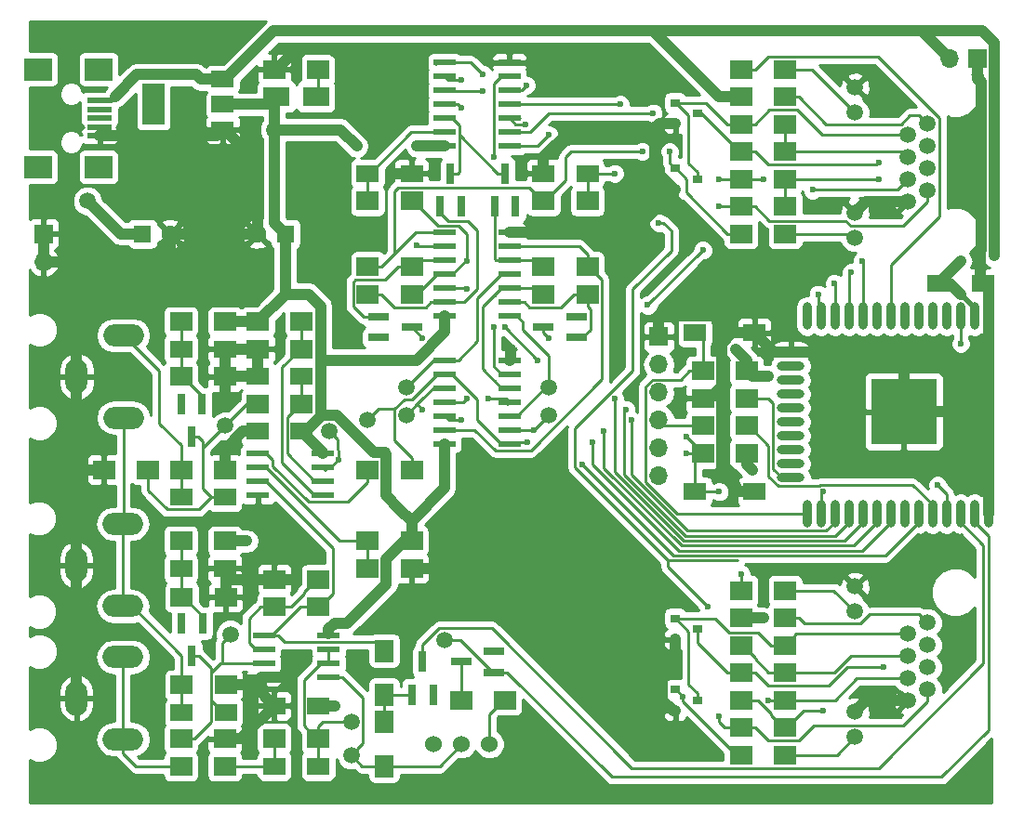
<source format=gbr>
G04 #@! TF.FileFunction,Copper,L1,Top,Signal*
%FSLAX46Y46*%
G04 Gerber Fmt 4.6, Leading zero omitted, Abs format (unit mm)*
G04 Created by KiCad (PCBNEW 4.0.6) date Sunday, 17 September 2017 'AMt' 11:44:48*
%MOMM*%
%LPD*%
G01*
G04 APERTURE LIST*
%ADD10C,0.100000*%
%ADD11C,1.500000*%
%ADD12R,2.000000X1.700000*%
%ADD13R,2.000000X3.800000*%
%ADD14R,2.000000X1.500000*%
%ADD15R,2.000000X1.600000*%
%ADD16R,1.700000X2.000000*%
%ADD17R,1.700000X1.700000*%
%ADD18O,1.700000X1.700000*%
%ADD19O,0.900000X2.500000*%
%ADD20O,2.500000X0.900000*%
%ADD21R,6.000000X6.000000*%
%ADD22C,1.524000*%
%ADD23R,1.600000X1.600000*%
%ADD24C,1.600000*%
%ADD25R,2.050000X0.600000*%
%ADD26R,0.800000X1.900000*%
%ADD27R,2.400000X1.800860*%
%ADD28R,2.000000X0.600000*%
%ADD29R,2.301240X0.500380*%
%ADD30R,2.499360X1.998980*%
%ADD31O,3.700000X2.000000*%
%ADD32O,1.998980X3.197860*%
%ADD33R,1.900000X0.800000*%
%ADD34R,0.900000X0.800000*%
%ADD35C,1.501140*%
%ADD36C,0.600000*%
%ADD37C,1.000000*%
%ADD38C,0.500000*%
%ADD39C,0.250000*%
%ADD40C,0.254000*%
G04 APERTURE END LIST*
D10*
D11*
X110000000Y-83000000D03*
D12*
X131000000Y-71000000D03*
X127000000Y-71000000D03*
X170000000Y-103500000D03*
X166000000Y-103500000D03*
D13*
X116000000Y-74200000D03*
D14*
X122300000Y-74200000D03*
X122300000Y-71900000D03*
X122300000Y-76500000D03*
D12*
X139500000Y-107500000D03*
X135500000Y-107500000D03*
D15*
X127000000Y-134500000D03*
X131000000Y-134500000D03*
D12*
X155500000Y-83000000D03*
X151500000Y-83000000D03*
D16*
X137000000Y-128000000D03*
X137000000Y-124000000D03*
X137000000Y-134500000D03*
X137000000Y-130500000D03*
D15*
X155500000Y-80500000D03*
X151500000Y-80500000D03*
D12*
X135500000Y-83000000D03*
X139500000Y-83000000D03*
X139500000Y-91500000D03*
X135500000Y-91500000D03*
D15*
X135500000Y-80500000D03*
X139500000Y-80500000D03*
X187500000Y-90500000D03*
X191500000Y-90500000D03*
X122575816Y-129625088D03*
X118575816Y-129625088D03*
X122500000Y-116500000D03*
X118500000Y-116500000D03*
D17*
X162000000Y-95380000D03*
D18*
X162000000Y-97920000D03*
X162000000Y-100460000D03*
X162000000Y-103000000D03*
X162000000Y-105540000D03*
X162000000Y-108080000D03*
D12*
X122575816Y-127125088D03*
X118575816Y-127125088D03*
X151500000Y-91500000D03*
X155500000Y-91500000D03*
X170000000Y-106000000D03*
X166000000Y-106000000D03*
X118500000Y-114000000D03*
X122500000Y-114000000D03*
X155500000Y-89000000D03*
X151500000Y-89000000D03*
X131000000Y-117500000D03*
X127000000Y-117500000D03*
X131000000Y-120000000D03*
X127000000Y-120000000D03*
X166000000Y-101000000D03*
X170000000Y-101000000D03*
X118500000Y-134500000D03*
X122500000Y-134500000D03*
X122575816Y-119125088D03*
X118575816Y-119125088D03*
X173500000Y-73500000D03*
X169500000Y-73500000D03*
X170000000Y-98500000D03*
X166000000Y-98500000D03*
X144000000Y-128500000D03*
X148000000Y-128500000D03*
X173500000Y-121000000D03*
X169500000Y-121000000D03*
X169500000Y-71000000D03*
X173500000Y-71000000D03*
X169500000Y-86000000D03*
X173500000Y-86000000D03*
X169500000Y-118500000D03*
X173500000Y-118500000D03*
X139500000Y-114000000D03*
X135500000Y-114000000D03*
X135500000Y-116500000D03*
X139500000Y-116500000D03*
X169500000Y-133500000D03*
X173500000Y-133500000D03*
X135500000Y-89000000D03*
X139500000Y-89000000D03*
D19*
X192000000Y-111500000D03*
X190730000Y-111500000D03*
X189460000Y-111500000D03*
X188190000Y-111500000D03*
X186920000Y-111500000D03*
X185650000Y-111500000D03*
X184380000Y-111500000D03*
X183110000Y-111500000D03*
X181840000Y-111500000D03*
X180570000Y-111500000D03*
X179300000Y-111500000D03*
X178030000Y-111500000D03*
X176760000Y-111500000D03*
X175490000Y-111500000D03*
D20*
X174000000Y-108215000D03*
X174000000Y-106945000D03*
X174000000Y-105675000D03*
X174000000Y-104405000D03*
X174000000Y-103135000D03*
X174000000Y-101865000D03*
X174000000Y-100595000D03*
X174000000Y-99325000D03*
X174000000Y-98055000D03*
X174000000Y-96785000D03*
D19*
X175490000Y-93500000D03*
X176760000Y-93500000D03*
X178030000Y-93500000D03*
X179300000Y-93500000D03*
X180570000Y-93500000D03*
X181840000Y-93500000D03*
X183110000Y-93500000D03*
X184380000Y-93500000D03*
X185650000Y-93500000D03*
X186920000Y-93500000D03*
X188190000Y-93500000D03*
X189460000Y-93500000D03*
X190730000Y-93500000D03*
X192000000Y-93500000D03*
D21*
X184300000Y-102200000D03*
D15*
X122500000Y-110000000D03*
X118500000Y-110000000D03*
X129500000Y-104000000D03*
X125500000Y-104000000D03*
X122500000Y-96500000D03*
X118500000Y-96500000D03*
X129500000Y-99000000D03*
X125500000Y-99000000D03*
D22*
X144040000Y-132500000D03*
X141500000Y-132500000D03*
X146580000Y-132500000D03*
D12*
X118500000Y-107500000D03*
X122500000Y-107500000D03*
X118500000Y-94000000D03*
X122500000Y-94000000D03*
X122500000Y-99000000D03*
X118500000Y-99000000D03*
X129500000Y-101500000D03*
X125500000Y-101500000D03*
X129500000Y-94000000D03*
X125500000Y-94000000D03*
X125500000Y-96500000D03*
X129500000Y-96500000D03*
X173500000Y-78500000D03*
X169500000Y-78500000D03*
X173500000Y-126000000D03*
X169500000Y-126000000D03*
X173500000Y-81000000D03*
X169500000Y-81000000D03*
X173500000Y-83500000D03*
X169500000Y-83500000D03*
X169500000Y-128500000D03*
X173500000Y-128500000D03*
X173500000Y-131000000D03*
X169500000Y-131000000D03*
X169500000Y-76000000D03*
X173500000Y-76000000D03*
X173500000Y-123500000D03*
X169500000Y-123500000D03*
D15*
X170700000Y-109500000D03*
X165300000Y-109500000D03*
X170700000Y-95000000D03*
X165300000Y-95000000D03*
D11*
X127000000Y-76500000D03*
X123000000Y-122500000D03*
X134000000Y-133500000D03*
X142500000Y-123000000D03*
X134000000Y-130500000D03*
X152000000Y-102500000D03*
X152000000Y-100000000D03*
X139000000Y-100000000D03*
X122500000Y-103500000D03*
X132000000Y-104000000D03*
D15*
X127000000Y-129000000D03*
X131000000Y-129000000D03*
D17*
X106000000Y-86000000D03*
D18*
X106000000Y-88540000D03*
D12*
X127000000Y-132000000D03*
X131000000Y-132000000D03*
D11*
X139000000Y-102500000D03*
X135500000Y-103000000D03*
D23*
X115000000Y-86000000D03*
D24*
X117500000Y-86000000D03*
D23*
X128000000Y-86000000D03*
D24*
X125500000Y-86000000D03*
D25*
X126050000Y-122595000D03*
X126050000Y-123865000D03*
X126050000Y-125135000D03*
X126050000Y-126405000D03*
X131950000Y-126405000D03*
X131950000Y-125135000D03*
X131950000Y-123865000D03*
X131950000Y-122595000D03*
X125500000Y-106000000D03*
X125500000Y-107270000D03*
X125500000Y-108540000D03*
X125500000Y-109810000D03*
X131400000Y-109810000D03*
X131400000Y-108540000D03*
X131400000Y-107270000D03*
X131400000Y-106000000D03*
D26*
X120450000Y-121500000D03*
X118550000Y-121500000D03*
X119500000Y-124500000D03*
X120400000Y-101500000D03*
X118500000Y-101500000D03*
X119450000Y-104500000D03*
D27*
X127200000Y-73500000D03*
X130800000Y-73500000D03*
D28*
X148400000Y-105120000D03*
X148400000Y-103850000D03*
X148400000Y-102580000D03*
X148400000Y-101310000D03*
X148400000Y-100040000D03*
X148400000Y-98770000D03*
X148400000Y-97500000D03*
X142500000Y-97500000D03*
X142500000Y-98770000D03*
X142500000Y-100040000D03*
X142500000Y-101310000D03*
X142500000Y-102580000D03*
X142500000Y-103850000D03*
X142500000Y-105120000D03*
X148400000Y-93500000D03*
X148400000Y-92230000D03*
X148400000Y-90960000D03*
X148400000Y-89690000D03*
X148400000Y-88420000D03*
X148400000Y-87150000D03*
X148400000Y-85880000D03*
X142500000Y-85880000D03*
X142500000Y-87150000D03*
X142500000Y-88420000D03*
X142500000Y-89690000D03*
X142500000Y-90960000D03*
X142500000Y-92230000D03*
X142500000Y-93500000D03*
X148400000Y-78000000D03*
X148400000Y-76730000D03*
X148400000Y-75460000D03*
X148400000Y-74190000D03*
X148400000Y-72920000D03*
X148400000Y-71650000D03*
X148400000Y-70380000D03*
X142500000Y-70380000D03*
X142500000Y-71650000D03*
X142500000Y-72920000D03*
X142500000Y-74190000D03*
X142500000Y-75460000D03*
X142500000Y-76730000D03*
X142500000Y-78000000D03*
D29*
X111098420Y-73849880D03*
X111098420Y-74649980D03*
X111098420Y-75450080D03*
X111098420Y-76250180D03*
X111098420Y-77050280D03*
D30*
X110999360Y-71000000D03*
X105500260Y-71000000D03*
X110999360Y-79900160D03*
X105500260Y-79900160D03*
D31*
X113208600Y-119924800D03*
D32*
X108958600Y-116174800D03*
D31*
X113208600Y-112424800D03*
X113234000Y-132066000D03*
D32*
X108984000Y-128316000D03*
D31*
X113234000Y-124566000D03*
X113250000Y-102750000D03*
D32*
X109000000Y-99000000D03*
D31*
X113250000Y-95250000D03*
D26*
X139550000Y-128000000D03*
X141450000Y-128000000D03*
X140500000Y-125000000D03*
D33*
X147000000Y-125950000D03*
X147000000Y-124050000D03*
X144000000Y-125000000D03*
X154500000Y-95450000D03*
X154500000Y-93550000D03*
X151500000Y-94500000D03*
D26*
X147050000Y-83500000D03*
X148950000Y-83500000D03*
X148000000Y-80500000D03*
D33*
X136500000Y-93550000D03*
X136500000Y-95450000D03*
X139500000Y-94500000D03*
D26*
X142100000Y-83500000D03*
X144000000Y-83500000D03*
X143050000Y-80500000D03*
D17*
X191000000Y-70000000D03*
D18*
X188460000Y-70000000D03*
D34*
X163500000Y-74050000D03*
X163500000Y-75950000D03*
X165500000Y-75000000D03*
X163500000Y-121050000D03*
X163500000Y-122950000D03*
X165500000Y-122000000D03*
X163500000Y-80050000D03*
X163500000Y-81950000D03*
X165500000Y-81000000D03*
X163500000Y-127550000D03*
X163500000Y-129450000D03*
X165500000Y-128500000D03*
D35*
X186460000Y-82040000D03*
X184682000Y-83056000D03*
X186460000Y-80008000D03*
X184682000Y-81024000D03*
X186460000Y-77976000D03*
X184682000Y-78992000D03*
X186460000Y-75944000D03*
X184682000Y-76960000D03*
X179856000Y-86358000D03*
X179856000Y-84072000D03*
X179856000Y-74928000D03*
X179856000Y-72642000D03*
X186460000Y-127540000D03*
X184682000Y-128556000D03*
X186460000Y-125508000D03*
X184682000Y-126524000D03*
X186460000Y-123476000D03*
X184682000Y-124492000D03*
X186460000Y-121444000D03*
X184682000Y-122460000D03*
X179856000Y-131858000D03*
X179856000Y-129572000D03*
X179856000Y-120428000D03*
X179856000Y-118142000D03*
D12*
X118500000Y-132000000D03*
X122500000Y-132000000D03*
X115500000Y-107500000D03*
X111500000Y-107500000D03*
D36*
X192550001Y-87949999D03*
X171500000Y-121000000D03*
X114500000Y-71500000D03*
X189000000Y-104500000D03*
X164500000Y-84000000D03*
X142000000Y-116500000D03*
X148500000Y-96500000D03*
X158000000Y-95000000D03*
X122500000Y-101000000D03*
X122500000Y-105650000D03*
X133000000Y-75000000D03*
X150500000Y-85880000D03*
X125500000Y-80500000D03*
X138000000Y-80500000D03*
X128500000Y-126000000D03*
X128500000Y-117500000D03*
X189500000Y-88500000D03*
X172000000Y-99000000D03*
X170500000Y-107500000D03*
X169000000Y-96500000D03*
X124500000Y-74200000D03*
X140000000Y-78000000D03*
X134500000Y-78000000D03*
X138274989Y-111075011D03*
X124500000Y-114000000D03*
X132500000Y-121500000D03*
X132500000Y-129000000D03*
X189500000Y-96000000D03*
X164500000Y-104500000D03*
X164500000Y-106000000D03*
X167500000Y-109500000D03*
X187374999Y-108874999D03*
X150000000Y-105000000D03*
X156000000Y-105000000D03*
X132850831Y-106562049D03*
X155000000Y-107000000D03*
X140500000Y-95500000D03*
X147000000Y-79000000D03*
X152000000Y-95500000D03*
X182000000Y-81000000D03*
X182000000Y-79500000D03*
X161500000Y-75000000D03*
X167500000Y-81000000D03*
X171500000Y-81000000D03*
X176000000Y-82000000D03*
X158500000Y-74190000D03*
X167500000Y-83500000D03*
X177000000Y-129500000D03*
X182500000Y-125500000D03*
X172000000Y-128500000D03*
X166000000Y-87500000D03*
X161000000Y-92500000D03*
X146000000Y-71500000D03*
X167500000Y-130000000D03*
X166500000Y-120000000D03*
X146000000Y-73000000D03*
X162000000Y-85000000D03*
X150650000Y-103850000D03*
X157000000Y-104000000D03*
X140500000Y-102000000D03*
X159000000Y-102000000D03*
X152000000Y-77000000D03*
X180500000Y-88500000D03*
X149875000Y-76000000D03*
X179500000Y-89500000D03*
X144000000Y-72000000D03*
X178000000Y-90500000D03*
X176500000Y-91500000D03*
X144000000Y-74500000D03*
X146952785Y-94500000D03*
X140000000Y-87000000D03*
X144500000Y-101000000D03*
X144500000Y-91000000D03*
X158000000Y-80500000D03*
X149953058Y-72453058D03*
X163000000Y-78500000D03*
X160500000Y-78500000D03*
X164200000Y-128200000D03*
X151000000Y-97500000D03*
X148000000Y-94500000D03*
X144500000Y-88500000D03*
X169500000Y-117000000D03*
X177000000Y-109500000D03*
X144000000Y-103000000D03*
X159500000Y-103000000D03*
X146500000Y-101000000D03*
X158000000Y-101000000D03*
D37*
X188460000Y-70000000D02*
X185960000Y-67500000D01*
X126950000Y-67500000D02*
X160500000Y-67500000D01*
X160500000Y-67500000D02*
X165000000Y-67500000D01*
X169500000Y-73500000D02*
X167500000Y-73500000D01*
X167500000Y-73500000D02*
X161500000Y-67500000D01*
X161500000Y-67500000D02*
X160500000Y-67500000D01*
X192550001Y-68589999D02*
X192550001Y-87949999D01*
X192550001Y-87949999D02*
X192500000Y-88000000D01*
X185960000Y-67500000D02*
X191460002Y-67500000D01*
X191460002Y-67500000D02*
X192550001Y-68589999D01*
X169500000Y-121000000D02*
X171500000Y-121000000D01*
X112500000Y-73500000D02*
X114500000Y-71500000D01*
X114500000Y-71500000D02*
X119900000Y-71500000D01*
X119900000Y-71500000D02*
X120300000Y-71900000D01*
X120300000Y-71900000D02*
X122300000Y-71900000D01*
D38*
X112150120Y-73849880D02*
X112500000Y-73500000D01*
X111098420Y-73849880D02*
X112150120Y-73849880D01*
D37*
X165000000Y-67500000D02*
X185960000Y-67500000D01*
X115000000Y-86000000D02*
X113000000Y-86000000D01*
X113000000Y-86000000D02*
X110000000Y-83000000D01*
X122300000Y-71900000D02*
X122550000Y-71900000D01*
X122550000Y-71900000D02*
X126950000Y-67500000D01*
X191000000Y-70000000D02*
X191000000Y-71850000D01*
X191000000Y-71850000D02*
X191325601Y-72175601D01*
X191325601Y-72175601D02*
X191325601Y-87477329D01*
X191325601Y-87477329D02*
X191299991Y-87502939D01*
X191299991Y-87502939D02*
X191299991Y-90299991D01*
X191299991Y-90299991D02*
X191500000Y-90500000D01*
X162349999Y-128510001D02*
X150339998Y-116500000D01*
X150339998Y-116500000D02*
X142000000Y-116500000D01*
X191800000Y-102200000D02*
X189000000Y-102200000D01*
X189000000Y-102200000D02*
X184300000Y-102200000D01*
X189000000Y-104500000D02*
X189000000Y-102200000D01*
X162050000Y-83350000D02*
X162900000Y-82500000D01*
X162900000Y-82500000D02*
X163450000Y-81950000D01*
X164500000Y-84000000D02*
X163000000Y-82500000D01*
X163000000Y-82500000D02*
X162900000Y-82500000D01*
X184682000Y-83056000D02*
X180872000Y-83056000D01*
X180872000Y-83056000D02*
X179856000Y-84072000D01*
X122500000Y-132000000D02*
X124000000Y-132000000D01*
X124000000Y-132000000D02*
X127000000Y-129000000D01*
X108958600Y-116174800D02*
X108958600Y-107500000D01*
X108958600Y-107500000D02*
X108958600Y-99041400D01*
X111500000Y-107500000D02*
X108958600Y-107500000D01*
X163500000Y-129450000D02*
X163289998Y-129450000D01*
X163289998Y-129450000D02*
X162349999Y-128510001D01*
X162349999Y-128510001D02*
X162349999Y-125500001D01*
X162349999Y-125500001D02*
X163500000Y-124350000D01*
X163500000Y-124350000D02*
X163500000Y-122950000D01*
X184682000Y-128556000D02*
X180872000Y-128556000D01*
X180872000Y-128556000D02*
X179856000Y-129572000D01*
D38*
X111098420Y-76250180D02*
X111098420Y-77050280D01*
D37*
X109000000Y-99000000D02*
X109000000Y-95631370D01*
X109000000Y-95631370D02*
X116091370Y-88540000D01*
X139500000Y-116500000D02*
X142000000Y-116500000D01*
X148500000Y-96500000D02*
X148500000Y-97400000D01*
X148500000Y-97400000D02*
X148400000Y-97500000D01*
X158000000Y-85880000D02*
X159570000Y-85880000D01*
X150500000Y-85880000D02*
X158000000Y-85880000D01*
X158000000Y-85880000D02*
X158000000Y-95000000D01*
X122500000Y-99000000D02*
X122500000Y-101000000D01*
X127000000Y-71000000D02*
X127150000Y-71000000D01*
X127150000Y-71000000D02*
X129000000Y-69150000D01*
X129000000Y-69150000D02*
X132260002Y-69150000D01*
X132260002Y-69150000D02*
X133000000Y-69889998D01*
X133000000Y-69889998D02*
X133000000Y-75000000D01*
X148400000Y-85880000D02*
X150500000Y-85880000D01*
X125500000Y-86000000D02*
X125500000Y-80500000D01*
X125500000Y-80500000D02*
X125500000Y-79450000D01*
X139500000Y-80500000D02*
X138000000Y-80500000D01*
X128500000Y-126000000D02*
X128095000Y-126405000D01*
X128095000Y-126405000D02*
X126050000Y-126405000D01*
X127000000Y-117500000D02*
X128500000Y-117500000D01*
X159570000Y-85880000D02*
X162050000Y-83400000D01*
X162050000Y-83400000D02*
X162050000Y-83350000D01*
X163450000Y-81950000D02*
X163500000Y-81950000D01*
X154000000Y-76500000D02*
X161500000Y-76500000D01*
X161500000Y-76500000D02*
X162050000Y-75950000D01*
X151500000Y-79000000D02*
X154000000Y-76500000D01*
X151500000Y-80500000D02*
X151500000Y-79000000D01*
X161674990Y-80174990D02*
X161674990Y-76325010D01*
X163450000Y-81950000D02*
X161674990Y-80174990D01*
X151500000Y-80500000D02*
X152019998Y-80500000D01*
X161674990Y-76325010D02*
X162050000Y-75950000D01*
X162050000Y-75950000D02*
X163500000Y-75950000D01*
X170700000Y-109500000D02*
X169000000Y-109500000D01*
X169000000Y-109000000D02*
X169000000Y-109500000D01*
X167700001Y-99910001D02*
X167700001Y-107700001D01*
X167700001Y-107700001D02*
X169000000Y-109000000D01*
X174000000Y-96785000D02*
X182885000Y-96785000D01*
X182885000Y-96785000D02*
X184300000Y-98200000D01*
X184300000Y-98200000D02*
X184300000Y-102200000D01*
X192000000Y-102000000D02*
X192000000Y-111500000D01*
X192000000Y-102000000D02*
X191800000Y-102200000D01*
X192000000Y-93500000D02*
X192000000Y-102000000D01*
X108958600Y-99041400D02*
X109000000Y-99000000D01*
X108984000Y-128316000D02*
X108984000Y-116200200D01*
X108984000Y-116200200D02*
X108958600Y-116174800D01*
X192000000Y-93500000D02*
X192000000Y-91000000D01*
X192000000Y-91000000D02*
X191500000Y-90500000D01*
X170500000Y-109500000D02*
X170700000Y-109500000D01*
X170700000Y-95000000D02*
X168700000Y-95000000D01*
X166610002Y-101000000D02*
X166000000Y-101000000D01*
X168700000Y-95000000D02*
X167700001Y-95999999D01*
X167700001Y-95999999D02*
X167700001Y-99910001D01*
X167700001Y-99910001D02*
X166610002Y-101000000D01*
X162000000Y-95380000D02*
X162000000Y-93530000D01*
X162000000Y-93530000D02*
X162030001Y-93499999D01*
X162030001Y-93499999D02*
X167199999Y-93499999D01*
X167199999Y-93499999D02*
X168700000Y-95000000D01*
X174000000Y-96785000D02*
X172485000Y-96785000D01*
X172485000Y-96785000D02*
X170700000Y-95000000D01*
X122575816Y-119125088D02*
X122575816Y-117500000D01*
X122575816Y-117500000D02*
X122575816Y-116575816D01*
X127000000Y-117500000D02*
X122575816Y-117500000D01*
X122575816Y-116575816D02*
X122500000Y-116500000D01*
X126050000Y-126405000D02*
X125845176Y-126405000D01*
X125845176Y-126405000D02*
X125125088Y-127125088D01*
X127000000Y-129000000D02*
X125125088Y-127125088D01*
X125125088Y-127125088D02*
X122575816Y-127125088D01*
X122500000Y-107500000D02*
X122500000Y-105650000D01*
X122500000Y-105650000D02*
X124150000Y-104000000D01*
X124150000Y-104000000D02*
X125500000Y-104000000D01*
X122500000Y-96500000D02*
X125500000Y-96500000D01*
X122500000Y-99000000D02*
X122500000Y-96500000D01*
X125500000Y-99000000D02*
X125500000Y-96500000D01*
X122500000Y-99000000D02*
X125500000Y-99000000D01*
X111098420Y-77050280D02*
X121749720Y-77050280D01*
X121749720Y-77050280D02*
X122300000Y-76500000D01*
X106000000Y-88540000D02*
X106000000Y-86000000D01*
X117500000Y-86000000D02*
X117500000Y-87131370D01*
X117500000Y-87131370D02*
X116091370Y-88540000D01*
X116091370Y-88540000D02*
X107202081Y-88540000D01*
X107202081Y-88540000D02*
X106000000Y-88540000D01*
X117500000Y-86000000D02*
X125500000Y-86000000D01*
X125500000Y-79450000D02*
X122550000Y-76500000D01*
X122550000Y-76500000D02*
X122300000Y-76500000D01*
X189500000Y-88500000D02*
X187500000Y-90500000D01*
D38*
X190730000Y-93500000D02*
X190730000Y-92697194D01*
X190730000Y-92697194D02*
X189532806Y-91500000D01*
X189532806Y-91500000D02*
X189500000Y-91500000D01*
D37*
X188500000Y-90500000D02*
X189500000Y-91500000D01*
X187500000Y-90500000D02*
X188500000Y-90500000D01*
X172000000Y-99000000D02*
X170500000Y-99000000D01*
X170500000Y-99000000D02*
X170000000Y-98500000D01*
X170000000Y-106000000D02*
X170000000Y-107000000D01*
X170000000Y-107000000D02*
X170500000Y-107500000D01*
X170000000Y-98500000D02*
X170000000Y-97500000D01*
X170000000Y-97500000D02*
X169000000Y-96500000D01*
X122300000Y-74200000D02*
X124500000Y-74200000D01*
X124500000Y-74200000D02*
X126500000Y-74200000D01*
X187500000Y-90500000D02*
X187300000Y-90500000D01*
X140000000Y-78000000D02*
X142500000Y-78000000D01*
X127000000Y-76500000D02*
X133000000Y-76500000D01*
X133000000Y-76500000D02*
X134500000Y-78000000D01*
X131200001Y-102653997D02*
X131303999Y-102549999D01*
X131303999Y-102549999D02*
X132696001Y-102549999D01*
X132696001Y-102549999D02*
X136096001Y-105949999D01*
X136096001Y-105949999D02*
X137060001Y-105949999D01*
X137060001Y-105949999D02*
X137200001Y-106089999D01*
X139500000Y-112150000D02*
X138350000Y-111075011D01*
X138350000Y-111075011D02*
X137200001Y-109850001D01*
X122500000Y-114000000D02*
X124500000Y-114000000D01*
X139500000Y-114000000D02*
X138889998Y-114000000D01*
X137200001Y-115689997D02*
X137200001Y-117910001D01*
X137200001Y-117910001D02*
X133610002Y-121500000D01*
X138889998Y-114000000D02*
X137200001Y-115689997D01*
X133610002Y-121500000D02*
X132924264Y-121500000D01*
X132924264Y-121500000D02*
X132500000Y-121500000D01*
X132500000Y-121500000D02*
X131950000Y-122050000D01*
X131950000Y-122050000D02*
X131950000Y-122394991D01*
X131000000Y-129000000D02*
X132500000Y-129000000D01*
X139500000Y-114000000D02*
X139500000Y-112150000D01*
X137200001Y-109850001D02*
X137200001Y-106089999D01*
X137200001Y-106089999D02*
X137010002Y-105900000D01*
X139500000Y-112150000D02*
X142500000Y-109150000D01*
X142500000Y-109150000D02*
X142500000Y-106420000D01*
X142500000Y-106420000D02*
X142500000Y-105120000D01*
X131200001Y-97500000D02*
X131200001Y-102653997D01*
X131200001Y-92589999D02*
X131200001Y-97500000D01*
X131200001Y-97500000D02*
X139939998Y-97500000D01*
X142500000Y-94939998D02*
X142500000Y-94800000D01*
X139939998Y-97500000D02*
X142500000Y-94939998D01*
X142500000Y-94800000D02*
X142500000Y-93500000D01*
X128000000Y-91500000D02*
X130110002Y-91500000D01*
X130110002Y-91500000D02*
X131200001Y-92589999D01*
X131200001Y-102653997D02*
X129853998Y-104000000D01*
X129853998Y-104000000D02*
X129500000Y-104000000D01*
X128000000Y-86000000D02*
X128000000Y-91500000D01*
X128000000Y-91500000D02*
X125500000Y-94000000D01*
X131400000Y-106000000D02*
X131400000Y-105900000D01*
X131400000Y-105900000D02*
X129500000Y-104000000D01*
X125500000Y-94000000D02*
X122500000Y-94000000D01*
X127000000Y-76500000D02*
X127000000Y-85000000D01*
X127000000Y-85000000D02*
X128000000Y-86000000D01*
X127000000Y-76500000D02*
X127000000Y-73700000D01*
X127000000Y-73700000D02*
X127200000Y-73500000D01*
X126500000Y-74200000D02*
X127200000Y-73500000D01*
D39*
X118500000Y-132000000D02*
X119750000Y-132000000D01*
X119750000Y-132000000D02*
X121250815Y-130499185D01*
X121250815Y-130499185D02*
X121250815Y-128500087D01*
X123000000Y-122500000D02*
X122250001Y-123249999D01*
X122250001Y-123249999D02*
X122250001Y-125015901D01*
X122250001Y-125015901D02*
X122130902Y-125135000D01*
X119500000Y-124500000D02*
X120150000Y-124500000D01*
X120150000Y-124500000D02*
X121250815Y-125600815D01*
X121250815Y-125600815D02*
X121250815Y-126015087D01*
X122575816Y-129625088D02*
X122375816Y-129625088D01*
X122130902Y-125135000D02*
X124775000Y-125135000D01*
X122375816Y-129625088D02*
X121250815Y-128500087D01*
X121250815Y-128500087D02*
X121250815Y-126015087D01*
X121250815Y-126015087D02*
X122130902Y-125135000D01*
X124775000Y-125135000D02*
X126050000Y-125135000D01*
X118575816Y-127125088D02*
X118575816Y-124442016D01*
X118575816Y-124442016D02*
X114058600Y-119924800D01*
X114058600Y-119924800D02*
X113208600Y-119924800D01*
X118575816Y-129625088D02*
X118575816Y-128575088D01*
X118575816Y-128575088D02*
X118575816Y-127125088D01*
X113208600Y-119924800D02*
X113208600Y-112424800D01*
X113250000Y-102750000D02*
X113250000Y-112383400D01*
X113250000Y-112383400D02*
X113208600Y-112424800D01*
X127000000Y-134500000D02*
X127000000Y-132000000D01*
X122500000Y-134500000D02*
X127000000Y-134500000D01*
X131000000Y-71000000D02*
X131000000Y-73300000D01*
X131000000Y-73300000D02*
X130800000Y-73500000D01*
X144000000Y-125000000D02*
X144000000Y-128500000D01*
X175490000Y-111500000D02*
X163680998Y-111500000D01*
X163680998Y-111500000D02*
X160824999Y-108644001D01*
X160824999Y-108644001D02*
X160824999Y-99895999D01*
X160824999Y-99895999D02*
X161435999Y-99284999D01*
X161435999Y-99284999D02*
X163965001Y-99284999D01*
X163965001Y-99284999D02*
X164750000Y-98500000D01*
X164750000Y-98500000D02*
X166000000Y-98500000D01*
X166000000Y-98500000D02*
X166000000Y-95700000D01*
X166000000Y-95700000D02*
X165300000Y-95000000D01*
X189500000Y-96000000D02*
X189500000Y-93540000D01*
X189500000Y-93540000D02*
X189460000Y-93500000D01*
X166000000Y-106000000D02*
X164500000Y-104500000D01*
X189460000Y-93500000D02*
X189460000Y-94300000D01*
X166000000Y-106000000D02*
X164500000Y-106000000D01*
X165300000Y-109500000D02*
X167500000Y-109500000D01*
X165300000Y-109500000D02*
X165300000Y-106700000D01*
X165300000Y-106700000D02*
X166000000Y-106000000D01*
X170000000Y-103500000D02*
X170150000Y-103500000D01*
X170150000Y-103500000D02*
X171974980Y-105324980D01*
X171974980Y-105324980D02*
X171974980Y-108086009D01*
X171974980Y-108086009D02*
X172878981Y-108990010D01*
X172878981Y-108990010D02*
X176584988Y-108990010D01*
X176584988Y-108990010D02*
X176699999Y-108874999D01*
X176699999Y-108874999D02*
X185094999Y-108874999D01*
X185094999Y-108874999D02*
X186920000Y-110700000D01*
X186920000Y-110700000D02*
X186920000Y-111500000D01*
X188000000Y-109500000D02*
X187374999Y-108874999D01*
X188190000Y-111500000D02*
X188190000Y-109690000D01*
X188190000Y-109690000D02*
X188000000Y-109500000D01*
X188190000Y-111500000D02*
X188190000Y-110700000D01*
X145500000Y-102920000D02*
X145500000Y-101070000D01*
X143200000Y-98770000D02*
X142500000Y-98770000D01*
X145500000Y-101070000D02*
X143200000Y-98770000D01*
X147700000Y-105120000D02*
X145500000Y-102920000D01*
X150000000Y-105000000D02*
X148520000Y-105000000D01*
X148520000Y-105000000D02*
X148400000Y-105120000D01*
X183110000Y-111500000D02*
X183110000Y-112300000D01*
X183110000Y-112300000D02*
X180534954Y-114875046D01*
X180534954Y-114875046D02*
X163873994Y-114875046D01*
X163873994Y-114875046D02*
X156000000Y-107001052D01*
X156000000Y-107001052D02*
X156000000Y-105000000D01*
X135500000Y-103000000D02*
X136516001Y-101983999D01*
X136516001Y-101983999D02*
X137924999Y-101983999D01*
X139500000Y-107500000D02*
X139500000Y-106400000D01*
X139500000Y-106400000D02*
X137924999Y-104824999D01*
X137924999Y-104824999D02*
X137924999Y-101983999D01*
X137924999Y-101983999D02*
X138833997Y-101075001D01*
X138833997Y-101075001D02*
X139494999Y-101075001D01*
X139494999Y-101075001D02*
X141800000Y-98770000D01*
X141800000Y-98770000D02*
X142500000Y-98770000D01*
X148400000Y-105120000D02*
X147700000Y-105120000D01*
X113234000Y-132066000D02*
X113234000Y-133316000D01*
X113234000Y-133316000D02*
X114418000Y-134500000D01*
X117250000Y-134500000D02*
X118500000Y-134500000D01*
X114418000Y-134500000D02*
X117250000Y-134500000D01*
X113234000Y-124566000D02*
X113234000Y-125816000D01*
X113234000Y-125816000D02*
X113234000Y-132066000D01*
X147000000Y-125950000D02*
X148200000Y-125950000D01*
X148200000Y-125950000D02*
X157750000Y-135500000D01*
X157750000Y-135500000D02*
X187736890Y-135500000D01*
X187736890Y-135500000D02*
X192000000Y-131236890D01*
X192000000Y-131236890D02*
X192000000Y-113570000D01*
X192000000Y-113570000D02*
X190730000Y-112300000D01*
X190730000Y-112300000D02*
X190730000Y-111500000D01*
X147000000Y-125950000D02*
X146885002Y-125950000D01*
X146885002Y-125950000D02*
X143935002Y-123000000D01*
X143935002Y-123000000D02*
X142500000Y-123000000D01*
X132750001Y-104750001D02*
X132850831Y-106562049D01*
X132850831Y-106562049D02*
X132750001Y-106644999D01*
X185650000Y-111500000D02*
X185650000Y-112300000D01*
X185650000Y-112300000D02*
X182624945Y-115325055D01*
X182624945Y-115325055D02*
X163325055Y-115325055D01*
X163325055Y-115325055D02*
X155000000Y-107000000D01*
X132000000Y-104000000D02*
X132750001Y-104750001D01*
X132750001Y-106644999D02*
X132125000Y-107270000D01*
X132125000Y-107270000D02*
X131400000Y-107270000D01*
X131630000Y-107500000D02*
X131400000Y-107270000D01*
X185500000Y-111650000D02*
X185650000Y-111500000D01*
X146580000Y-132500000D02*
X146580000Y-129770000D01*
X146580000Y-129770000D02*
X147850000Y-128500000D01*
X147850000Y-128500000D02*
X148000000Y-128500000D01*
X135500000Y-114000000D02*
X135500000Y-115100000D01*
X135500000Y-115100000D02*
X135500000Y-116500000D01*
X125500000Y-107270000D02*
X126225000Y-107270000D01*
X126225000Y-107270000D02*
X132955000Y-114000000D01*
X132955000Y-114000000D02*
X134250000Y-114000000D01*
X134250000Y-114000000D02*
X135500000Y-114000000D01*
X118500000Y-116500000D02*
X118500000Y-114000000D01*
X118575816Y-119125088D02*
X118575816Y-116575816D01*
X118575816Y-116575816D02*
X118500000Y-116500000D01*
X118575816Y-119125088D02*
X118725816Y-119125088D01*
X118725816Y-119125088D02*
X120450000Y-120849272D01*
X120450000Y-120849272D02*
X120450000Y-121500000D01*
X134000000Y-130500000D02*
X131400000Y-130500000D01*
X131400000Y-130500000D02*
X131000000Y-130900000D01*
X131000000Y-130900000D02*
X131000000Y-132000000D01*
X129674999Y-130500000D02*
X129674999Y-130824999D01*
X129674999Y-126685001D02*
X129674999Y-130500000D01*
X131950000Y-125135000D02*
X131225000Y-125135000D01*
X131225000Y-125135000D02*
X129674999Y-126685001D01*
X130850000Y-132000000D02*
X131000000Y-132000000D01*
X129674999Y-130824999D02*
X130850000Y-132000000D01*
X131950000Y-123865000D02*
X131950000Y-125135000D01*
X131000000Y-134500000D02*
X131000000Y-133450000D01*
X131000000Y-133450000D02*
X131000000Y-132000000D01*
X115500000Y-107500000D02*
X115500000Y-109385002D01*
X120124999Y-111125001D02*
X121250000Y-110000000D01*
X115500000Y-109385002D02*
X117239999Y-111125001D01*
X117239999Y-111125001D02*
X120124999Y-111125001D01*
X121250000Y-110000000D02*
X122500000Y-110000000D01*
X119450000Y-104500000D02*
X120100000Y-104500000D01*
X120100000Y-104500000D02*
X120500000Y-104900000D01*
X120500000Y-104900000D02*
X120500000Y-105500000D01*
X122500000Y-103500000D02*
X124500000Y-101500000D01*
X124500000Y-101500000D02*
X125500000Y-101500000D01*
X120500000Y-109250000D02*
X120500000Y-105500000D01*
X120500000Y-105500000D02*
X122500000Y-103500000D01*
X121250000Y-110000000D02*
X120500000Y-109250000D01*
X118500000Y-107500000D02*
X118500000Y-108600000D01*
X118500000Y-108600000D02*
X118500000Y-110000000D01*
X116500000Y-98500000D02*
X113250000Y-95250000D01*
X116500000Y-103276153D02*
X116500000Y-98500000D01*
X118500000Y-107500000D02*
X118500000Y-105276153D01*
X118500000Y-105276153D02*
X116500000Y-103276153D01*
X118500000Y-96500000D02*
X118500000Y-94000000D01*
X118500000Y-99000000D02*
X118500000Y-96500000D01*
X120400000Y-101500000D02*
X120400000Y-100750000D01*
X120400000Y-100750000D02*
X118650000Y-99000000D01*
X118650000Y-99000000D02*
X118500000Y-99000000D01*
X129500000Y-101500000D02*
X129500000Y-99000000D01*
X131400000Y-108540000D02*
X130675000Y-108540000D01*
X130675000Y-108540000D02*
X128174999Y-106039999D01*
X128174999Y-106039999D02*
X128174999Y-102675001D01*
X128174999Y-102675001D02*
X129350000Y-101500000D01*
X129350000Y-101500000D02*
X129500000Y-101500000D01*
X139500000Y-94500000D02*
X140500000Y-95500000D01*
X148400000Y-71650000D02*
X147700000Y-71650000D01*
X147700000Y-71650000D02*
X147000000Y-72350000D01*
X147000000Y-72350000D02*
X147000000Y-79000000D01*
X151500000Y-94500000D02*
X151500000Y-95000000D01*
X151500000Y-95000000D02*
X152000000Y-95500000D01*
X143825001Y-80374999D02*
X143825001Y-76500000D01*
X143825001Y-76500000D02*
X143825001Y-76085001D01*
X148000000Y-80500000D02*
X147350000Y-80500000D01*
X143825001Y-76975001D02*
X143825001Y-76500000D01*
X147350000Y-80500000D02*
X143825001Y-76975001D01*
X143050000Y-80500000D02*
X143700000Y-80500000D01*
X143200000Y-75460000D02*
X142500000Y-75460000D01*
X143700000Y-80500000D02*
X143825001Y-80374999D01*
X143825001Y-76085001D02*
X143200000Y-75460000D01*
X166000000Y-103500000D02*
X162500000Y-103500000D01*
X162500000Y-103500000D02*
X162000000Y-103000000D01*
X173500000Y-73500000D02*
X174750000Y-73500000D01*
X174750000Y-73500000D02*
X177253571Y-76003571D01*
X177253571Y-76003571D02*
X184046583Y-76003571D01*
X184046583Y-76003571D02*
X184856723Y-75193431D01*
X184856723Y-75193431D02*
X185709431Y-75193431D01*
X185709431Y-75193431D02*
X186460000Y-75944000D01*
X173500000Y-78500000D02*
X184190000Y-78500000D01*
X184190000Y-78500000D02*
X184682000Y-78992000D01*
X173500000Y-76000000D02*
X173500000Y-78500000D01*
X173500000Y-81000000D02*
X182000000Y-81000000D01*
X173500000Y-81000000D02*
X173500000Y-82100000D01*
X173500000Y-82100000D02*
X173500000Y-83500000D01*
X165500000Y-75000000D02*
X165850000Y-75000000D01*
X165850000Y-75000000D02*
X169350000Y-78500000D01*
X169350000Y-78500000D02*
X169500000Y-78500000D01*
X169500000Y-78500000D02*
X170750000Y-78500000D01*
X170750000Y-78500000D02*
X171925001Y-79675001D01*
X171925001Y-79675001D02*
X181824999Y-79675001D01*
X181824999Y-79675001D02*
X182000000Y-79500000D01*
X169500000Y-76000000D02*
X168250000Y-76000000D01*
X168250000Y-76000000D02*
X166300000Y-74050000D01*
X166300000Y-74050000D02*
X164200000Y-74050000D01*
X164200000Y-74050000D02*
X163500000Y-74050000D01*
X165500000Y-81000000D02*
X165500000Y-80350000D01*
X165500000Y-80350000D02*
X164724999Y-79574999D01*
X164724999Y-79574999D02*
X164724999Y-75224999D01*
X163550000Y-74050000D02*
X163500000Y-74050000D01*
X164724999Y-75224999D02*
X163550000Y-74050000D01*
X184682000Y-76960000D02*
X176895002Y-76960000D01*
X172074999Y-74675001D02*
X170750000Y-76000000D01*
X170750000Y-76000000D02*
X169500000Y-76000000D01*
X176895002Y-76960000D02*
X174610003Y-74675001D01*
X174610003Y-74675001D02*
X172074999Y-74675001D01*
X165550000Y-81000000D02*
X165500000Y-81000000D01*
X161500000Y-75000000D02*
X152000000Y-75000000D01*
X152000000Y-75000000D02*
X151500000Y-75500000D01*
X169500000Y-81000000D02*
X167500000Y-81000000D01*
X169500000Y-81000000D02*
X171500000Y-81000000D01*
X184682000Y-81024000D02*
X183706000Y-82000000D01*
X183706000Y-82000000D02*
X181925002Y-82000000D01*
X181925002Y-82000000D02*
X176000000Y-82000000D01*
X151500000Y-75500000D02*
X150270000Y-76730000D01*
X150270000Y-76730000D02*
X148400000Y-76730000D01*
X147700000Y-76730000D02*
X148400000Y-76730000D01*
X148400000Y-74190000D02*
X158500000Y-74190000D01*
X169500000Y-83500000D02*
X167500000Y-83500000D01*
X169500000Y-83500000D02*
X170750000Y-83500000D01*
X170750000Y-83500000D02*
X172074999Y-84824999D01*
X172074999Y-84824999D02*
X179017153Y-84824999D01*
X179017153Y-84824999D02*
X179474583Y-85282429D01*
X184279037Y-85282429D02*
X186460000Y-83101466D01*
X179474583Y-85282429D02*
X184279037Y-85282429D01*
X186460000Y-83101466D02*
X186460000Y-82040000D01*
X173500000Y-126000000D02*
X177992000Y-126000000D01*
X177992000Y-126000000D02*
X179500000Y-124492000D01*
X179500000Y-124492000D02*
X184682000Y-124492000D01*
X173500000Y-126000000D02*
X172000000Y-126000000D01*
X172000000Y-126000000D02*
X170750000Y-124750000D01*
X170750000Y-124750000D02*
X170750000Y-124600000D01*
X170750000Y-124600000D02*
X169650000Y-123500000D01*
X169650000Y-123500000D02*
X169500000Y-123500000D01*
X173650000Y-126000000D02*
X173500000Y-126000000D01*
X169500000Y-128500000D02*
X171000000Y-128500000D01*
X171000000Y-128500000D02*
X172250000Y-129750000D01*
X172250000Y-129900000D02*
X173350000Y-131000000D01*
X172250000Y-129750000D02*
X172250000Y-129900000D01*
X173350000Y-131000000D02*
X173500000Y-131000000D01*
X173500000Y-131000000D02*
X173650000Y-131000000D01*
X173650000Y-131000000D02*
X175150000Y-129500000D01*
X175150000Y-129500000D02*
X177000000Y-129500000D01*
X169500000Y-126000000D02*
X170750000Y-126000000D01*
X170750000Y-126000000D02*
X171925001Y-127175001D01*
X171925001Y-127175001D02*
X177453409Y-127175001D01*
X177453409Y-127175001D02*
X179128410Y-125500000D01*
X179128410Y-125500000D02*
X182500000Y-125500000D01*
X169500000Y-126000000D02*
X168250000Y-126000000D01*
X168250000Y-126000000D02*
X165500000Y-123250000D01*
X165500000Y-123250000D02*
X165500000Y-122650000D01*
X165500000Y-122650000D02*
X165500000Y-122000000D01*
X163500000Y-121050000D02*
X167114998Y-121050000D01*
X168389997Y-122324999D02*
X171074999Y-122324999D01*
X171074999Y-122324999D02*
X172250000Y-123500000D01*
X172250000Y-123500000D02*
X173500000Y-123500000D01*
X167114998Y-121050000D02*
X168389997Y-122324999D01*
X184682000Y-122460000D02*
X174540000Y-122460000D01*
X174540000Y-122460000D02*
X173500000Y-123500000D01*
X163500000Y-121050000D02*
X163550000Y-121050000D01*
X163550000Y-121050000D02*
X164724999Y-122224999D01*
X164724999Y-122224999D02*
X164724999Y-127074999D01*
X164724999Y-127074999D02*
X165500000Y-127850000D01*
X165500000Y-127850000D02*
X165500000Y-128500000D01*
X180000000Y-126524000D02*
X183620534Y-126524000D01*
X173500000Y-128500000D02*
X178024000Y-128500000D01*
X178024000Y-128500000D02*
X180000000Y-126524000D01*
X172000000Y-128500000D02*
X173500000Y-128500000D01*
X183620534Y-126524000D02*
X184682000Y-126524000D01*
X161000000Y-92500000D02*
X166000000Y-87500000D01*
X142500000Y-70380000D02*
X144880000Y-70380000D01*
X144880000Y-70380000D02*
X146000000Y-71500000D01*
X142500000Y-70380000D02*
X141800000Y-70380000D01*
X141800000Y-70380000D02*
X141680000Y-70500000D01*
X167500000Y-130500000D02*
X168000000Y-131000000D01*
X168000000Y-131000000D02*
X169500000Y-131000000D01*
X167500000Y-130000000D02*
X167500000Y-130500000D01*
X162850063Y-115775065D02*
X162850063Y-116350063D01*
X162850063Y-116350063D02*
X166500000Y-120000000D01*
X186460000Y-127540000D02*
X186460000Y-128601466D01*
X186460000Y-128601466D02*
X184279037Y-130782429D01*
X184279037Y-130782429D02*
X176152573Y-130782429D01*
X176152573Y-130782429D02*
X174760001Y-132175001D01*
X174760001Y-132175001D02*
X171925001Y-132175001D01*
X171925001Y-132175001D02*
X170750000Y-131000000D01*
X170750000Y-131000000D02*
X169500000Y-131000000D01*
X163125001Y-85700737D02*
X162424264Y-85000000D01*
X169210067Y-115775065D02*
X162850063Y-115775065D01*
X162850063Y-115775065D02*
X154374999Y-107300001D01*
X154374999Y-107300001D02*
X154374999Y-103699999D01*
X154374999Y-103699999D02*
X159625001Y-98449997D01*
X159625001Y-98449997D02*
X159625001Y-91011409D01*
X163125001Y-87511409D02*
X163125001Y-85700737D01*
X159625001Y-91011409D02*
X163125001Y-87511409D01*
X162424264Y-85000000D02*
X162000000Y-85000000D01*
X146000000Y-73000000D02*
X142580000Y-73000000D01*
X142580000Y-73000000D02*
X142500000Y-72920000D01*
X137000000Y-124000000D02*
X137000000Y-123850000D01*
X137000000Y-123850000D02*
X136370001Y-123220001D01*
X136370001Y-123220001D02*
X127950001Y-123220001D01*
X127950001Y-123220001D02*
X127325000Y-122595000D01*
X127325000Y-122595000D02*
X126050000Y-122595000D01*
X129370000Y-120000000D02*
X131000000Y-120000000D01*
X126050000Y-122595000D02*
X126775000Y-122595000D01*
X126775000Y-122595000D02*
X129370000Y-120000000D01*
X125500000Y-108540000D02*
X126225000Y-108540000D01*
X126225000Y-108540000D02*
X132325001Y-114640001D01*
X132325001Y-114640001D02*
X132325001Y-118824999D01*
X132325001Y-118824999D02*
X131150000Y-120000000D01*
X131150000Y-120000000D02*
X131000000Y-120000000D01*
X131950000Y-126405000D02*
X133225000Y-126405000D01*
X133225000Y-126405000D02*
X135075001Y-128255001D01*
X135075001Y-128255001D02*
X135075001Y-132424999D01*
X135075001Y-132424999D02*
X134749999Y-132750001D01*
X134749999Y-132750001D02*
X134000000Y-133500000D01*
X144040000Y-132500000D02*
X142040000Y-134500000D01*
X142040000Y-134500000D02*
X137000000Y-134500000D01*
X132675000Y-126405000D02*
X131950000Y-126405000D01*
X137000000Y-134500000D02*
X135000000Y-134500000D01*
X135000000Y-134500000D02*
X134000000Y-133500000D01*
X189460000Y-111500000D02*
X189460000Y-112300000D01*
X191549990Y-114389990D02*
X191549990Y-125125011D01*
X182000000Y-134675001D02*
X159560003Y-134675001D01*
X189460000Y-112300000D02*
X191549990Y-114389990D01*
X191549990Y-125125011D02*
X182000000Y-134675001D01*
X159560003Y-134675001D02*
X146810001Y-121924999D01*
X140500000Y-123408998D02*
X140500000Y-123800000D01*
X140500000Y-123800000D02*
X140500000Y-125000000D01*
X146810001Y-121924999D02*
X141983999Y-121924999D01*
X141983999Y-121924999D02*
X140500000Y-123408998D01*
X140500000Y-125000000D02*
X140500000Y-125550000D01*
X189500000Y-111540000D02*
X189460000Y-111500000D01*
X135500000Y-107500000D02*
X135500000Y-108600000D01*
X133664999Y-110435001D02*
X130114999Y-110435001D01*
X135500000Y-108600000D02*
X133664999Y-110435001D01*
X130114999Y-110435001D02*
X126850001Y-107170003D01*
X126850001Y-106625001D02*
X126225000Y-106000000D01*
X126850001Y-107170003D02*
X126850001Y-106625001D01*
X126225000Y-106000000D02*
X125500000Y-106000000D01*
X129500000Y-94000000D02*
X129500000Y-96500000D01*
X131400000Y-109810000D02*
X130675000Y-109810000D01*
X130675000Y-109810000D02*
X127724989Y-106859989D01*
X127724989Y-106859989D02*
X127724989Y-98125011D01*
X127724989Y-98125011D02*
X129350000Y-96500000D01*
X129350000Y-96500000D02*
X129500000Y-96500000D01*
X157000000Y-107364642D02*
X157000000Y-104000000D01*
X181840000Y-111500000D02*
X181840000Y-112300000D01*
X181840000Y-112300000D02*
X179714962Y-114425038D01*
X179714962Y-114425038D02*
X164060395Y-114425037D01*
X164060395Y-114425037D02*
X157000000Y-107364642D01*
X148400000Y-103850000D02*
X150650000Y-103850000D01*
X150650000Y-103850000D02*
X152000000Y-102500000D01*
X140000000Y-101500000D02*
X140500000Y-101000000D01*
X140500000Y-101000000D02*
X141460000Y-100040000D01*
X140025011Y-101525011D02*
X140500000Y-101050022D01*
X140500000Y-101050022D02*
X140500000Y-101000000D01*
X140500000Y-102000000D02*
X140025011Y-101525011D01*
X179300000Y-111500000D02*
X179300000Y-112300000D01*
X179300000Y-112300000D02*
X178074981Y-113525019D01*
X178074981Y-113525019D02*
X164433197Y-113525019D01*
X164433197Y-113525019D02*
X158874999Y-107966821D01*
X158874999Y-107966821D02*
X158874999Y-102125001D01*
X158874999Y-102125001D02*
X159000000Y-102000000D01*
X139000000Y-102500000D02*
X140000000Y-101500000D01*
X141460000Y-100040000D02*
X142500000Y-100040000D01*
X179300000Y-111500000D02*
X179300000Y-110425000D01*
X152000000Y-100000000D02*
X152000000Y-97100000D01*
X152000000Y-97100000D02*
X149650000Y-94750000D01*
X149650000Y-94750000D02*
X149650000Y-94050000D01*
X149650000Y-94050000D02*
X149100000Y-93500000D01*
X149100000Y-93500000D02*
X148400000Y-93500000D01*
X148400000Y-102580000D02*
X149100000Y-102580000D01*
X149100000Y-102580000D02*
X151680000Y-100000000D01*
X151680000Y-100000000D02*
X152000000Y-100000000D01*
X139000000Y-100000000D02*
X141500000Y-97500000D01*
X141500000Y-97500000D02*
X142500000Y-97500000D01*
X145500000Y-95750000D02*
X145500000Y-91890000D01*
X145500000Y-91890000D02*
X147700000Y-89690000D01*
X147700000Y-89690000D02*
X148400000Y-89690000D01*
X142500000Y-97500000D02*
X143750000Y-97500000D01*
X143750000Y-97500000D02*
X145500000Y-95750000D01*
X148400000Y-78000000D02*
X151000000Y-78000000D01*
X151000000Y-78000000D02*
X152000000Y-77000000D01*
X180570000Y-93500000D02*
X180570000Y-88570000D01*
X180570000Y-88570000D02*
X180500000Y-88500000D01*
X149875000Y-76000000D02*
X148940000Y-76000000D01*
X148940000Y-76000000D02*
X148400000Y-75460000D01*
X179300000Y-93500000D02*
X179300000Y-89700000D01*
X179300000Y-89700000D02*
X179500000Y-89500000D01*
X148400000Y-75460000D02*
X149335000Y-75460000D01*
X144000000Y-72000000D02*
X142850000Y-72000000D01*
X142850000Y-72000000D02*
X142500000Y-71650000D01*
X178030000Y-93500000D02*
X178030000Y-90530000D01*
X178030000Y-90530000D02*
X178000000Y-90500000D01*
X176500000Y-91500000D02*
X176500000Y-93240000D01*
X176500000Y-93240000D02*
X176760000Y-93500000D01*
X142500000Y-74190000D02*
X143690000Y-74190000D01*
X143690000Y-74190000D02*
X144000000Y-74500000D01*
X142310000Y-74000000D02*
X142500000Y-74190000D01*
X146952785Y-98022785D02*
X146952785Y-94500000D01*
X142500000Y-87150000D02*
X140150000Y-87150000D01*
X140150000Y-87150000D02*
X140000000Y-87000000D01*
X148400000Y-98770000D02*
X147700000Y-98770000D01*
X147700000Y-98770000D02*
X146952785Y-98022785D01*
X142500000Y-101310000D02*
X144190000Y-101310000D01*
X144190000Y-101310000D02*
X144500000Y-101000000D01*
X142500000Y-90960000D02*
X144460000Y-90960000D01*
X144460000Y-90960000D02*
X144500000Y-91000000D01*
X142500000Y-90960000D02*
X141540000Y-90960000D01*
X158000000Y-80500000D02*
X155500000Y-80500000D01*
X148400000Y-72920000D02*
X149486116Y-72920000D01*
X149486116Y-72920000D02*
X149953058Y-72453058D01*
X148400000Y-72920000D02*
X149100000Y-72920000D01*
X155500000Y-83000000D02*
X155500000Y-81900000D01*
X155500000Y-81900000D02*
X155500000Y-80500000D01*
X135500000Y-80500000D02*
X135700000Y-80500000D01*
X135700000Y-80500000D02*
X139470000Y-76730000D01*
X139470000Y-76730000D02*
X141250000Y-76730000D01*
X141250000Y-76730000D02*
X142500000Y-76730000D01*
X135500000Y-80500000D02*
X135500000Y-83000000D01*
X137000000Y-128000000D02*
X139550000Y-128000000D01*
X137000000Y-130500000D02*
X137000000Y-128000000D01*
X148400000Y-92230000D02*
X149794998Y-92230000D01*
X149794998Y-92230000D02*
X150239999Y-92675001D01*
X150239999Y-92675001D02*
X153074999Y-92675001D01*
X153074999Y-92675001D02*
X154250000Y-91500000D01*
X154250000Y-91500000D02*
X155500000Y-91500000D01*
X155500000Y-91500000D02*
X155500000Y-92600000D01*
X155500000Y-92600000D02*
X155775001Y-92875001D01*
X155775001Y-92875001D02*
X155775001Y-94724999D01*
X155775001Y-94724999D02*
X155050000Y-95450000D01*
X155050000Y-95450000D02*
X154500000Y-95450000D01*
X148400000Y-88420000D02*
X147150000Y-88420000D01*
X147150000Y-88420000D02*
X147050000Y-88320000D01*
X147050000Y-88320000D02*
X147050000Y-84700000D01*
X147050000Y-84700000D02*
X147050000Y-83500000D01*
X148400000Y-88420000D02*
X150920000Y-88420000D01*
X150920000Y-88420000D02*
X151500000Y-89000000D01*
X136500000Y-93550000D02*
X135114998Y-93550000D01*
X137074999Y-90175001D02*
X138250000Y-89000000D01*
X135114998Y-93550000D02*
X134174999Y-92610001D01*
X134174999Y-92610001D02*
X134174999Y-90389999D01*
X134174999Y-90389999D02*
X134389997Y-90175001D01*
X134389997Y-90175001D02*
X137074999Y-90175001D01*
X138250000Y-89000000D02*
X139500000Y-89000000D01*
X142500000Y-88420000D02*
X140080000Y-88420000D01*
X140080000Y-88420000D02*
X139500000Y-89000000D01*
X145500000Y-91000000D02*
X144270000Y-92230000D01*
X144270000Y-92230000D02*
X142500000Y-92230000D01*
X145500000Y-85674978D02*
X145500000Y-91000000D01*
X143946402Y-84804990D02*
X144630012Y-84804990D01*
X144630012Y-84804990D02*
X145500000Y-85674978D01*
X142100000Y-83500000D02*
X142100000Y-84050000D01*
X142100000Y-84050000D02*
X142854989Y-84804989D01*
X142854989Y-84804989D02*
X143946402Y-84804990D01*
X143200000Y-92230000D02*
X142500000Y-92230000D01*
X142500000Y-92230000D02*
X141250000Y-92230000D01*
X141250000Y-92230000D02*
X140804999Y-92675001D01*
X140804999Y-92675001D02*
X137925001Y-92675001D01*
X137925001Y-92675001D02*
X136750000Y-91500000D01*
X136750000Y-91500000D02*
X135500000Y-91500000D01*
X186460000Y-121444000D02*
X185709431Y-120693431D01*
X185709431Y-120693431D02*
X181182415Y-120693431D01*
X181182415Y-120693431D02*
X180372275Y-121503571D01*
X180372275Y-121503571D02*
X175253571Y-121503571D01*
X174750000Y-121000000D02*
X173500000Y-121000000D01*
X175253571Y-121503571D02*
X174750000Y-121000000D01*
X163000000Y-78500000D02*
X163000000Y-79550000D01*
X163000000Y-79550000D02*
X163500000Y-80050000D01*
X153500000Y-79000000D02*
X154000000Y-78500000D01*
X154000000Y-78500000D02*
X160500000Y-78500000D01*
X153500000Y-81150000D02*
X153500000Y-79000000D01*
X151500000Y-83000000D02*
X151650000Y-83000000D01*
X151650000Y-83000000D02*
X153500000Y-81150000D01*
X142500000Y-85880000D02*
X139870000Y-85880000D01*
X139870000Y-85880000D02*
X137925001Y-87824999D01*
X151500000Y-83000000D02*
X151350000Y-83000000D01*
X151350000Y-83000000D02*
X150174999Y-81824999D01*
X150174999Y-81824999D02*
X138239999Y-81824999D01*
X138239999Y-81824999D02*
X137925001Y-82139997D01*
X137925001Y-82139997D02*
X137925001Y-87824999D01*
X136750000Y-89000000D02*
X135500000Y-89000000D01*
X137925001Y-87824999D02*
X136750000Y-89000000D01*
X163500000Y-80050000D02*
X163550000Y-80050000D01*
X163550000Y-80050000D02*
X164500000Y-81000000D01*
X164500000Y-81000000D02*
X164500000Y-82250000D01*
X164500000Y-82250000D02*
X168250000Y-86000000D01*
X168250000Y-86000000D02*
X169500000Y-86000000D01*
X148000000Y-94500000D02*
X151000000Y-97500000D01*
X144500000Y-88390000D02*
X144500000Y-88500000D01*
X144500000Y-86000000D02*
X144500000Y-88390000D01*
X144500000Y-88390000D02*
X143200000Y-89690000D01*
X143200000Y-89690000D02*
X142500000Y-89690000D01*
X143825001Y-85325001D02*
X144500000Y-86000000D01*
X143825001Y-85319999D02*
X143825001Y-85325001D01*
X163500000Y-127550000D02*
X163450000Y-127550000D01*
X169500000Y-133500000D02*
X169064998Y-133500000D01*
X169064998Y-133500000D02*
X164200000Y-128635002D01*
X163550000Y-127550000D02*
X163500000Y-127550000D01*
X164200000Y-128635002D02*
X164200000Y-128200000D01*
X164200000Y-128200000D02*
X163550000Y-127550000D01*
X169500000Y-133500000D02*
X169350000Y-133500000D01*
X139500000Y-83000000D02*
X139650000Y-83000000D01*
X139650000Y-83000000D02*
X141904999Y-85254999D01*
X141904999Y-85254999D02*
X143760001Y-85254999D01*
X143760001Y-85254999D02*
X143825001Y-85319999D01*
X139500000Y-91500000D02*
X139990000Y-91500000D01*
X139990000Y-91500000D02*
X141800000Y-89690000D01*
X141800000Y-89690000D02*
X142500000Y-89690000D01*
X146000000Y-92660000D02*
X146000000Y-98340000D01*
X147700000Y-100040000D02*
X148400000Y-100040000D01*
X146000000Y-98340000D02*
X147700000Y-100040000D01*
X147700000Y-90960000D02*
X146000000Y-92660000D01*
X147700000Y-100040000D02*
X147074999Y-99414999D01*
X147700000Y-90960000D02*
X148400000Y-90960000D01*
X147074999Y-91585001D02*
X147700000Y-90960000D01*
X148400000Y-90960000D02*
X150960000Y-90960000D01*
X150960000Y-90960000D02*
X151500000Y-91500000D01*
X142500000Y-103850000D02*
X145244998Y-103850000D01*
X155650000Y-89000000D02*
X155500000Y-89000000D01*
X145244998Y-103850000D02*
X147139999Y-105745001D01*
X147139999Y-105745001D02*
X150346001Y-105745001D01*
X150346001Y-105745001D02*
X156825001Y-99266001D01*
X156825001Y-99266001D02*
X156825001Y-90175001D01*
X156825001Y-90175001D02*
X155650000Y-89000000D01*
X148400000Y-87150000D02*
X154750000Y-87150000D01*
X154750000Y-87150000D02*
X155500000Y-87900000D01*
X155500000Y-87900000D02*
X155500000Y-89000000D01*
X127000000Y-120000000D02*
X128500000Y-120000000D01*
X129750000Y-118600000D02*
X130850000Y-117500000D01*
X128500000Y-120000000D02*
X129750000Y-118750000D01*
X130850000Y-117500000D02*
X131000000Y-117500000D01*
X129750000Y-118750000D02*
X129750000Y-118600000D01*
X127000000Y-120000000D02*
X125750000Y-120000000D01*
X125750000Y-120000000D02*
X124699999Y-121050001D01*
X124699999Y-121050001D02*
X124699999Y-123239999D01*
X124699999Y-123239999D02*
X125325000Y-123865000D01*
X125325000Y-123865000D02*
X126050000Y-123865000D01*
X174000000Y-108215000D02*
X173200000Y-108215000D01*
X173200000Y-108215000D02*
X172424990Y-107439990D01*
X172424990Y-101424990D02*
X172000000Y-101000000D01*
X172000000Y-101000000D02*
X170000000Y-101000000D01*
X172424990Y-107439990D02*
X172424990Y-101424990D01*
X170150000Y-101000000D02*
X170000000Y-101000000D01*
X174000000Y-108215000D02*
X174800000Y-108215000D01*
X174000000Y-108215000D02*
X173373971Y-108215000D01*
X169500000Y-71000000D02*
X170750000Y-71000000D01*
X170750000Y-71000000D02*
X171925001Y-69824999D01*
X171925001Y-69824999D02*
X181932845Y-69824999D01*
X183110000Y-92000000D02*
X183110000Y-93500000D01*
X181932845Y-69824999D02*
X187535571Y-75427725D01*
X187535571Y-75427725D02*
X187535571Y-84427539D01*
X187535571Y-84427539D02*
X183110000Y-88853110D01*
X183110000Y-88853110D02*
X183110000Y-92000000D01*
X183000000Y-93390000D02*
X183110000Y-93500000D01*
X169500000Y-117000000D02*
X169500000Y-118500000D01*
X176760000Y-111500000D02*
X176760000Y-109740000D01*
X176760000Y-109740000D02*
X177000000Y-109500000D01*
X176760000Y-112490000D02*
X176760000Y-111500000D01*
X144000000Y-103000000D02*
X142920000Y-103000000D01*
X142920000Y-103000000D02*
X142500000Y-102580000D01*
X178030000Y-111500000D02*
X178030000Y-112300000D01*
X178030000Y-112300000D02*
X177254990Y-113075010D01*
X177254990Y-113075010D02*
X164619598Y-113075010D01*
X164619598Y-113075010D02*
X159500000Y-107955412D01*
X159500000Y-107955412D02*
X159500000Y-103000000D01*
X178000000Y-111530000D02*
X178030000Y-111500000D01*
X142420000Y-102500000D02*
X142500000Y-102580000D01*
X146500000Y-101000000D02*
X148090000Y-101000000D01*
X148090000Y-101000000D02*
X148400000Y-101310000D01*
X180570000Y-111500000D02*
X180570000Y-112300000D01*
X180570000Y-112300000D02*
X178894972Y-113975028D01*
X178894972Y-113975028D02*
X164246796Y-113975028D01*
X164246796Y-113975028D02*
X158000000Y-107728232D01*
X158000000Y-107728232D02*
X158000000Y-101000000D01*
X148210000Y-101500000D02*
X148400000Y-101310000D01*
X173500000Y-86000000D02*
X179498000Y-86000000D01*
X179498000Y-86000000D02*
X179856000Y-86358000D01*
X173500000Y-71000000D02*
X175928000Y-71000000D01*
X175928000Y-71000000D02*
X179856000Y-74928000D01*
X173500000Y-133500000D02*
X178214000Y-133500000D01*
X178214000Y-133500000D02*
X179856000Y-131858000D01*
X179856000Y-120428000D02*
X177928000Y-118500000D01*
X177928000Y-118500000D02*
X173500000Y-118500000D01*
D40*
G36*
X126147434Y-66697434D02*
X122342308Y-70502560D01*
X121300000Y-70502560D01*
X121064683Y-70546838D01*
X120848559Y-70685910D01*
X120794519Y-70765000D01*
X120770132Y-70765000D01*
X120702566Y-70697434D01*
X120662764Y-70670839D01*
X120334346Y-70451397D01*
X119900000Y-70365000D01*
X114500000Y-70365000D01*
X114065654Y-70451397D01*
X113737236Y-70670839D01*
X113697434Y-70697434D01*
X112896480Y-71498388D01*
X112896480Y-70000510D01*
X112852202Y-69765193D01*
X112713130Y-69549069D01*
X112500930Y-69404079D01*
X112249040Y-69353070D01*
X109749680Y-69353070D01*
X109514363Y-69397348D01*
X109298239Y-69536420D01*
X109153249Y-69748620D01*
X109102240Y-70000510D01*
X109102240Y-71999490D01*
X109146518Y-72234807D01*
X109285590Y-72450931D01*
X109497790Y-72595921D01*
X109749680Y-72646930D01*
X111747938Y-72646930D01*
X111697434Y-72697434D01*
X111527172Y-72952250D01*
X109947800Y-72952250D01*
X109712483Y-72996528D01*
X109584730Y-73078735D01*
X109584768Y-73035650D01*
X109419998Y-72636877D01*
X109115167Y-72331514D01*
X108716683Y-72166049D01*
X108285210Y-72165672D01*
X107886437Y-72330442D01*
X107581074Y-72635273D01*
X107415609Y-73033757D01*
X107415232Y-73465230D01*
X107580002Y-73864003D01*
X107884833Y-74169366D01*
X108283317Y-74334831D01*
X108714790Y-74335208D01*
X109113563Y-74170438D01*
X109300360Y-73983966D01*
X109300360Y-74100070D01*
X109329593Y-74255432D01*
X109300360Y-74399790D01*
X109300360Y-74900170D01*
X109329593Y-75055532D01*
X109300360Y-75199890D01*
X109300360Y-75700270D01*
X109326683Y-75840164D01*
X109312800Y-75873680D01*
X109312800Y-75966335D01*
X109457600Y-76111135D01*
X109483710Y-76151711D01*
X109623386Y-76247148D01*
X109588102Y-76261763D01*
X109474589Y-76375275D01*
X109471550Y-76375275D01*
X109312800Y-76534025D01*
X109312800Y-76626680D01*
X109322555Y-76650230D01*
X109312800Y-76673780D01*
X109312800Y-76766435D01*
X109469643Y-76923278D01*
X109312800Y-76923278D01*
X109312800Y-76928772D01*
X109115167Y-76730794D01*
X108716683Y-76565329D01*
X108285210Y-76564952D01*
X107886437Y-76729722D01*
X107581074Y-77034553D01*
X107415609Y-77433037D01*
X107415232Y-77864510D01*
X107580002Y-78263283D01*
X107884833Y-78568646D01*
X108283317Y-78734111D01*
X108714790Y-78734488D01*
X109113563Y-78569718D01*
X109418926Y-78264887D01*
X109584391Y-77866403D01*
X109584418Y-77835113D01*
X109588102Y-77838797D01*
X109821491Y-77935470D01*
X110812670Y-77935470D01*
X110971420Y-77776720D01*
X110971420Y-77175375D01*
X111225420Y-77175375D01*
X111225420Y-77776720D01*
X111384170Y-77935470D01*
X112375349Y-77935470D01*
X112608738Y-77838797D01*
X112787367Y-77660169D01*
X112884040Y-77426780D01*
X112884040Y-77334125D01*
X112725290Y-77175375D01*
X111225420Y-77175375D01*
X110971420Y-77175375D01*
X110951420Y-77175375D01*
X110951420Y-76996620D01*
X110971420Y-76976620D01*
X110971420Y-76903280D01*
X111225420Y-76903280D01*
X111225420Y-76976620D01*
X111384170Y-77135370D01*
X112375349Y-77135370D01*
X112608738Y-77038697D01*
X112722251Y-76925185D01*
X112725290Y-76925185D01*
X112864725Y-76785750D01*
X120665000Y-76785750D01*
X120665000Y-77376310D01*
X120761673Y-77609699D01*
X120940302Y-77788327D01*
X121173691Y-77885000D01*
X122014250Y-77885000D01*
X122173000Y-77726250D01*
X122173000Y-76627000D01*
X122427000Y-76627000D01*
X122427000Y-77726250D01*
X122585750Y-77885000D01*
X123426309Y-77885000D01*
X123659698Y-77788327D01*
X123838327Y-77609699D01*
X123935000Y-77376310D01*
X123935000Y-76785750D01*
X123776250Y-76627000D01*
X122427000Y-76627000D01*
X122173000Y-76627000D01*
X120823750Y-76627000D01*
X120665000Y-76785750D01*
X112864725Y-76785750D01*
X112884040Y-76766435D01*
X112884040Y-76673780D01*
X112874285Y-76650230D01*
X112884040Y-76626680D01*
X112884040Y-76534025D01*
X112725290Y-76375275D01*
X112722251Y-76375275D01*
X112608738Y-76261763D01*
X112572463Y-76246737D01*
X112700481Y-76164360D01*
X112731688Y-76118687D01*
X112884040Y-75966335D01*
X112884040Y-75873680D01*
X112868810Y-75836911D01*
X112896480Y-75700270D01*
X112896480Y-75199890D01*
X112867247Y-75044528D01*
X112896480Y-74900170D01*
X112896480Y-74556135D01*
X112934345Y-74548603D01*
X113302566Y-74302566D01*
X114352560Y-73252572D01*
X114352560Y-76100000D01*
X114396838Y-76335317D01*
X114535910Y-76551441D01*
X114748110Y-76696431D01*
X115000000Y-76747440D01*
X117000000Y-76747440D01*
X117235317Y-76703162D01*
X117451441Y-76564090D01*
X117596431Y-76351890D01*
X117647440Y-76100000D01*
X117647440Y-72635000D01*
X119429868Y-72635000D01*
X119497434Y-72702566D01*
X119865654Y-72948603D01*
X120300000Y-73035000D01*
X120793156Y-73035000D01*
X120803759Y-73051477D01*
X120703569Y-73198110D01*
X120652560Y-73450000D01*
X120652560Y-74950000D01*
X120696838Y-75185317D01*
X120802482Y-75349492D01*
X120761673Y-75390301D01*
X120665000Y-75623690D01*
X120665000Y-76214250D01*
X120823750Y-76373000D01*
X122173000Y-76373000D01*
X122173000Y-76353000D01*
X122427000Y-76353000D01*
X122427000Y-76373000D01*
X123776250Y-76373000D01*
X123935000Y-76214250D01*
X123935000Y-75623690D01*
X123838327Y-75390301D01*
X123796366Y-75348340D01*
X123805481Y-75335000D01*
X125865000Y-75335000D01*
X125865000Y-75676042D01*
X125826539Y-75714436D01*
X125615241Y-76223298D01*
X125614760Y-76774285D01*
X125825169Y-77283515D01*
X125865000Y-77323415D01*
X125865000Y-84606312D01*
X125716777Y-84553035D01*
X125146546Y-84580222D01*
X124745995Y-84746136D01*
X124671861Y-84992255D01*
X125500000Y-85820395D01*
X125514143Y-85806253D01*
X125693748Y-85985858D01*
X125679605Y-86000000D01*
X126507745Y-86828139D01*
X126555167Y-86813855D01*
X126596838Y-87035317D01*
X126735910Y-87251441D01*
X126865000Y-87339644D01*
X126865000Y-91029868D01*
X125392308Y-92502560D01*
X124500000Y-92502560D01*
X124264683Y-92546838D01*
X124048559Y-92685910D01*
X124000866Y-92755711D01*
X123964090Y-92698559D01*
X123751890Y-92553569D01*
X123500000Y-92502560D01*
X121500000Y-92502560D01*
X121264683Y-92546838D01*
X121048559Y-92685910D01*
X120903569Y-92898110D01*
X120852560Y-93150000D01*
X120852560Y-94850000D01*
X120896838Y-95085317D01*
X121022059Y-95279916D01*
X120961673Y-95340301D01*
X120865000Y-95573690D01*
X120865000Y-96214250D01*
X121023750Y-96373000D01*
X122373000Y-96373000D01*
X122373000Y-96353000D01*
X122627000Y-96353000D01*
X122627000Y-96373000D01*
X123976250Y-96373000D01*
X124000000Y-96349250D01*
X124023750Y-96373000D01*
X125373000Y-96373000D01*
X125373000Y-96353000D01*
X125627000Y-96353000D01*
X125627000Y-96373000D01*
X126976250Y-96373000D01*
X127135000Y-96214250D01*
X127135000Y-95523690D01*
X127038327Y-95290301D01*
X126996366Y-95248340D01*
X127096431Y-95101890D01*
X127147440Y-94850000D01*
X127147440Y-93957692D01*
X127852560Y-93252572D01*
X127852560Y-94850000D01*
X127896838Y-95085317D01*
X128003759Y-95251477D01*
X127903569Y-95398110D01*
X127852560Y-95650000D01*
X127852560Y-96922638D01*
X127187588Y-97587610D01*
X127026589Y-97828563D01*
X126973026Y-97775000D01*
X127038327Y-97709699D01*
X127135000Y-97476310D01*
X127135000Y-96785750D01*
X126976250Y-96627000D01*
X125627000Y-96627000D01*
X125627000Y-98873000D01*
X125647000Y-98873000D01*
X125647000Y-99127000D01*
X125627000Y-99127000D01*
X125627000Y-99147000D01*
X125373000Y-99147000D01*
X125373000Y-99127000D01*
X124023750Y-99127000D01*
X124000000Y-99150750D01*
X123976250Y-99127000D01*
X122627000Y-99127000D01*
X122627000Y-100326250D01*
X122785750Y-100485000D01*
X123626309Y-100485000D01*
X123859698Y-100388327D01*
X124019313Y-100228713D01*
X123903569Y-100398110D01*
X123852560Y-100650000D01*
X123852560Y-101072638D01*
X122800200Y-102124998D01*
X122776702Y-102115241D01*
X122225715Y-102114760D01*
X121716485Y-102325169D01*
X121410955Y-102630167D01*
X121447440Y-102450000D01*
X121447440Y-100550000D01*
X121435209Y-100485000D01*
X122214250Y-100485000D01*
X122373000Y-100326250D01*
X122373000Y-99127000D01*
X121023750Y-99127000D01*
X120865000Y-99285750D01*
X120865000Y-99915723D01*
X120800000Y-99902560D01*
X120627362Y-99902560D01*
X120147440Y-99422638D01*
X120147440Y-98150000D01*
X120103162Y-97914683D01*
X119979671Y-97722773D01*
X120096431Y-97551890D01*
X120147440Y-97300000D01*
X120147440Y-96785750D01*
X120865000Y-96785750D01*
X120865000Y-97426310D01*
X120961673Y-97659699D01*
X121026974Y-97725000D01*
X120961673Y-97790301D01*
X120865000Y-98023690D01*
X120865000Y-98714250D01*
X121023750Y-98873000D01*
X122373000Y-98873000D01*
X122373000Y-96627000D01*
X122627000Y-96627000D01*
X122627000Y-98873000D01*
X123976250Y-98873000D01*
X124000000Y-98849250D01*
X124023750Y-98873000D01*
X125373000Y-98873000D01*
X125373000Y-96627000D01*
X124023750Y-96627000D01*
X124000000Y-96650750D01*
X123976250Y-96627000D01*
X122627000Y-96627000D01*
X122373000Y-96627000D01*
X121023750Y-96627000D01*
X120865000Y-96785750D01*
X120147440Y-96785750D01*
X120147440Y-95700000D01*
X120103162Y-95464683D01*
X119979671Y-95272773D01*
X120096431Y-95101890D01*
X120147440Y-94850000D01*
X120147440Y-93150000D01*
X120103162Y-92914683D01*
X119964090Y-92698559D01*
X119751890Y-92553569D01*
X119500000Y-92502560D01*
X117500000Y-92502560D01*
X117264683Y-92546838D01*
X117048559Y-92685910D01*
X116903569Y-92898110D01*
X116852560Y-93150000D01*
X116852560Y-94850000D01*
X116896838Y-95085317D01*
X117020329Y-95277227D01*
X116903569Y-95448110D01*
X116852560Y-95700000D01*
X116852560Y-97300000D01*
X116896838Y-97535317D01*
X117020329Y-97727227D01*
X116931717Y-97856915D01*
X115375347Y-96300545D01*
X115659227Y-95875687D01*
X115783684Y-95250000D01*
X115659227Y-94624313D01*
X115304804Y-94093880D01*
X114774371Y-93739457D01*
X114148684Y-93615000D01*
X112351316Y-93615000D01*
X111725629Y-93739457D01*
X111195196Y-94093880D01*
X110840773Y-94624313D01*
X110716316Y-95250000D01*
X110840773Y-95875687D01*
X111195196Y-96406120D01*
X111725629Y-96760543D01*
X112351316Y-96885000D01*
X113810198Y-96885000D01*
X115740000Y-98814802D01*
X115740000Y-102530386D01*
X115659227Y-102124313D01*
X115304804Y-101593880D01*
X114774371Y-101239457D01*
X114148684Y-101115000D01*
X112351316Y-101115000D01*
X111725629Y-101239457D01*
X111195196Y-101593880D01*
X110840773Y-102124313D01*
X110716316Y-102750000D01*
X110840773Y-103375687D01*
X111195196Y-103906120D01*
X111725629Y-104260543D01*
X112351316Y-104385000D01*
X112490000Y-104385000D01*
X112490000Y-106015000D01*
X111785750Y-106015000D01*
X111627000Y-106173750D01*
X111627000Y-107373000D01*
X111647000Y-107373000D01*
X111647000Y-107627000D01*
X111627000Y-107627000D01*
X111627000Y-108826250D01*
X111785750Y-108985000D01*
X112490000Y-108985000D01*
X112490000Y-110789800D01*
X112309916Y-110789800D01*
X111684229Y-110914257D01*
X111153796Y-111268680D01*
X110799373Y-111799113D01*
X110674916Y-112424800D01*
X110799373Y-113050487D01*
X111153796Y-113580920D01*
X111684229Y-113935343D01*
X112309916Y-114059800D01*
X112448600Y-114059800D01*
X112448600Y-118289800D01*
X112309916Y-118289800D01*
X111684229Y-118414257D01*
X111153796Y-118768680D01*
X110799373Y-119299113D01*
X110674916Y-119924800D01*
X110799373Y-120550487D01*
X111153796Y-121080920D01*
X111684229Y-121435343D01*
X112309916Y-121559800D01*
X114107284Y-121559800D01*
X114533932Y-121474934D01*
X117815816Y-124756818D01*
X117815816Y-125627648D01*
X117575816Y-125627648D01*
X117340499Y-125671926D01*
X117124375Y-125810998D01*
X116979385Y-126023198D01*
X116928376Y-126275088D01*
X116928376Y-127975088D01*
X116972654Y-128210405D01*
X117096145Y-128402315D01*
X116979385Y-128573198D01*
X116928376Y-128825088D01*
X116928376Y-130425088D01*
X116972654Y-130660405D01*
X117017920Y-130730751D01*
X116903569Y-130898110D01*
X116852560Y-131150000D01*
X116852560Y-132850000D01*
X116896838Y-133085317D01*
X117003759Y-133251477D01*
X116903569Y-133398110D01*
X116852560Y-133650000D01*
X116852560Y-133740000D01*
X114732802Y-133740000D01*
X114600706Y-133607904D01*
X114758371Y-133576543D01*
X115288804Y-133222120D01*
X115643227Y-132691687D01*
X115767684Y-132066000D01*
X115643227Y-131440313D01*
X115288804Y-130909880D01*
X114758371Y-130555457D01*
X114132684Y-130431000D01*
X113994000Y-130431000D01*
X113994000Y-126201000D01*
X114132684Y-126201000D01*
X114758371Y-126076543D01*
X115288804Y-125722120D01*
X115643227Y-125191687D01*
X115767684Y-124566000D01*
X115643227Y-123940313D01*
X115288804Y-123409880D01*
X114758371Y-123055457D01*
X114132684Y-122931000D01*
X112335316Y-122931000D01*
X111709629Y-123055457D01*
X111179196Y-123409880D01*
X110824773Y-123940313D01*
X110700316Y-124566000D01*
X110824773Y-125191687D01*
X111179196Y-125722120D01*
X111709629Y-126076543D01*
X112335316Y-126201000D01*
X112474000Y-126201000D01*
X112474000Y-130431000D01*
X112335316Y-130431000D01*
X111709629Y-130555457D01*
X111179196Y-130909880D01*
X110824773Y-131440313D01*
X110700316Y-132066000D01*
X110824773Y-132691687D01*
X111179196Y-133222120D01*
X111709629Y-133576543D01*
X112335316Y-133701000D01*
X112594768Y-133701000D01*
X112696599Y-133853401D01*
X113880599Y-135037401D01*
X114127161Y-135202148D01*
X114418000Y-135260000D01*
X116852560Y-135260000D01*
X116852560Y-135350000D01*
X116896838Y-135585317D01*
X117035910Y-135801441D01*
X117248110Y-135946431D01*
X117500000Y-135997440D01*
X119500000Y-135997440D01*
X119735317Y-135953162D01*
X119951441Y-135814090D01*
X120096431Y-135601890D01*
X120147440Y-135350000D01*
X120147440Y-133650000D01*
X120852560Y-133650000D01*
X120852560Y-135350000D01*
X120896838Y-135585317D01*
X121035910Y-135801441D01*
X121248110Y-135946431D01*
X121500000Y-135997440D01*
X123500000Y-135997440D01*
X123735317Y-135953162D01*
X123951441Y-135814090D01*
X124096431Y-135601890D01*
X124147440Y-135350000D01*
X124147440Y-135260000D01*
X125352560Y-135260000D01*
X125352560Y-135300000D01*
X125396838Y-135535317D01*
X125535910Y-135751441D01*
X125748110Y-135896431D01*
X126000000Y-135947440D01*
X128000000Y-135947440D01*
X128235317Y-135903162D01*
X128451441Y-135764090D01*
X128596431Y-135551890D01*
X128647440Y-135300000D01*
X128647440Y-133700000D01*
X128603162Y-133464683D01*
X128479671Y-133272773D01*
X128596431Y-133101890D01*
X128647440Y-132850000D01*
X128647440Y-131150000D01*
X128603162Y-130914683D01*
X128464090Y-130698559D01*
X128251890Y-130553569D01*
X128000000Y-130502560D01*
X126000000Y-130502560D01*
X125764683Y-130546838D01*
X125548559Y-130685910D01*
X125403569Y-130898110D01*
X125352560Y-131150000D01*
X125352560Y-132850000D01*
X125396838Y-133085317D01*
X125520329Y-133277227D01*
X125403569Y-133448110D01*
X125352560Y-133700000D01*
X125352560Y-133740000D01*
X124147440Y-133740000D01*
X124147440Y-133650000D01*
X124103162Y-133414683D01*
X123997518Y-133250508D01*
X124038327Y-133209699D01*
X124135000Y-132976310D01*
X124135000Y-132285750D01*
X123976250Y-132127000D01*
X122627000Y-132127000D01*
X122627000Y-132147000D01*
X122373000Y-132147000D01*
X122373000Y-132127000D01*
X121023750Y-132127000D01*
X120865000Y-132285750D01*
X120865000Y-132976310D01*
X120961673Y-133209699D01*
X121003634Y-133251660D01*
X120903569Y-133398110D01*
X120852560Y-133650000D01*
X120147440Y-133650000D01*
X120103162Y-133414683D01*
X119996241Y-133248523D01*
X120096431Y-133101890D01*
X120147440Y-132850000D01*
X120147440Y-132630920D01*
X120287401Y-132537401D01*
X120987776Y-131837026D01*
X121023750Y-131873000D01*
X122373000Y-131873000D01*
X122373000Y-131853000D01*
X122627000Y-131853000D01*
X122627000Y-131873000D01*
X123976250Y-131873000D01*
X124135000Y-131714250D01*
X124135000Y-131023690D01*
X124059647Y-130841773D01*
X124172247Y-130676978D01*
X124223256Y-130425088D01*
X124223256Y-129285750D01*
X125365000Y-129285750D01*
X125365000Y-129926310D01*
X125461673Y-130159699D01*
X125640302Y-130338327D01*
X125873691Y-130435000D01*
X126714250Y-130435000D01*
X126873000Y-130276250D01*
X126873000Y-129127000D01*
X127127000Y-129127000D01*
X127127000Y-130276250D01*
X127285750Y-130435000D01*
X128126309Y-130435000D01*
X128359698Y-130338327D01*
X128538327Y-130159699D01*
X128635000Y-129926310D01*
X128635000Y-129285750D01*
X128476250Y-129127000D01*
X127127000Y-129127000D01*
X126873000Y-129127000D01*
X125523750Y-129127000D01*
X125365000Y-129285750D01*
X124223256Y-129285750D01*
X124223256Y-128825088D01*
X124178978Y-128589771D01*
X124053757Y-128395172D01*
X124114143Y-128334787D01*
X124210816Y-128101398D01*
X124210816Y-128073690D01*
X125365000Y-128073690D01*
X125365000Y-128714250D01*
X125523750Y-128873000D01*
X126873000Y-128873000D01*
X126873000Y-127723750D01*
X127127000Y-127723750D01*
X127127000Y-128873000D01*
X128476250Y-128873000D01*
X128635000Y-128714250D01*
X128635000Y-128073690D01*
X128538327Y-127840301D01*
X128359698Y-127661673D01*
X128126309Y-127565000D01*
X127285750Y-127565000D01*
X127127000Y-127723750D01*
X126873000Y-127723750D01*
X126714250Y-127565000D01*
X125873691Y-127565000D01*
X125640302Y-127661673D01*
X125461673Y-127840301D01*
X125365000Y-128073690D01*
X124210816Y-128073690D01*
X124210816Y-127410838D01*
X124052066Y-127252088D01*
X122702816Y-127252088D01*
X122702816Y-127272088D01*
X122448816Y-127272088D01*
X122448816Y-127252088D01*
X122428816Y-127252088D01*
X122428816Y-126998088D01*
X122448816Y-126998088D01*
X122448816Y-126978088D01*
X122702816Y-126978088D01*
X122702816Y-126998088D01*
X124052066Y-126998088D01*
X124210816Y-126839338D01*
X124210816Y-126690750D01*
X124390000Y-126690750D01*
X124390000Y-126831310D01*
X124486673Y-127064699D01*
X124665302Y-127243327D01*
X124898691Y-127340000D01*
X125764250Y-127340000D01*
X125923000Y-127181250D01*
X125923000Y-126532000D01*
X126177000Y-126532000D01*
X126177000Y-127181250D01*
X126335750Y-127340000D01*
X127201309Y-127340000D01*
X127434698Y-127243327D01*
X127613327Y-127064699D01*
X127710000Y-126831310D01*
X127710000Y-126690750D01*
X127551250Y-126532000D01*
X126177000Y-126532000D01*
X125923000Y-126532000D01*
X124548750Y-126532000D01*
X124390000Y-126690750D01*
X124210816Y-126690750D01*
X124210816Y-126148778D01*
X124114143Y-125915389D01*
X124093754Y-125895000D01*
X124424666Y-125895000D01*
X124390000Y-125978690D01*
X124390000Y-126119250D01*
X124548750Y-126278000D01*
X125923000Y-126278000D01*
X125923000Y-126258000D01*
X126177000Y-126258000D01*
X126177000Y-126278000D01*
X127551250Y-126278000D01*
X127710000Y-126119250D01*
X127710000Y-125978690D01*
X127620194Y-125761878D01*
X127671431Y-125686890D01*
X127722440Y-125435000D01*
X127722440Y-124835000D01*
X127678162Y-124599683D01*
X127614322Y-124500472D01*
X127671431Y-124416890D01*
X127722440Y-124165000D01*
X127722440Y-123934736D01*
X127950001Y-123980001D01*
X130277560Y-123980001D01*
X130277560Y-124165000D01*
X130321838Y-124400317D01*
X130385678Y-124499528D01*
X130328569Y-124583110D01*
X130277560Y-124835000D01*
X130277560Y-125007638D01*
X129137598Y-126147600D01*
X128972851Y-126394162D01*
X128914999Y-126685001D01*
X128914999Y-130824999D01*
X128972851Y-131115838D01*
X129137598Y-131362400D01*
X129352560Y-131577362D01*
X129352560Y-132850000D01*
X129396838Y-133085317D01*
X129520329Y-133277227D01*
X129403569Y-133448110D01*
X129352560Y-133700000D01*
X129352560Y-135300000D01*
X129396838Y-135535317D01*
X129535910Y-135751441D01*
X129748110Y-135896431D01*
X130000000Y-135947440D01*
X132000000Y-135947440D01*
X132235317Y-135903162D01*
X132451441Y-135764090D01*
X132596431Y-135551890D01*
X132647440Y-135300000D01*
X132647440Y-133853377D01*
X132825169Y-134283515D01*
X133214436Y-134673461D01*
X133723298Y-134884759D01*
X134274285Y-134885240D01*
X134299868Y-134874670D01*
X134462599Y-135037401D01*
X134709161Y-135202148D01*
X135000000Y-135260000D01*
X135502560Y-135260000D01*
X135502560Y-135500000D01*
X135546838Y-135735317D01*
X135685910Y-135951441D01*
X135898110Y-136096431D01*
X136150000Y-136147440D01*
X137850000Y-136147440D01*
X138085317Y-136103162D01*
X138301441Y-135964090D01*
X138446431Y-135751890D01*
X138497440Y-135500000D01*
X138497440Y-135260000D01*
X142040000Y-135260000D01*
X142330839Y-135202148D01*
X142577401Y-135037401D01*
X143730619Y-133884183D01*
X143760900Y-133896757D01*
X144316661Y-133897242D01*
X144830303Y-133685010D01*
X145223629Y-133292370D01*
X145309949Y-133084488D01*
X145394990Y-133290303D01*
X145787630Y-133683629D01*
X146300900Y-133896757D01*
X146856661Y-133897242D01*
X147370303Y-133685010D01*
X147763629Y-133292370D01*
X147976757Y-132779100D01*
X147977242Y-132223339D01*
X147765010Y-131709697D01*
X147372370Y-131316371D01*
X147340000Y-131302930D01*
X147340000Y-130084802D01*
X147427362Y-129997440D01*
X149000000Y-129997440D01*
X149235317Y-129953162D01*
X149451441Y-129814090D01*
X149596431Y-129601890D01*
X149647440Y-129350000D01*
X149647440Y-128472242D01*
X157212599Y-136037401D01*
X157459161Y-136202148D01*
X157750000Y-136260000D01*
X187736890Y-136260000D01*
X188027729Y-136202148D01*
X188274291Y-136037401D01*
X192290000Y-132021692D01*
X192290000Y-137873000D01*
X104710000Y-137873000D01*
X104710000Y-133963055D01*
X105282352Y-134200716D01*
X105932795Y-134201284D01*
X106533943Y-133952894D01*
X106994278Y-133493363D01*
X107243716Y-132892648D01*
X107244284Y-132242205D01*
X106995894Y-131641057D01*
X106536363Y-131180722D01*
X105935648Y-130931284D01*
X105285205Y-130930716D01*
X104710000Y-131168387D01*
X104710000Y-128443000D01*
X107349510Y-128443000D01*
X107349510Y-129042440D01*
X107522529Y-129658265D01*
X107918044Y-130161002D01*
X108475841Y-130474113D01*
X108603646Y-130505059D01*
X108857000Y-130385705D01*
X108857000Y-128443000D01*
X109111000Y-128443000D01*
X109111000Y-130385705D01*
X109364354Y-130505059D01*
X109492159Y-130474113D01*
X110049956Y-130161002D01*
X110445471Y-129658265D01*
X110618490Y-129042440D01*
X110618490Y-128443000D01*
X109111000Y-128443000D01*
X108857000Y-128443000D01*
X107349510Y-128443000D01*
X104710000Y-128443000D01*
X104710000Y-127589560D01*
X107349510Y-127589560D01*
X107349510Y-128189000D01*
X108857000Y-128189000D01*
X108857000Y-126246295D01*
X109111000Y-126246295D01*
X109111000Y-128189000D01*
X110618490Y-128189000D01*
X110618490Y-127589560D01*
X110445471Y-126973735D01*
X110049956Y-126470998D01*
X109492159Y-126157887D01*
X109364354Y-126126941D01*
X109111000Y-126246295D01*
X108857000Y-126246295D01*
X108603646Y-126126941D01*
X108475841Y-126157887D01*
X107918044Y-126470998D01*
X107522529Y-126973735D01*
X107349510Y-127589560D01*
X104710000Y-127589560D01*
X104710000Y-125463055D01*
X105282352Y-125700716D01*
X105932795Y-125701284D01*
X106533943Y-125452894D01*
X106994278Y-124993363D01*
X107243716Y-124392648D01*
X107244284Y-123742205D01*
X106995894Y-123141057D01*
X106536363Y-122680722D01*
X105935648Y-122431284D01*
X105285205Y-122430716D01*
X104710000Y-122668387D01*
X104710000Y-121832402D01*
X105256952Y-122059516D01*
X105907395Y-122060084D01*
X106508543Y-121811694D01*
X106968878Y-121352163D01*
X107218316Y-120751448D01*
X107218884Y-120101005D01*
X106970494Y-119499857D01*
X106510963Y-119039522D01*
X105910248Y-118790084D01*
X105259805Y-118789516D01*
X104710000Y-119016691D01*
X104710000Y-116301800D01*
X107324110Y-116301800D01*
X107324110Y-116901240D01*
X107497129Y-117517065D01*
X107892644Y-118019802D01*
X108450441Y-118332913D01*
X108578246Y-118363859D01*
X108831600Y-118244505D01*
X108831600Y-116301800D01*
X109085600Y-116301800D01*
X109085600Y-118244505D01*
X109338954Y-118363859D01*
X109466759Y-118332913D01*
X110024556Y-118019802D01*
X110420071Y-117517065D01*
X110593090Y-116901240D01*
X110593090Y-116301800D01*
X109085600Y-116301800D01*
X108831600Y-116301800D01*
X107324110Y-116301800D01*
X104710000Y-116301800D01*
X104710000Y-115448360D01*
X107324110Y-115448360D01*
X107324110Y-116047800D01*
X108831600Y-116047800D01*
X108831600Y-114105095D01*
X109085600Y-114105095D01*
X109085600Y-116047800D01*
X110593090Y-116047800D01*
X110593090Y-115448360D01*
X110420071Y-114832535D01*
X110024556Y-114329798D01*
X109466759Y-114016687D01*
X109338954Y-113985741D01*
X109085600Y-114105095D01*
X108831600Y-114105095D01*
X108578246Y-113985741D01*
X108450441Y-114016687D01*
X107892644Y-114329798D01*
X107497129Y-114832535D01*
X107324110Y-115448360D01*
X104710000Y-115448360D01*
X104710000Y-113332402D01*
X105256952Y-113559516D01*
X105907395Y-113560084D01*
X106508543Y-113311694D01*
X106968878Y-112852163D01*
X107218316Y-112251448D01*
X107218884Y-111601005D01*
X106970494Y-110999857D01*
X106510963Y-110539522D01*
X105910248Y-110290084D01*
X105259805Y-110289516D01*
X104710000Y-110516691D01*
X104710000Y-107785750D01*
X109865000Y-107785750D01*
X109865000Y-108476310D01*
X109961673Y-108709699D01*
X110140302Y-108888327D01*
X110373691Y-108985000D01*
X111214250Y-108985000D01*
X111373000Y-108826250D01*
X111373000Y-107627000D01*
X110023750Y-107627000D01*
X109865000Y-107785750D01*
X104710000Y-107785750D01*
X104710000Y-106523690D01*
X109865000Y-106523690D01*
X109865000Y-107214250D01*
X110023750Y-107373000D01*
X111373000Y-107373000D01*
X111373000Y-106173750D01*
X111214250Y-106015000D01*
X110373691Y-106015000D01*
X110140302Y-106111673D01*
X109961673Y-106290301D01*
X109865000Y-106523690D01*
X104710000Y-106523690D01*
X104710000Y-104640412D01*
X105298352Y-104884716D01*
X105948795Y-104885284D01*
X106549943Y-104636894D01*
X107010278Y-104177363D01*
X107259716Y-103576648D01*
X107260284Y-102926205D01*
X107011894Y-102325057D01*
X106552363Y-101864722D01*
X105951648Y-101615284D01*
X105301205Y-101614716D01*
X104710000Y-101858998D01*
X104710000Y-99127000D01*
X107365510Y-99127000D01*
X107365510Y-99726440D01*
X107538529Y-100342265D01*
X107934044Y-100845002D01*
X108491841Y-101158113D01*
X108619646Y-101189059D01*
X108873000Y-101069705D01*
X108873000Y-99127000D01*
X109127000Y-99127000D01*
X109127000Y-101069705D01*
X109380354Y-101189059D01*
X109508159Y-101158113D01*
X110065956Y-100845002D01*
X110461471Y-100342265D01*
X110634490Y-99726440D01*
X110634490Y-99127000D01*
X109127000Y-99127000D01*
X108873000Y-99127000D01*
X107365510Y-99127000D01*
X104710000Y-99127000D01*
X104710000Y-98273560D01*
X107365510Y-98273560D01*
X107365510Y-98873000D01*
X108873000Y-98873000D01*
X108873000Y-96930295D01*
X109127000Y-96930295D01*
X109127000Y-98873000D01*
X110634490Y-98873000D01*
X110634490Y-98273560D01*
X110461471Y-97657735D01*
X110065956Y-97154998D01*
X109508159Y-96841887D01*
X109380354Y-96810941D01*
X109127000Y-96930295D01*
X108873000Y-96930295D01*
X108619646Y-96810941D01*
X108491841Y-96841887D01*
X107934044Y-97154998D01*
X107538529Y-97657735D01*
X107365510Y-98273560D01*
X104710000Y-98273560D01*
X104710000Y-96140412D01*
X105298352Y-96384716D01*
X105948795Y-96385284D01*
X106549943Y-96136894D01*
X107010278Y-95677363D01*
X107259716Y-95076648D01*
X107260284Y-94426205D01*
X107011894Y-93825057D01*
X106552363Y-93364722D01*
X105951648Y-93115284D01*
X105301205Y-93114716D01*
X104710000Y-93358998D01*
X104710000Y-89262608D01*
X104728355Y-89306924D01*
X105118642Y-89735183D01*
X105643108Y-89981486D01*
X105873000Y-89860819D01*
X105873000Y-88667000D01*
X106127000Y-88667000D01*
X106127000Y-89860819D01*
X106356892Y-89981486D01*
X106881358Y-89735183D01*
X107271645Y-89306924D01*
X107441476Y-88896890D01*
X107320155Y-88667000D01*
X106127000Y-88667000D01*
X105873000Y-88667000D01*
X105853000Y-88667000D01*
X105853000Y-88413000D01*
X105873000Y-88413000D01*
X105873000Y-86127000D01*
X106127000Y-86127000D01*
X106127000Y-88413000D01*
X107320155Y-88413000D01*
X107441476Y-88183110D01*
X107271645Y-87773076D01*
X107000122Y-87475136D01*
X107209698Y-87388327D01*
X107388327Y-87209699D01*
X107485000Y-86976310D01*
X107485000Y-86285750D01*
X107326250Y-86127000D01*
X106127000Y-86127000D01*
X105873000Y-86127000D01*
X105853000Y-86127000D01*
X105853000Y-85873000D01*
X105873000Y-85873000D01*
X105873000Y-84673750D01*
X106127000Y-84673750D01*
X106127000Y-85873000D01*
X107326250Y-85873000D01*
X107485000Y-85714250D01*
X107485000Y-85023690D01*
X107388327Y-84790301D01*
X107209698Y-84611673D01*
X106976309Y-84515000D01*
X106285750Y-84515000D01*
X106127000Y-84673750D01*
X105873000Y-84673750D01*
X105714250Y-84515000D01*
X105023691Y-84515000D01*
X104790302Y-84611673D01*
X104710000Y-84691975D01*
X104710000Y-83274285D01*
X108614760Y-83274285D01*
X108825169Y-83783515D01*
X109214436Y-84173461D01*
X109723298Y-84384759D01*
X109779676Y-84384808D01*
X112197434Y-86802566D01*
X112565655Y-87048604D01*
X113000000Y-87135000D01*
X113660982Y-87135000D01*
X113735910Y-87251441D01*
X113948110Y-87396431D01*
X114200000Y-87447440D01*
X115800000Y-87447440D01*
X116035317Y-87403162D01*
X116251441Y-87264090D01*
X116396431Y-87051890D01*
X116405370Y-87007745D01*
X116671861Y-87007745D01*
X116745995Y-87253864D01*
X117283223Y-87446965D01*
X117853454Y-87419778D01*
X118254005Y-87253864D01*
X118328139Y-87007745D01*
X124671861Y-87007745D01*
X124745995Y-87253864D01*
X125283223Y-87446965D01*
X125853454Y-87419778D01*
X126254005Y-87253864D01*
X126328139Y-87007745D01*
X125500000Y-86179605D01*
X124671861Y-87007745D01*
X118328139Y-87007745D01*
X117500000Y-86179605D01*
X116671861Y-87007745D01*
X116405370Y-87007745D01*
X116444646Y-86813799D01*
X116492255Y-86828139D01*
X117320395Y-86000000D01*
X117679605Y-86000000D01*
X118507745Y-86828139D01*
X118753864Y-86754005D01*
X118946965Y-86216777D01*
X118926295Y-85783223D01*
X124053035Y-85783223D01*
X124080222Y-86353454D01*
X124246136Y-86754005D01*
X124492255Y-86828139D01*
X125320395Y-86000000D01*
X124492255Y-85171861D01*
X124246136Y-85245995D01*
X124053035Y-85783223D01*
X118926295Y-85783223D01*
X118919778Y-85646546D01*
X118753864Y-85245995D01*
X118507745Y-85171861D01*
X117679605Y-86000000D01*
X117320395Y-86000000D01*
X116492255Y-85171861D01*
X116444833Y-85186145D01*
X116408351Y-84992255D01*
X116671861Y-84992255D01*
X117500000Y-85820395D01*
X118328139Y-84992255D01*
X118254005Y-84746136D01*
X117716777Y-84553035D01*
X117146546Y-84580222D01*
X116745995Y-84746136D01*
X116671861Y-84992255D01*
X116408351Y-84992255D01*
X116403162Y-84964683D01*
X116264090Y-84748559D01*
X116051890Y-84603569D01*
X115800000Y-84552560D01*
X114200000Y-84552560D01*
X113964683Y-84596838D01*
X113748559Y-84735910D01*
X113660356Y-84865000D01*
X113470132Y-84865000D01*
X111385193Y-82780061D01*
X111385240Y-82725715D01*
X111174831Y-82216485D01*
X110785564Y-81826539D01*
X110276702Y-81615241D01*
X109725715Y-81614760D01*
X109216485Y-81825169D01*
X108826539Y-82214436D01*
X108615241Y-82723298D01*
X108614760Y-83274285D01*
X104710000Y-83274285D01*
X104710000Y-81547090D01*
X106749940Y-81547090D01*
X106985257Y-81502812D01*
X107201381Y-81363740D01*
X107346371Y-81151540D01*
X107397380Y-80899650D01*
X107397380Y-78900670D01*
X109102240Y-78900670D01*
X109102240Y-80899650D01*
X109146518Y-81134967D01*
X109285590Y-81351091D01*
X109497790Y-81496081D01*
X109749680Y-81547090D01*
X112249040Y-81547090D01*
X112484357Y-81502812D01*
X112700481Y-81363740D01*
X112845471Y-81151540D01*
X112896480Y-80899650D01*
X112896480Y-78900670D01*
X112852202Y-78665353D01*
X112713130Y-78449229D01*
X112500930Y-78304239D01*
X112249040Y-78253230D01*
X109749680Y-78253230D01*
X109514363Y-78297508D01*
X109298239Y-78436580D01*
X109153249Y-78648780D01*
X109102240Y-78900670D01*
X107397380Y-78900670D01*
X107353102Y-78665353D01*
X107214030Y-78449229D01*
X107001830Y-78304239D01*
X106749940Y-78253230D01*
X104710000Y-78253230D01*
X104710000Y-72646930D01*
X106749940Y-72646930D01*
X106985257Y-72602652D01*
X107201381Y-72463580D01*
X107346371Y-72251380D01*
X107397380Y-71999490D01*
X107397380Y-70000510D01*
X107353102Y-69765193D01*
X107214030Y-69549069D01*
X107001830Y-69404079D01*
X106749940Y-69353070D01*
X104710000Y-69353070D01*
X104710000Y-66627000D01*
X126252846Y-66627000D01*
X126147434Y-66697434D01*
X126147434Y-66697434D01*
G37*
X126147434Y-66697434D02*
X122342308Y-70502560D01*
X121300000Y-70502560D01*
X121064683Y-70546838D01*
X120848559Y-70685910D01*
X120794519Y-70765000D01*
X120770132Y-70765000D01*
X120702566Y-70697434D01*
X120662764Y-70670839D01*
X120334346Y-70451397D01*
X119900000Y-70365000D01*
X114500000Y-70365000D01*
X114065654Y-70451397D01*
X113737236Y-70670839D01*
X113697434Y-70697434D01*
X112896480Y-71498388D01*
X112896480Y-70000510D01*
X112852202Y-69765193D01*
X112713130Y-69549069D01*
X112500930Y-69404079D01*
X112249040Y-69353070D01*
X109749680Y-69353070D01*
X109514363Y-69397348D01*
X109298239Y-69536420D01*
X109153249Y-69748620D01*
X109102240Y-70000510D01*
X109102240Y-71999490D01*
X109146518Y-72234807D01*
X109285590Y-72450931D01*
X109497790Y-72595921D01*
X109749680Y-72646930D01*
X111747938Y-72646930D01*
X111697434Y-72697434D01*
X111527172Y-72952250D01*
X109947800Y-72952250D01*
X109712483Y-72996528D01*
X109584730Y-73078735D01*
X109584768Y-73035650D01*
X109419998Y-72636877D01*
X109115167Y-72331514D01*
X108716683Y-72166049D01*
X108285210Y-72165672D01*
X107886437Y-72330442D01*
X107581074Y-72635273D01*
X107415609Y-73033757D01*
X107415232Y-73465230D01*
X107580002Y-73864003D01*
X107884833Y-74169366D01*
X108283317Y-74334831D01*
X108714790Y-74335208D01*
X109113563Y-74170438D01*
X109300360Y-73983966D01*
X109300360Y-74100070D01*
X109329593Y-74255432D01*
X109300360Y-74399790D01*
X109300360Y-74900170D01*
X109329593Y-75055532D01*
X109300360Y-75199890D01*
X109300360Y-75700270D01*
X109326683Y-75840164D01*
X109312800Y-75873680D01*
X109312800Y-75966335D01*
X109457600Y-76111135D01*
X109483710Y-76151711D01*
X109623386Y-76247148D01*
X109588102Y-76261763D01*
X109474589Y-76375275D01*
X109471550Y-76375275D01*
X109312800Y-76534025D01*
X109312800Y-76626680D01*
X109322555Y-76650230D01*
X109312800Y-76673780D01*
X109312800Y-76766435D01*
X109469643Y-76923278D01*
X109312800Y-76923278D01*
X109312800Y-76928772D01*
X109115167Y-76730794D01*
X108716683Y-76565329D01*
X108285210Y-76564952D01*
X107886437Y-76729722D01*
X107581074Y-77034553D01*
X107415609Y-77433037D01*
X107415232Y-77864510D01*
X107580002Y-78263283D01*
X107884833Y-78568646D01*
X108283317Y-78734111D01*
X108714790Y-78734488D01*
X109113563Y-78569718D01*
X109418926Y-78264887D01*
X109584391Y-77866403D01*
X109584418Y-77835113D01*
X109588102Y-77838797D01*
X109821491Y-77935470D01*
X110812670Y-77935470D01*
X110971420Y-77776720D01*
X110971420Y-77175375D01*
X111225420Y-77175375D01*
X111225420Y-77776720D01*
X111384170Y-77935470D01*
X112375349Y-77935470D01*
X112608738Y-77838797D01*
X112787367Y-77660169D01*
X112884040Y-77426780D01*
X112884040Y-77334125D01*
X112725290Y-77175375D01*
X111225420Y-77175375D01*
X110971420Y-77175375D01*
X110951420Y-77175375D01*
X110951420Y-76996620D01*
X110971420Y-76976620D01*
X110971420Y-76903280D01*
X111225420Y-76903280D01*
X111225420Y-76976620D01*
X111384170Y-77135370D01*
X112375349Y-77135370D01*
X112608738Y-77038697D01*
X112722251Y-76925185D01*
X112725290Y-76925185D01*
X112864725Y-76785750D01*
X120665000Y-76785750D01*
X120665000Y-77376310D01*
X120761673Y-77609699D01*
X120940302Y-77788327D01*
X121173691Y-77885000D01*
X122014250Y-77885000D01*
X122173000Y-77726250D01*
X122173000Y-76627000D01*
X122427000Y-76627000D01*
X122427000Y-77726250D01*
X122585750Y-77885000D01*
X123426309Y-77885000D01*
X123659698Y-77788327D01*
X123838327Y-77609699D01*
X123935000Y-77376310D01*
X123935000Y-76785750D01*
X123776250Y-76627000D01*
X122427000Y-76627000D01*
X122173000Y-76627000D01*
X120823750Y-76627000D01*
X120665000Y-76785750D01*
X112864725Y-76785750D01*
X112884040Y-76766435D01*
X112884040Y-76673780D01*
X112874285Y-76650230D01*
X112884040Y-76626680D01*
X112884040Y-76534025D01*
X112725290Y-76375275D01*
X112722251Y-76375275D01*
X112608738Y-76261763D01*
X112572463Y-76246737D01*
X112700481Y-76164360D01*
X112731688Y-76118687D01*
X112884040Y-75966335D01*
X112884040Y-75873680D01*
X112868810Y-75836911D01*
X112896480Y-75700270D01*
X112896480Y-75199890D01*
X112867247Y-75044528D01*
X112896480Y-74900170D01*
X112896480Y-74556135D01*
X112934345Y-74548603D01*
X113302566Y-74302566D01*
X114352560Y-73252572D01*
X114352560Y-76100000D01*
X114396838Y-76335317D01*
X114535910Y-76551441D01*
X114748110Y-76696431D01*
X115000000Y-76747440D01*
X117000000Y-76747440D01*
X117235317Y-76703162D01*
X117451441Y-76564090D01*
X117596431Y-76351890D01*
X117647440Y-76100000D01*
X117647440Y-72635000D01*
X119429868Y-72635000D01*
X119497434Y-72702566D01*
X119865654Y-72948603D01*
X120300000Y-73035000D01*
X120793156Y-73035000D01*
X120803759Y-73051477D01*
X120703569Y-73198110D01*
X120652560Y-73450000D01*
X120652560Y-74950000D01*
X120696838Y-75185317D01*
X120802482Y-75349492D01*
X120761673Y-75390301D01*
X120665000Y-75623690D01*
X120665000Y-76214250D01*
X120823750Y-76373000D01*
X122173000Y-76373000D01*
X122173000Y-76353000D01*
X122427000Y-76353000D01*
X122427000Y-76373000D01*
X123776250Y-76373000D01*
X123935000Y-76214250D01*
X123935000Y-75623690D01*
X123838327Y-75390301D01*
X123796366Y-75348340D01*
X123805481Y-75335000D01*
X125865000Y-75335000D01*
X125865000Y-75676042D01*
X125826539Y-75714436D01*
X125615241Y-76223298D01*
X125614760Y-76774285D01*
X125825169Y-77283515D01*
X125865000Y-77323415D01*
X125865000Y-84606312D01*
X125716777Y-84553035D01*
X125146546Y-84580222D01*
X124745995Y-84746136D01*
X124671861Y-84992255D01*
X125500000Y-85820395D01*
X125514143Y-85806253D01*
X125693748Y-85985858D01*
X125679605Y-86000000D01*
X126507745Y-86828139D01*
X126555167Y-86813855D01*
X126596838Y-87035317D01*
X126735910Y-87251441D01*
X126865000Y-87339644D01*
X126865000Y-91029868D01*
X125392308Y-92502560D01*
X124500000Y-92502560D01*
X124264683Y-92546838D01*
X124048559Y-92685910D01*
X124000866Y-92755711D01*
X123964090Y-92698559D01*
X123751890Y-92553569D01*
X123500000Y-92502560D01*
X121500000Y-92502560D01*
X121264683Y-92546838D01*
X121048559Y-92685910D01*
X120903569Y-92898110D01*
X120852560Y-93150000D01*
X120852560Y-94850000D01*
X120896838Y-95085317D01*
X121022059Y-95279916D01*
X120961673Y-95340301D01*
X120865000Y-95573690D01*
X120865000Y-96214250D01*
X121023750Y-96373000D01*
X122373000Y-96373000D01*
X122373000Y-96353000D01*
X122627000Y-96353000D01*
X122627000Y-96373000D01*
X123976250Y-96373000D01*
X124000000Y-96349250D01*
X124023750Y-96373000D01*
X125373000Y-96373000D01*
X125373000Y-96353000D01*
X125627000Y-96353000D01*
X125627000Y-96373000D01*
X126976250Y-96373000D01*
X127135000Y-96214250D01*
X127135000Y-95523690D01*
X127038327Y-95290301D01*
X126996366Y-95248340D01*
X127096431Y-95101890D01*
X127147440Y-94850000D01*
X127147440Y-93957692D01*
X127852560Y-93252572D01*
X127852560Y-94850000D01*
X127896838Y-95085317D01*
X128003759Y-95251477D01*
X127903569Y-95398110D01*
X127852560Y-95650000D01*
X127852560Y-96922638D01*
X127187588Y-97587610D01*
X127026589Y-97828563D01*
X126973026Y-97775000D01*
X127038327Y-97709699D01*
X127135000Y-97476310D01*
X127135000Y-96785750D01*
X126976250Y-96627000D01*
X125627000Y-96627000D01*
X125627000Y-98873000D01*
X125647000Y-98873000D01*
X125647000Y-99127000D01*
X125627000Y-99127000D01*
X125627000Y-99147000D01*
X125373000Y-99147000D01*
X125373000Y-99127000D01*
X124023750Y-99127000D01*
X124000000Y-99150750D01*
X123976250Y-99127000D01*
X122627000Y-99127000D01*
X122627000Y-100326250D01*
X122785750Y-100485000D01*
X123626309Y-100485000D01*
X123859698Y-100388327D01*
X124019313Y-100228713D01*
X123903569Y-100398110D01*
X123852560Y-100650000D01*
X123852560Y-101072638D01*
X122800200Y-102124998D01*
X122776702Y-102115241D01*
X122225715Y-102114760D01*
X121716485Y-102325169D01*
X121410955Y-102630167D01*
X121447440Y-102450000D01*
X121447440Y-100550000D01*
X121435209Y-100485000D01*
X122214250Y-100485000D01*
X122373000Y-100326250D01*
X122373000Y-99127000D01*
X121023750Y-99127000D01*
X120865000Y-99285750D01*
X120865000Y-99915723D01*
X120800000Y-99902560D01*
X120627362Y-99902560D01*
X120147440Y-99422638D01*
X120147440Y-98150000D01*
X120103162Y-97914683D01*
X119979671Y-97722773D01*
X120096431Y-97551890D01*
X120147440Y-97300000D01*
X120147440Y-96785750D01*
X120865000Y-96785750D01*
X120865000Y-97426310D01*
X120961673Y-97659699D01*
X121026974Y-97725000D01*
X120961673Y-97790301D01*
X120865000Y-98023690D01*
X120865000Y-98714250D01*
X121023750Y-98873000D01*
X122373000Y-98873000D01*
X122373000Y-96627000D01*
X122627000Y-96627000D01*
X122627000Y-98873000D01*
X123976250Y-98873000D01*
X124000000Y-98849250D01*
X124023750Y-98873000D01*
X125373000Y-98873000D01*
X125373000Y-96627000D01*
X124023750Y-96627000D01*
X124000000Y-96650750D01*
X123976250Y-96627000D01*
X122627000Y-96627000D01*
X122373000Y-96627000D01*
X121023750Y-96627000D01*
X120865000Y-96785750D01*
X120147440Y-96785750D01*
X120147440Y-95700000D01*
X120103162Y-95464683D01*
X119979671Y-95272773D01*
X120096431Y-95101890D01*
X120147440Y-94850000D01*
X120147440Y-93150000D01*
X120103162Y-92914683D01*
X119964090Y-92698559D01*
X119751890Y-92553569D01*
X119500000Y-92502560D01*
X117500000Y-92502560D01*
X117264683Y-92546838D01*
X117048559Y-92685910D01*
X116903569Y-92898110D01*
X116852560Y-93150000D01*
X116852560Y-94850000D01*
X116896838Y-95085317D01*
X117020329Y-95277227D01*
X116903569Y-95448110D01*
X116852560Y-95700000D01*
X116852560Y-97300000D01*
X116896838Y-97535317D01*
X117020329Y-97727227D01*
X116931717Y-97856915D01*
X115375347Y-96300545D01*
X115659227Y-95875687D01*
X115783684Y-95250000D01*
X115659227Y-94624313D01*
X115304804Y-94093880D01*
X114774371Y-93739457D01*
X114148684Y-93615000D01*
X112351316Y-93615000D01*
X111725629Y-93739457D01*
X111195196Y-94093880D01*
X110840773Y-94624313D01*
X110716316Y-95250000D01*
X110840773Y-95875687D01*
X111195196Y-96406120D01*
X111725629Y-96760543D01*
X112351316Y-96885000D01*
X113810198Y-96885000D01*
X115740000Y-98814802D01*
X115740000Y-102530386D01*
X115659227Y-102124313D01*
X115304804Y-101593880D01*
X114774371Y-101239457D01*
X114148684Y-101115000D01*
X112351316Y-101115000D01*
X111725629Y-101239457D01*
X111195196Y-101593880D01*
X110840773Y-102124313D01*
X110716316Y-102750000D01*
X110840773Y-103375687D01*
X111195196Y-103906120D01*
X111725629Y-104260543D01*
X112351316Y-104385000D01*
X112490000Y-104385000D01*
X112490000Y-106015000D01*
X111785750Y-106015000D01*
X111627000Y-106173750D01*
X111627000Y-107373000D01*
X111647000Y-107373000D01*
X111647000Y-107627000D01*
X111627000Y-107627000D01*
X111627000Y-108826250D01*
X111785750Y-108985000D01*
X112490000Y-108985000D01*
X112490000Y-110789800D01*
X112309916Y-110789800D01*
X111684229Y-110914257D01*
X111153796Y-111268680D01*
X110799373Y-111799113D01*
X110674916Y-112424800D01*
X110799373Y-113050487D01*
X111153796Y-113580920D01*
X111684229Y-113935343D01*
X112309916Y-114059800D01*
X112448600Y-114059800D01*
X112448600Y-118289800D01*
X112309916Y-118289800D01*
X111684229Y-118414257D01*
X111153796Y-118768680D01*
X110799373Y-119299113D01*
X110674916Y-119924800D01*
X110799373Y-120550487D01*
X111153796Y-121080920D01*
X111684229Y-121435343D01*
X112309916Y-121559800D01*
X114107284Y-121559800D01*
X114533932Y-121474934D01*
X117815816Y-124756818D01*
X117815816Y-125627648D01*
X117575816Y-125627648D01*
X117340499Y-125671926D01*
X117124375Y-125810998D01*
X116979385Y-126023198D01*
X116928376Y-126275088D01*
X116928376Y-127975088D01*
X116972654Y-128210405D01*
X117096145Y-128402315D01*
X116979385Y-128573198D01*
X116928376Y-128825088D01*
X116928376Y-130425088D01*
X116972654Y-130660405D01*
X117017920Y-130730751D01*
X116903569Y-130898110D01*
X116852560Y-131150000D01*
X116852560Y-132850000D01*
X116896838Y-133085317D01*
X117003759Y-133251477D01*
X116903569Y-133398110D01*
X116852560Y-133650000D01*
X116852560Y-133740000D01*
X114732802Y-133740000D01*
X114600706Y-133607904D01*
X114758371Y-133576543D01*
X115288804Y-133222120D01*
X115643227Y-132691687D01*
X115767684Y-132066000D01*
X115643227Y-131440313D01*
X115288804Y-130909880D01*
X114758371Y-130555457D01*
X114132684Y-130431000D01*
X113994000Y-130431000D01*
X113994000Y-126201000D01*
X114132684Y-126201000D01*
X114758371Y-126076543D01*
X115288804Y-125722120D01*
X115643227Y-125191687D01*
X115767684Y-124566000D01*
X115643227Y-123940313D01*
X115288804Y-123409880D01*
X114758371Y-123055457D01*
X114132684Y-122931000D01*
X112335316Y-122931000D01*
X111709629Y-123055457D01*
X111179196Y-123409880D01*
X110824773Y-123940313D01*
X110700316Y-124566000D01*
X110824773Y-125191687D01*
X111179196Y-125722120D01*
X111709629Y-126076543D01*
X112335316Y-126201000D01*
X112474000Y-126201000D01*
X112474000Y-130431000D01*
X112335316Y-130431000D01*
X111709629Y-130555457D01*
X111179196Y-130909880D01*
X110824773Y-131440313D01*
X110700316Y-132066000D01*
X110824773Y-132691687D01*
X111179196Y-133222120D01*
X111709629Y-133576543D01*
X112335316Y-133701000D01*
X112594768Y-133701000D01*
X112696599Y-133853401D01*
X113880599Y-135037401D01*
X114127161Y-135202148D01*
X114418000Y-135260000D01*
X116852560Y-135260000D01*
X116852560Y-135350000D01*
X116896838Y-135585317D01*
X117035910Y-135801441D01*
X117248110Y-135946431D01*
X117500000Y-135997440D01*
X119500000Y-135997440D01*
X119735317Y-135953162D01*
X119951441Y-135814090D01*
X120096431Y-135601890D01*
X120147440Y-135350000D01*
X120147440Y-133650000D01*
X120852560Y-133650000D01*
X120852560Y-135350000D01*
X120896838Y-135585317D01*
X121035910Y-135801441D01*
X121248110Y-135946431D01*
X121500000Y-135997440D01*
X123500000Y-135997440D01*
X123735317Y-135953162D01*
X123951441Y-135814090D01*
X124096431Y-135601890D01*
X124147440Y-135350000D01*
X124147440Y-135260000D01*
X125352560Y-135260000D01*
X125352560Y-135300000D01*
X125396838Y-135535317D01*
X125535910Y-135751441D01*
X125748110Y-135896431D01*
X126000000Y-135947440D01*
X128000000Y-135947440D01*
X128235317Y-135903162D01*
X128451441Y-135764090D01*
X128596431Y-135551890D01*
X128647440Y-135300000D01*
X128647440Y-133700000D01*
X128603162Y-133464683D01*
X128479671Y-133272773D01*
X128596431Y-133101890D01*
X128647440Y-132850000D01*
X128647440Y-131150000D01*
X128603162Y-130914683D01*
X128464090Y-130698559D01*
X128251890Y-130553569D01*
X128000000Y-130502560D01*
X126000000Y-130502560D01*
X125764683Y-130546838D01*
X125548559Y-130685910D01*
X125403569Y-130898110D01*
X125352560Y-131150000D01*
X125352560Y-132850000D01*
X125396838Y-133085317D01*
X125520329Y-133277227D01*
X125403569Y-133448110D01*
X125352560Y-133700000D01*
X125352560Y-133740000D01*
X124147440Y-133740000D01*
X124147440Y-133650000D01*
X124103162Y-133414683D01*
X123997518Y-133250508D01*
X124038327Y-133209699D01*
X124135000Y-132976310D01*
X124135000Y-132285750D01*
X123976250Y-132127000D01*
X122627000Y-132127000D01*
X122627000Y-132147000D01*
X122373000Y-132147000D01*
X122373000Y-132127000D01*
X121023750Y-132127000D01*
X120865000Y-132285750D01*
X120865000Y-132976310D01*
X120961673Y-133209699D01*
X121003634Y-133251660D01*
X120903569Y-133398110D01*
X120852560Y-133650000D01*
X120147440Y-133650000D01*
X120103162Y-133414683D01*
X119996241Y-133248523D01*
X120096431Y-133101890D01*
X120147440Y-132850000D01*
X120147440Y-132630920D01*
X120287401Y-132537401D01*
X120987776Y-131837026D01*
X121023750Y-131873000D01*
X122373000Y-131873000D01*
X122373000Y-131853000D01*
X122627000Y-131853000D01*
X122627000Y-131873000D01*
X123976250Y-131873000D01*
X124135000Y-131714250D01*
X124135000Y-131023690D01*
X124059647Y-130841773D01*
X124172247Y-130676978D01*
X124223256Y-130425088D01*
X124223256Y-129285750D01*
X125365000Y-129285750D01*
X125365000Y-129926310D01*
X125461673Y-130159699D01*
X125640302Y-130338327D01*
X125873691Y-130435000D01*
X126714250Y-130435000D01*
X126873000Y-130276250D01*
X126873000Y-129127000D01*
X127127000Y-129127000D01*
X127127000Y-130276250D01*
X127285750Y-130435000D01*
X128126309Y-130435000D01*
X128359698Y-130338327D01*
X128538327Y-130159699D01*
X128635000Y-129926310D01*
X128635000Y-129285750D01*
X128476250Y-129127000D01*
X127127000Y-129127000D01*
X126873000Y-129127000D01*
X125523750Y-129127000D01*
X125365000Y-129285750D01*
X124223256Y-129285750D01*
X124223256Y-128825088D01*
X124178978Y-128589771D01*
X124053757Y-128395172D01*
X124114143Y-128334787D01*
X124210816Y-128101398D01*
X124210816Y-128073690D01*
X125365000Y-128073690D01*
X125365000Y-128714250D01*
X125523750Y-128873000D01*
X126873000Y-128873000D01*
X126873000Y-127723750D01*
X127127000Y-127723750D01*
X127127000Y-128873000D01*
X128476250Y-128873000D01*
X128635000Y-128714250D01*
X128635000Y-128073690D01*
X128538327Y-127840301D01*
X128359698Y-127661673D01*
X128126309Y-127565000D01*
X127285750Y-127565000D01*
X127127000Y-127723750D01*
X126873000Y-127723750D01*
X126714250Y-127565000D01*
X125873691Y-127565000D01*
X125640302Y-127661673D01*
X125461673Y-127840301D01*
X125365000Y-128073690D01*
X124210816Y-128073690D01*
X124210816Y-127410838D01*
X124052066Y-127252088D01*
X122702816Y-127252088D01*
X122702816Y-127272088D01*
X122448816Y-127272088D01*
X122448816Y-127252088D01*
X122428816Y-127252088D01*
X122428816Y-126998088D01*
X122448816Y-126998088D01*
X122448816Y-126978088D01*
X122702816Y-126978088D01*
X122702816Y-126998088D01*
X124052066Y-126998088D01*
X124210816Y-126839338D01*
X124210816Y-126690750D01*
X124390000Y-126690750D01*
X124390000Y-126831310D01*
X124486673Y-127064699D01*
X124665302Y-127243327D01*
X124898691Y-127340000D01*
X125764250Y-127340000D01*
X125923000Y-127181250D01*
X125923000Y-126532000D01*
X126177000Y-126532000D01*
X126177000Y-127181250D01*
X126335750Y-127340000D01*
X127201309Y-127340000D01*
X127434698Y-127243327D01*
X127613327Y-127064699D01*
X127710000Y-126831310D01*
X127710000Y-126690750D01*
X127551250Y-126532000D01*
X126177000Y-126532000D01*
X125923000Y-126532000D01*
X124548750Y-126532000D01*
X124390000Y-126690750D01*
X124210816Y-126690750D01*
X124210816Y-126148778D01*
X124114143Y-125915389D01*
X124093754Y-125895000D01*
X124424666Y-125895000D01*
X124390000Y-125978690D01*
X124390000Y-126119250D01*
X124548750Y-126278000D01*
X125923000Y-126278000D01*
X125923000Y-126258000D01*
X126177000Y-126258000D01*
X126177000Y-126278000D01*
X127551250Y-126278000D01*
X127710000Y-126119250D01*
X127710000Y-125978690D01*
X127620194Y-125761878D01*
X127671431Y-125686890D01*
X127722440Y-125435000D01*
X127722440Y-124835000D01*
X127678162Y-124599683D01*
X127614322Y-124500472D01*
X127671431Y-124416890D01*
X127722440Y-124165000D01*
X127722440Y-123934736D01*
X127950001Y-123980001D01*
X130277560Y-123980001D01*
X130277560Y-124165000D01*
X130321838Y-124400317D01*
X130385678Y-124499528D01*
X130328569Y-124583110D01*
X130277560Y-124835000D01*
X130277560Y-125007638D01*
X129137598Y-126147600D01*
X128972851Y-126394162D01*
X128914999Y-126685001D01*
X128914999Y-130824999D01*
X128972851Y-131115838D01*
X129137598Y-131362400D01*
X129352560Y-131577362D01*
X129352560Y-132850000D01*
X129396838Y-133085317D01*
X129520329Y-133277227D01*
X129403569Y-133448110D01*
X129352560Y-133700000D01*
X129352560Y-135300000D01*
X129396838Y-135535317D01*
X129535910Y-135751441D01*
X129748110Y-135896431D01*
X130000000Y-135947440D01*
X132000000Y-135947440D01*
X132235317Y-135903162D01*
X132451441Y-135764090D01*
X132596431Y-135551890D01*
X132647440Y-135300000D01*
X132647440Y-133853377D01*
X132825169Y-134283515D01*
X133214436Y-134673461D01*
X133723298Y-134884759D01*
X134274285Y-134885240D01*
X134299868Y-134874670D01*
X134462599Y-135037401D01*
X134709161Y-135202148D01*
X135000000Y-135260000D01*
X135502560Y-135260000D01*
X135502560Y-135500000D01*
X135546838Y-135735317D01*
X135685910Y-135951441D01*
X135898110Y-136096431D01*
X136150000Y-136147440D01*
X137850000Y-136147440D01*
X138085317Y-136103162D01*
X138301441Y-135964090D01*
X138446431Y-135751890D01*
X138497440Y-135500000D01*
X138497440Y-135260000D01*
X142040000Y-135260000D01*
X142330839Y-135202148D01*
X142577401Y-135037401D01*
X143730619Y-133884183D01*
X143760900Y-133896757D01*
X144316661Y-133897242D01*
X144830303Y-133685010D01*
X145223629Y-133292370D01*
X145309949Y-133084488D01*
X145394990Y-133290303D01*
X145787630Y-133683629D01*
X146300900Y-133896757D01*
X146856661Y-133897242D01*
X147370303Y-133685010D01*
X147763629Y-133292370D01*
X147976757Y-132779100D01*
X147977242Y-132223339D01*
X147765010Y-131709697D01*
X147372370Y-131316371D01*
X147340000Y-131302930D01*
X147340000Y-130084802D01*
X147427362Y-129997440D01*
X149000000Y-129997440D01*
X149235317Y-129953162D01*
X149451441Y-129814090D01*
X149596431Y-129601890D01*
X149647440Y-129350000D01*
X149647440Y-128472242D01*
X157212599Y-136037401D01*
X157459161Y-136202148D01*
X157750000Y-136260000D01*
X187736890Y-136260000D01*
X188027729Y-136202148D01*
X188274291Y-136037401D01*
X192290000Y-132021692D01*
X192290000Y-137873000D01*
X104710000Y-137873000D01*
X104710000Y-133963055D01*
X105282352Y-134200716D01*
X105932795Y-134201284D01*
X106533943Y-133952894D01*
X106994278Y-133493363D01*
X107243716Y-132892648D01*
X107244284Y-132242205D01*
X106995894Y-131641057D01*
X106536363Y-131180722D01*
X105935648Y-130931284D01*
X105285205Y-130930716D01*
X104710000Y-131168387D01*
X104710000Y-128443000D01*
X107349510Y-128443000D01*
X107349510Y-129042440D01*
X107522529Y-129658265D01*
X107918044Y-130161002D01*
X108475841Y-130474113D01*
X108603646Y-130505059D01*
X108857000Y-130385705D01*
X108857000Y-128443000D01*
X109111000Y-128443000D01*
X109111000Y-130385705D01*
X109364354Y-130505059D01*
X109492159Y-130474113D01*
X110049956Y-130161002D01*
X110445471Y-129658265D01*
X110618490Y-129042440D01*
X110618490Y-128443000D01*
X109111000Y-128443000D01*
X108857000Y-128443000D01*
X107349510Y-128443000D01*
X104710000Y-128443000D01*
X104710000Y-127589560D01*
X107349510Y-127589560D01*
X107349510Y-128189000D01*
X108857000Y-128189000D01*
X108857000Y-126246295D01*
X109111000Y-126246295D01*
X109111000Y-128189000D01*
X110618490Y-128189000D01*
X110618490Y-127589560D01*
X110445471Y-126973735D01*
X110049956Y-126470998D01*
X109492159Y-126157887D01*
X109364354Y-126126941D01*
X109111000Y-126246295D01*
X108857000Y-126246295D01*
X108603646Y-126126941D01*
X108475841Y-126157887D01*
X107918044Y-126470998D01*
X107522529Y-126973735D01*
X107349510Y-127589560D01*
X104710000Y-127589560D01*
X104710000Y-125463055D01*
X105282352Y-125700716D01*
X105932795Y-125701284D01*
X106533943Y-125452894D01*
X106994278Y-124993363D01*
X107243716Y-124392648D01*
X107244284Y-123742205D01*
X106995894Y-123141057D01*
X106536363Y-122680722D01*
X105935648Y-122431284D01*
X105285205Y-122430716D01*
X104710000Y-122668387D01*
X104710000Y-121832402D01*
X105256952Y-122059516D01*
X105907395Y-122060084D01*
X106508543Y-121811694D01*
X106968878Y-121352163D01*
X107218316Y-120751448D01*
X107218884Y-120101005D01*
X106970494Y-119499857D01*
X106510963Y-119039522D01*
X105910248Y-118790084D01*
X105259805Y-118789516D01*
X104710000Y-119016691D01*
X104710000Y-116301800D01*
X107324110Y-116301800D01*
X107324110Y-116901240D01*
X107497129Y-117517065D01*
X107892644Y-118019802D01*
X108450441Y-118332913D01*
X108578246Y-118363859D01*
X108831600Y-118244505D01*
X108831600Y-116301800D01*
X109085600Y-116301800D01*
X109085600Y-118244505D01*
X109338954Y-118363859D01*
X109466759Y-118332913D01*
X110024556Y-118019802D01*
X110420071Y-117517065D01*
X110593090Y-116901240D01*
X110593090Y-116301800D01*
X109085600Y-116301800D01*
X108831600Y-116301800D01*
X107324110Y-116301800D01*
X104710000Y-116301800D01*
X104710000Y-115448360D01*
X107324110Y-115448360D01*
X107324110Y-116047800D01*
X108831600Y-116047800D01*
X108831600Y-114105095D01*
X109085600Y-114105095D01*
X109085600Y-116047800D01*
X110593090Y-116047800D01*
X110593090Y-115448360D01*
X110420071Y-114832535D01*
X110024556Y-114329798D01*
X109466759Y-114016687D01*
X109338954Y-113985741D01*
X109085600Y-114105095D01*
X108831600Y-114105095D01*
X108578246Y-113985741D01*
X108450441Y-114016687D01*
X107892644Y-114329798D01*
X107497129Y-114832535D01*
X107324110Y-115448360D01*
X104710000Y-115448360D01*
X104710000Y-113332402D01*
X105256952Y-113559516D01*
X105907395Y-113560084D01*
X106508543Y-113311694D01*
X106968878Y-112852163D01*
X107218316Y-112251448D01*
X107218884Y-111601005D01*
X106970494Y-110999857D01*
X106510963Y-110539522D01*
X105910248Y-110290084D01*
X105259805Y-110289516D01*
X104710000Y-110516691D01*
X104710000Y-107785750D01*
X109865000Y-107785750D01*
X109865000Y-108476310D01*
X109961673Y-108709699D01*
X110140302Y-108888327D01*
X110373691Y-108985000D01*
X111214250Y-108985000D01*
X111373000Y-108826250D01*
X111373000Y-107627000D01*
X110023750Y-107627000D01*
X109865000Y-107785750D01*
X104710000Y-107785750D01*
X104710000Y-106523690D01*
X109865000Y-106523690D01*
X109865000Y-107214250D01*
X110023750Y-107373000D01*
X111373000Y-107373000D01*
X111373000Y-106173750D01*
X111214250Y-106015000D01*
X110373691Y-106015000D01*
X110140302Y-106111673D01*
X109961673Y-106290301D01*
X109865000Y-106523690D01*
X104710000Y-106523690D01*
X104710000Y-104640412D01*
X105298352Y-104884716D01*
X105948795Y-104885284D01*
X106549943Y-104636894D01*
X107010278Y-104177363D01*
X107259716Y-103576648D01*
X107260284Y-102926205D01*
X107011894Y-102325057D01*
X106552363Y-101864722D01*
X105951648Y-101615284D01*
X105301205Y-101614716D01*
X104710000Y-101858998D01*
X104710000Y-99127000D01*
X107365510Y-99127000D01*
X107365510Y-99726440D01*
X107538529Y-100342265D01*
X107934044Y-100845002D01*
X108491841Y-101158113D01*
X108619646Y-101189059D01*
X108873000Y-101069705D01*
X108873000Y-99127000D01*
X109127000Y-99127000D01*
X109127000Y-101069705D01*
X109380354Y-101189059D01*
X109508159Y-101158113D01*
X110065956Y-100845002D01*
X110461471Y-100342265D01*
X110634490Y-99726440D01*
X110634490Y-99127000D01*
X109127000Y-99127000D01*
X108873000Y-99127000D01*
X107365510Y-99127000D01*
X104710000Y-99127000D01*
X104710000Y-98273560D01*
X107365510Y-98273560D01*
X107365510Y-98873000D01*
X108873000Y-98873000D01*
X108873000Y-96930295D01*
X109127000Y-96930295D01*
X109127000Y-98873000D01*
X110634490Y-98873000D01*
X110634490Y-98273560D01*
X110461471Y-97657735D01*
X110065956Y-97154998D01*
X109508159Y-96841887D01*
X109380354Y-96810941D01*
X109127000Y-96930295D01*
X108873000Y-96930295D01*
X108619646Y-96810941D01*
X108491841Y-96841887D01*
X107934044Y-97154998D01*
X107538529Y-97657735D01*
X107365510Y-98273560D01*
X104710000Y-98273560D01*
X104710000Y-96140412D01*
X105298352Y-96384716D01*
X105948795Y-96385284D01*
X106549943Y-96136894D01*
X107010278Y-95677363D01*
X107259716Y-95076648D01*
X107260284Y-94426205D01*
X107011894Y-93825057D01*
X106552363Y-93364722D01*
X105951648Y-93115284D01*
X105301205Y-93114716D01*
X104710000Y-93358998D01*
X104710000Y-89262608D01*
X104728355Y-89306924D01*
X105118642Y-89735183D01*
X105643108Y-89981486D01*
X105873000Y-89860819D01*
X105873000Y-88667000D01*
X106127000Y-88667000D01*
X106127000Y-89860819D01*
X106356892Y-89981486D01*
X106881358Y-89735183D01*
X107271645Y-89306924D01*
X107441476Y-88896890D01*
X107320155Y-88667000D01*
X106127000Y-88667000D01*
X105873000Y-88667000D01*
X105853000Y-88667000D01*
X105853000Y-88413000D01*
X105873000Y-88413000D01*
X105873000Y-86127000D01*
X106127000Y-86127000D01*
X106127000Y-88413000D01*
X107320155Y-88413000D01*
X107441476Y-88183110D01*
X107271645Y-87773076D01*
X107000122Y-87475136D01*
X107209698Y-87388327D01*
X107388327Y-87209699D01*
X107485000Y-86976310D01*
X107485000Y-86285750D01*
X107326250Y-86127000D01*
X106127000Y-86127000D01*
X105873000Y-86127000D01*
X105853000Y-86127000D01*
X105853000Y-85873000D01*
X105873000Y-85873000D01*
X105873000Y-84673750D01*
X106127000Y-84673750D01*
X106127000Y-85873000D01*
X107326250Y-85873000D01*
X107485000Y-85714250D01*
X107485000Y-85023690D01*
X107388327Y-84790301D01*
X107209698Y-84611673D01*
X106976309Y-84515000D01*
X106285750Y-84515000D01*
X106127000Y-84673750D01*
X105873000Y-84673750D01*
X105714250Y-84515000D01*
X105023691Y-84515000D01*
X104790302Y-84611673D01*
X104710000Y-84691975D01*
X104710000Y-83274285D01*
X108614760Y-83274285D01*
X108825169Y-83783515D01*
X109214436Y-84173461D01*
X109723298Y-84384759D01*
X109779676Y-84384808D01*
X112197434Y-86802566D01*
X112565655Y-87048604D01*
X113000000Y-87135000D01*
X113660982Y-87135000D01*
X113735910Y-87251441D01*
X113948110Y-87396431D01*
X114200000Y-87447440D01*
X115800000Y-87447440D01*
X116035317Y-87403162D01*
X116251441Y-87264090D01*
X116396431Y-87051890D01*
X116405370Y-87007745D01*
X116671861Y-87007745D01*
X116745995Y-87253864D01*
X117283223Y-87446965D01*
X117853454Y-87419778D01*
X118254005Y-87253864D01*
X118328139Y-87007745D01*
X124671861Y-87007745D01*
X124745995Y-87253864D01*
X125283223Y-87446965D01*
X125853454Y-87419778D01*
X126254005Y-87253864D01*
X126328139Y-87007745D01*
X125500000Y-86179605D01*
X124671861Y-87007745D01*
X118328139Y-87007745D01*
X117500000Y-86179605D01*
X116671861Y-87007745D01*
X116405370Y-87007745D01*
X116444646Y-86813799D01*
X116492255Y-86828139D01*
X117320395Y-86000000D01*
X117679605Y-86000000D01*
X118507745Y-86828139D01*
X118753864Y-86754005D01*
X118946965Y-86216777D01*
X118926295Y-85783223D01*
X124053035Y-85783223D01*
X124080222Y-86353454D01*
X124246136Y-86754005D01*
X124492255Y-86828139D01*
X125320395Y-86000000D01*
X124492255Y-85171861D01*
X124246136Y-85245995D01*
X124053035Y-85783223D01*
X118926295Y-85783223D01*
X118919778Y-85646546D01*
X118753864Y-85245995D01*
X118507745Y-85171861D01*
X117679605Y-86000000D01*
X117320395Y-86000000D01*
X116492255Y-85171861D01*
X116444833Y-85186145D01*
X116408351Y-84992255D01*
X116671861Y-84992255D01*
X117500000Y-85820395D01*
X118328139Y-84992255D01*
X118254005Y-84746136D01*
X117716777Y-84553035D01*
X117146546Y-84580222D01*
X116745995Y-84746136D01*
X116671861Y-84992255D01*
X116408351Y-84992255D01*
X116403162Y-84964683D01*
X116264090Y-84748559D01*
X116051890Y-84603569D01*
X115800000Y-84552560D01*
X114200000Y-84552560D01*
X113964683Y-84596838D01*
X113748559Y-84735910D01*
X113660356Y-84865000D01*
X113470132Y-84865000D01*
X111385193Y-82780061D01*
X111385240Y-82725715D01*
X111174831Y-82216485D01*
X110785564Y-81826539D01*
X110276702Y-81615241D01*
X109725715Y-81614760D01*
X109216485Y-81825169D01*
X108826539Y-82214436D01*
X108615241Y-82723298D01*
X108614760Y-83274285D01*
X104710000Y-83274285D01*
X104710000Y-81547090D01*
X106749940Y-81547090D01*
X106985257Y-81502812D01*
X107201381Y-81363740D01*
X107346371Y-81151540D01*
X107397380Y-80899650D01*
X107397380Y-78900670D01*
X109102240Y-78900670D01*
X109102240Y-80899650D01*
X109146518Y-81134967D01*
X109285590Y-81351091D01*
X109497790Y-81496081D01*
X109749680Y-81547090D01*
X112249040Y-81547090D01*
X112484357Y-81502812D01*
X112700481Y-81363740D01*
X112845471Y-81151540D01*
X112896480Y-80899650D01*
X112896480Y-78900670D01*
X112852202Y-78665353D01*
X112713130Y-78449229D01*
X112500930Y-78304239D01*
X112249040Y-78253230D01*
X109749680Y-78253230D01*
X109514363Y-78297508D01*
X109298239Y-78436580D01*
X109153249Y-78648780D01*
X109102240Y-78900670D01*
X107397380Y-78900670D01*
X107353102Y-78665353D01*
X107214030Y-78449229D01*
X107001830Y-78304239D01*
X106749940Y-78253230D01*
X104710000Y-78253230D01*
X104710000Y-72646930D01*
X106749940Y-72646930D01*
X106985257Y-72602652D01*
X107201381Y-72463580D01*
X107346371Y-72251380D01*
X107397380Y-71999490D01*
X107397380Y-70000510D01*
X107353102Y-69765193D01*
X107214030Y-69549069D01*
X107001830Y-69404079D01*
X106749940Y-69353070D01*
X104710000Y-69353070D01*
X104710000Y-66627000D01*
X126252846Y-66627000D01*
X126147434Y-66697434D01*
G36*
X153614999Y-103699999D02*
X153614999Y-107300001D01*
X153672851Y-107590840D01*
X153837598Y-107837402D01*
X162090063Y-116089867D01*
X162090063Y-116350063D01*
X162147915Y-116640902D01*
X162312662Y-116887464D01*
X165564878Y-120139680D01*
X165564838Y-120185167D01*
X165608154Y-120290000D01*
X164472931Y-120290000D01*
X164414090Y-120198559D01*
X164201890Y-120053569D01*
X163950000Y-120002560D01*
X163050000Y-120002560D01*
X162814683Y-120046838D01*
X162598559Y-120185910D01*
X162453569Y-120398110D01*
X162402560Y-120650000D01*
X162402560Y-121450000D01*
X162446838Y-121685317D01*
X162585910Y-121901441D01*
X162725750Y-121996990D01*
X162690302Y-122011673D01*
X162511673Y-122190301D01*
X162415000Y-122423690D01*
X162415000Y-122664250D01*
X162573750Y-122823000D01*
X163373000Y-122823000D01*
X163373000Y-122803000D01*
X163627000Y-122803000D01*
X163627000Y-122823000D01*
X163647000Y-122823000D01*
X163647000Y-123077000D01*
X163627000Y-123077000D01*
X163627000Y-123826250D01*
X163785750Y-123985000D01*
X163964999Y-123985000D01*
X163964999Y-126505597D01*
X163950000Y-126502560D01*
X163050000Y-126502560D01*
X162814683Y-126546838D01*
X162598559Y-126685910D01*
X162453569Y-126898110D01*
X162402560Y-127150000D01*
X162402560Y-127950000D01*
X162446838Y-128185317D01*
X162585910Y-128401441D01*
X162725750Y-128496990D01*
X162690302Y-128511673D01*
X162511673Y-128690301D01*
X162415000Y-128923690D01*
X162415000Y-129164250D01*
X162573750Y-129323000D01*
X163373000Y-129323000D01*
X163373000Y-129303000D01*
X163627000Y-129303000D01*
X163627000Y-129323000D01*
X163647000Y-129323000D01*
X163647000Y-129577000D01*
X163627000Y-129577000D01*
X163627000Y-130326250D01*
X163785750Y-130485000D01*
X164076309Y-130485000D01*
X164309698Y-130388327D01*
X164488327Y-130209699D01*
X164550294Y-130060098D01*
X167852560Y-133362364D01*
X167852560Y-133915001D01*
X159874805Y-133915001D01*
X155695554Y-129735750D01*
X162415000Y-129735750D01*
X162415000Y-129976310D01*
X162511673Y-130209699D01*
X162690302Y-130388327D01*
X162923691Y-130485000D01*
X163214250Y-130485000D01*
X163373000Y-130326250D01*
X163373000Y-129577000D01*
X162573750Y-129577000D01*
X162415000Y-129735750D01*
X155695554Y-129735750D01*
X149195554Y-123235750D01*
X162415000Y-123235750D01*
X162415000Y-123476310D01*
X162511673Y-123709699D01*
X162690302Y-123888327D01*
X162923691Y-123985000D01*
X163214250Y-123985000D01*
X163373000Y-123826250D01*
X163373000Y-123077000D01*
X162573750Y-123077000D01*
X162415000Y-123235750D01*
X149195554Y-123235750D01*
X147347402Y-121387598D01*
X147100840Y-121222851D01*
X146810001Y-121164999D01*
X141983999Y-121164999D01*
X141693160Y-121222851D01*
X141446598Y-121387598D01*
X139962599Y-122871597D01*
X139797852Y-123118159D01*
X139740000Y-123408998D01*
X139740000Y-123527069D01*
X139648559Y-123585910D01*
X139503569Y-123798110D01*
X139452560Y-124050000D01*
X139452560Y-125950000D01*
X139496838Y-126185317D01*
X139635910Y-126401441D01*
X139637548Y-126402560D01*
X139150000Y-126402560D01*
X138914683Y-126446838D01*
X138698559Y-126585910D01*
X138553569Y-126798110D01*
X138502560Y-127050000D01*
X138502560Y-127240000D01*
X138497440Y-127240000D01*
X138497440Y-127000000D01*
X138453162Y-126764683D01*
X138314090Y-126548559D01*
X138101890Y-126403569D01*
X137850000Y-126352560D01*
X136150000Y-126352560D01*
X135914683Y-126396838D01*
X135698559Y-126535910D01*
X135553569Y-126748110D01*
X135502560Y-127000000D01*
X135502560Y-127607757D01*
X133762401Y-125867599D01*
X133546518Y-125723351D01*
X133571431Y-125686890D01*
X133622440Y-125435000D01*
X133622440Y-124835000D01*
X133578162Y-124599683D01*
X133514322Y-124500472D01*
X133571431Y-124416890D01*
X133622440Y-124165000D01*
X133622440Y-123980001D01*
X135502560Y-123980001D01*
X135502560Y-125000000D01*
X135546838Y-125235317D01*
X135685910Y-125451441D01*
X135898110Y-125596431D01*
X136150000Y-125647440D01*
X137850000Y-125647440D01*
X138085317Y-125603162D01*
X138301441Y-125464090D01*
X138446431Y-125251890D01*
X138497440Y-125000000D01*
X138497440Y-123000000D01*
X138453162Y-122764683D01*
X138314090Y-122548559D01*
X138101890Y-122403569D01*
X137850000Y-122352560D01*
X136150000Y-122352560D01*
X135914683Y-122396838D01*
X135816525Y-122460001D01*
X134176950Y-122460001D01*
X134412568Y-122302566D01*
X138002567Y-118712567D01*
X138108806Y-118553569D01*
X138248604Y-118344347D01*
X138324163Y-117964485D01*
X138373691Y-117985000D01*
X139214250Y-117985000D01*
X139373000Y-117826250D01*
X139373000Y-116627000D01*
X139627000Y-116627000D01*
X139627000Y-117826250D01*
X139785750Y-117985000D01*
X140626309Y-117985000D01*
X140859698Y-117888327D01*
X141038327Y-117709699D01*
X141135000Y-117476310D01*
X141135000Y-116785750D01*
X140976250Y-116627000D01*
X139627000Y-116627000D01*
X139373000Y-116627000D01*
X139353000Y-116627000D01*
X139353000Y-116373000D01*
X139373000Y-116373000D01*
X139373000Y-116353000D01*
X139627000Y-116353000D01*
X139627000Y-116373000D01*
X140976250Y-116373000D01*
X141135000Y-116214250D01*
X141135000Y-115523690D01*
X141038327Y-115290301D01*
X140996366Y-115248340D01*
X141096431Y-115101890D01*
X141147440Y-114850000D01*
X141147440Y-113150000D01*
X141103162Y-112914683D01*
X140964090Y-112698559D01*
X140751890Y-112553569D01*
X140710038Y-112545094D01*
X143302566Y-109952566D01*
X143548604Y-109584345D01*
X143635000Y-109150000D01*
X143635000Y-106042038D01*
X143735317Y-106023162D01*
X143951441Y-105884090D01*
X144096431Y-105671890D01*
X144147440Y-105420000D01*
X144147440Y-104820000D01*
X144107926Y-104610000D01*
X144930196Y-104610000D01*
X146602598Y-106282402D01*
X146849160Y-106447149D01*
X147139999Y-106505001D01*
X150346001Y-106505001D01*
X150636840Y-106447149D01*
X150883402Y-106282402D01*
X153652045Y-103513759D01*
X153614999Y-103699999D01*
X153614999Y-103699999D01*
G37*
X153614999Y-103699999D02*
X153614999Y-107300001D01*
X153672851Y-107590840D01*
X153837598Y-107837402D01*
X162090063Y-116089867D01*
X162090063Y-116350063D01*
X162147915Y-116640902D01*
X162312662Y-116887464D01*
X165564878Y-120139680D01*
X165564838Y-120185167D01*
X165608154Y-120290000D01*
X164472931Y-120290000D01*
X164414090Y-120198559D01*
X164201890Y-120053569D01*
X163950000Y-120002560D01*
X163050000Y-120002560D01*
X162814683Y-120046838D01*
X162598559Y-120185910D01*
X162453569Y-120398110D01*
X162402560Y-120650000D01*
X162402560Y-121450000D01*
X162446838Y-121685317D01*
X162585910Y-121901441D01*
X162725750Y-121996990D01*
X162690302Y-122011673D01*
X162511673Y-122190301D01*
X162415000Y-122423690D01*
X162415000Y-122664250D01*
X162573750Y-122823000D01*
X163373000Y-122823000D01*
X163373000Y-122803000D01*
X163627000Y-122803000D01*
X163627000Y-122823000D01*
X163647000Y-122823000D01*
X163647000Y-123077000D01*
X163627000Y-123077000D01*
X163627000Y-123826250D01*
X163785750Y-123985000D01*
X163964999Y-123985000D01*
X163964999Y-126505597D01*
X163950000Y-126502560D01*
X163050000Y-126502560D01*
X162814683Y-126546838D01*
X162598559Y-126685910D01*
X162453569Y-126898110D01*
X162402560Y-127150000D01*
X162402560Y-127950000D01*
X162446838Y-128185317D01*
X162585910Y-128401441D01*
X162725750Y-128496990D01*
X162690302Y-128511673D01*
X162511673Y-128690301D01*
X162415000Y-128923690D01*
X162415000Y-129164250D01*
X162573750Y-129323000D01*
X163373000Y-129323000D01*
X163373000Y-129303000D01*
X163627000Y-129303000D01*
X163627000Y-129323000D01*
X163647000Y-129323000D01*
X163647000Y-129577000D01*
X163627000Y-129577000D01*
X163627000Y-130326250D01*
X163785750Y-130485000D01*
X164076309Y-130485000D01*
X164309698Y-130388327D01*
X164488327Y-130209699D01*
X164550294Y-130060098D01*
X167852560Y-133362364D01*
X167852560Y-133915001D01*
X159874805Y-133915001D01*
X155695554Y-129735750D01*
X162415000Y-129735750D01*
X162415000Y-129976310D01*
X162511673Y-130209699D01*
X162690302Y-130388327D01*
X162923691Y-130485000D01*
X163214250Y-130485000D01*
X163373000Y-130326250D01*
X163373000Y-129577000D01*
X162573750Y-129577000D01*
X162415000Y-129735750D01*
X155695554Y-129735750D01*
X149195554Y-123235750D01*
X162415000Y-123235750D01*
X162415000Y-123476310D01*
X162511673Y-123709699D01*
X162690302Y-123888327D01*
X162923691Y-123985000D01*
X163214250Y-123985000D01*
X163373000Y-123826250D01*
X163373000Y-123077000D01*
X162573750Y-123077000D01*
X162415000Y-123235750D01*
X149195554Y-123235750D01*
X147347402Y-121387598D01*
X147100840Y-121222851D01*
X146810001Y-121164999D01*
X141983999Y-121164999D01*
X141693160Y-121222851D01*
X141446598Y-121387598D01*
X139962599Y-122871597D01*
X139797852Y-123118159D01*
X139740000Y-123408998D01*
X139740000Y-123527069D01*
X139648559Y-123585910D01*
X139503569Y-123798110D01*
X139452560Y-124050000D01*
X139452560Y-125950000D01*
X139496838Y-126185317D01*
X139635910Y-126401441D01*
X139637548Y-126402560D01*
X139150000Y-126402560D01*
X138914683Y-126446838D01*
X138698559Y-126585910D01*
X138553569Y-126798110D01*
X138502560Y-127050000D01*
X138502560Y-127240000D01*
X138497440Y-127240000D01*
X138497440Y-127000000D01*
X138453162Y-126764683D01*
X138314090Y-126548559D01*
X138101890Y-126403569D01*
X137850000Y-126352560D01*
X136150000Y-126352560D01*
X135914683Y-126396838D01*
X135698559Y-126535910D01*
X135553569Y-126748110D01*
X135502560Y-127000000D01*
X135502560Y-127607757D01*
X133762401Y-125867599D01*
X133546518Y-125723351D01*
X133571431Y-125686890D01*
X133622440Y-125435000D01*
X133622440Y-124835000D01*
X133578162Y-124599683D01*
X133514322Y-124500472D01*
X133571431Y-124416890D01*
X133622440Y-124165000D01*
X133622440Y-123980001D01*
X135502560Y-123980001D01*
X135502560Y-125000000D01*
X135546838Y-125235317D01*
X135685910Y-125451441D01*
X135898110Y-125596431D01*
X136150000Y-125647440D01*
X137850000Y-125647440D01*
X138085317Y-125603162D01*
X138301441Y-125464090D01*
X138446431Y-125251890D01*
X138497440Y-125000000D01*
X138497440Y-123000000D01*
X138453162Y-122764683D01*
X138314090Y-122548559D01*
X138101890Y-122403569D01*
X137850000Y-122352560D01*
X136150000Y-122352560D01*
X135914683Y-122396838D01*
X135816525Y-122460001D01*
X134176950Y-122460001D01*
X134412568Y-122302566D01*
X138002567Y-118712567D01*
X138108806Y-118553569D01*
X138248604Y-118344347D01*
X138324163Y-117964485D01*
X138373691Y-117985000D01*
X139214250Y-117985000D01*
X139373000Y-117826250D01*
X139373000Y-116627000D01*
X139627000Y-116627000D01*
X139627000Y-117826250D01*
X139785750Y-117985000D01*
X140626309Y-117985000D01*
X140859698Y-117888327D01*
X141038327Y-117709699D01*
X141135000Y-117476310D01*
X141135000Y-116785750D01*
X140976250Y-116627000D01*
X139627000Y-116627000D01*
X139373000Y-116627000D01*
X139353000Y-116627000D01*
X139353000Y-116373000D01*
X139373000Y-116373000D01*
X139373000Y-116353000D01*
X139627000Y-116353000D01*
X139627000Y-116373000D01*
X140976250Y-116373000D01*
X141135000Y-116214250D01*
X141135000Y-115523690D01*
X141038327Y-115290301D01*
X140996366Y-115248340D01*
X141096431Y-115101890D01*
X141147440Y-114850000D01*
X141147440Y-113150000D01*
X141103162Y-112914683D01*
X140964090Y-112698559D01*
X140751890Y-112553569D01*
X140710038Y-112545094D01*
X143302566Y-109952566D01*
X143548604Y-109584345D01*
X143635000Y-109150000D01*
X143635000Y-106042038D01*
X143735317Y-106023162D01*
X143951441Y-105884090D01*
X144096431Y-105671890D01*
X144147440Y-105420000D01*
X144147440Y-104820000D01*
X144107926Y-104610000D01*
X144930196Y-104610000D01*
X146602598Y-106282402D01*
X146849160Y-106447149D01*
X147139999Y-106505001D01*
X150346001Y-106505001D01*
X150636840Y-106447149D01*
X150883402Y-106282402D01*
X153652045Y-103513759D01*
X153614999Y-103699999D01*
G36*
X183506686Y-127307837D02*
X183896113Y-127697944D01*
X184079839Y-127774234D01*
X184682000Y-128376395D01*
X184696143Y-128362253D01*
X184875748Y-128541858D01*
X184861605Y-128556000D01*
X184875748Y-128570143D01*
X184696143Y-128749748D01*
X184682000Y-128735605D01*
X183889675Y-129527930D01*
X183957735Y-129768931D01*
X184149483Y-129837181D01*
X183964235Y-130022429D01*
X181166398Y-130022429D01*
X181253767Y-129776966D01*
X181225805Y-129226462D01*
X181068931Y-128847735D01*
X180827930Y-128779675D01*
X180035605Y-129572000D01*
X180049748Y-129586143D01*
X179870143Y-129765748D01*
X179856000Y-129751605D01*
X179841858Y-129765748D01*
X179662253Y-129586143D01*
X179676395Y-129572000D01*
X179662253Y-129557858D01*
X179841858Y-129378253D01*
X179856000Y-129392395D01*
X180648325Y-128600070D01*
X180580265Y-128359069D01*
X180557691Y-128351034D01*
X183284233Y-128351034D01*
X183312195Y-128901538D01*
X183469069Y-129280265D01*
X183710070Y-129348325D01*
X184502395Y-128556000D01*
X183710070Y-127763675D01*
X183469069Y-127831735D01*
X183284233Y-128351034D01*
X180557691Y-128351034D01*
X180060966Y-128174233D01*
X179510462Y-128202195D01*
X179316099Y-128282703D01*
X180314802Y-127284000D01*
X183496837Y-127284000D01*
X183506686Y-127307837D01*
X183506686Y-127307837D01*
G37*
X183506686Y-127307837D02*
X183896113Y-127697944D01*
X184079839Y-127774234D01*
X184682000Y-128376395D01*
X184696143Y-128362253D01*
X184875748Y-128541858D01*
X184861605Y-128556000D01*
X184875748Y-128570143D01*
X184696143Y-128749748D01*
X184682000Y-128735605D01*
X183889675Y-129527930D01*
X183957735Y-129768931D01*
X184149483Y-129837181D01*
X183964235Y-130022429D01*
X181166398Y-130022429D01*
X181253767Y-129776966D01*
X181225805Y-129226462D01*
X181068931Y-128847735D01*
X180827930Y-128779675D01*
X180035605Y-129572000D01*
X180049748Y-129586143D01*
X179870143Y-129765748D01*
X179856000Y-129751605D01*
X179841858Y-129765748D01*
X179662253Y-129586143D01*
X179676395Y-129572000D01*
X179662253Y-129557858D01*
X179841858Y-129378253D01*
X179856000Y-129392395D01*
X180648325Y-128600070D01*
X180580265Y-128359069D01*
X180557691Y-128351034D01*
X183284233Y-128351034D01*
X183312195Y-128901538D01*
X183469069Y-129280265D01*
X183710070Y-129348325D01*
X184502395Y-128556000D01*
X183710070Y-127763675D01*
X183469069Y-127831735D01*
X183284233Y-128351034D01*
X180557691Y-128351034D01*
X180060966Y-128174233D01*
X179510462Y-128202195D01*
X179316099Y-128282703D01*
X180314802Y-127284000D01*
X183496837Y-127284000D01*
X183506686Y-127307837D01*
G36*
X189044788Y-113339338D02*
X189460000Y-113421929D01*
X189499308Y-113414110D01*
X190789990Y-114704792D01*
X190789990Y-117243352D01*
X190282199Y-116734674D01*
X189451634Y-116389793D01*
X188552312Y-116389008D01*
X187721146Y-116732439D01*
X187084674Y-117367801D01*
X186739793Y-118198366D01*
X186739008Y-119097688D01*
X187082439Y-119928854D01*
X187717801Y-120565326D01*
X188548366Y-120910207D01*
X189447688Y-120910992D01*
X190278854Y-120567561D01*
X190789990Y-120057316D01*
X190789990Y-124810209D01*
X187845383Y-127754816D01*
X187845810Y-127265602D01*
X187635314Y-126756163D01*
X187403493Y-126523937D01*
X187633944Y-126293887D01*
X187845329Y-125784816D01*
X187845810Y-125233602D01*
X187635314Y-124724163D01*
X187403493Y-124491937D01*
X187633944Y-124261887D01*
X187845329Y-123752816D01*
X187845810Y-123201602D01*
X187635314Y-122692163D01*
X187403493Y-122459937D01*
X187633944Y-122229887D01*
X187845329Y-121720816D01*
X187845810Y-121169602D01*
X187635314Y-120660163D01*
X187245887Y-120270056D01*
X186736816Y-120058671D01*
X186185602Y-120058190D01*
X186132958Y-120079942D01*
X186000270Y-119991283D01*
X185709431Y-119933431D01*
X181182415Y-119933431D01*
X181153235Y-119939235D01*
X181031314Y-119644163D01*
X180641887Y-119254056D01*
X180612230Y-119241741D01*
X180648325Y-119113930D01*
X179856000Y-118321605D01*
X179841858Y-118335748D01*
X179662253Y-118156143D01*
X179676395Y-118142000D01*
X180035605Y-118142000D01*
X180827930Y-118934325D01*
X181068931Y-118866265D01*
X181253767Y-118346966D01*
X181225805Y-117796462D01*
X181068931Y-117417735D01*
X180827930Y-117349675D01*
X180035605Y-118142000D01*
X179676395Y-118142000D01*
X178884070Y-117349675D01*
X178643069Y-117417735D01*
X178458233Y-117937034D01*
X178459325Y-117958539D01*
X178218839Y-117797852D01*
X177928000Y-117740000D01*
X175147440Y-117740000D01*
X175147440Y-117650000D01*
X175103162Y-117414683D01*
X174964090Y-117198559D01*
X174922395Y-117170070D01*
X179063675Y-117170070D01*
X179856000Y-117962395D01*
X180648325Y-117170070D01*
X180580265Y-116929069D01*
X180060966Y-116744233D01*
X179510462Y-116772195D01*
X179131735Y-116929069D01*
X179063675Y-117170070D01*
X174922395Y-117170070D01*
X174751890Y-117053569D01*
X174500000Y-117002560D01*
X172500000Y-117002560D01*
X172264683Y-117046838D01*
X172048559Y-117185910D01*
X171903569Y-117398110D01*
X171852560Y-117650000D01*
X171852560Y-119350000D01*
X171896838Y-119585317D01*
X172003759Y-119751477D01*
X171903569Y-119898110D01*
X171894388Y-119943449D01*
X171500000Y-119865000D01*
X171071192Y-119865000D01*
X170996241Y-119748523D01*
X171096431Y-119601890D01*
X171147440Y-119350000D01*
X171147440Y-117650000D01*
X171103162Y-117414683D01*
X170964090Y-117198559D01*
X170751890Y-117053569D01*
X170500000Y-117002560D01*
X170434998Y-117002560D01*
X170435162Y-116814833D01*
X170293117Y-116471057D01*
X170030327Y-116207808D01*
X169863645Y-116138595D01*
X169899419Y-116085055D01*
X182624945Y-116085055D01*
X182915784Y-116027203D01*
X183162346Y-115862456D01*
X185610692Y-113414110D01*
X185650000Y-113421929D01*
X186065212Y-113339338D01*
X186285000Y-113192480D01*
X186504788Y-113339338D01*
X186920000Y-113421929D01*
X187335212Y-113339338D01*
X187555000Y-113192480D01*
X187774788Y-113339338D01*
X188190000Y-113421929D01*
X188605212Y-113339338D01*
X188825000Y-113192480D01*
X189044788Y-113339338D01*
X189044788Y-113339338D01*
G37*
X189044788Y-113339338D02*
X189460000Y-113421929D01*
X189499308Y-113414110D01*
X190789990Y-114704792D01*
X190789990Y-117243352D01*
X190282199Y-116734674D01*
X189451634Y-116389793D01*
X188552312Y-116389008D01*
X187721146Y-116732439D01*
X187084674Y-117367801D01*
X186739793Y-118198366D01*
X186739008Y-119097688D01*
X187082439Y-119928854D01*
X187717801Y-120565326D01*
X188548366Y-120910207D01*
X189447688Y-120910992D01*
X190278854Y-120567561D01*
X190789990Y-120057316D01*
X190789990Y-124810209D01*
X187845383Y-127754816D01*
X187845810Y-127265602D01*
X187635314Y-126756163D01*
X187403493Y-126523937D01*
X187633944Y-126293887D01*
X187845329Y-125784816D01*
X187845810Y-125233602D01*
X187635314Y-124724163D01*
X187403493Y-124491937D01*
X187633944Y-124261887D01*
X187845329Y-123752816D01*
X187845810Y-123201602D01*
X187635314Y-122692163D01*
X187403493Y-122459937D01*
X187633944Y-122229887D01*
X187845329Y-121720816D01*
X187845810Y-121169602D01*
X187635314Y-120660163D01*
X187245887Y-120270056D01*
X186736816Y-120058671D01*
X186185602Y-120058190D01*
X186132958Y-120079942D01*
X186000270Y-119991283D01*
X185709431Y-119933431D01*
X181182415Y-119933431D01*
X181153235Y-119939235D01*
X181031314Y-119644163D01*
X180641887Y-119254056D01*
X180612230Y-119241741D01*
X180648325Y-119113930D01*
X179856000Y-118321605D01*
X179841858Y-118335748D01*
X179662253Y-118156143D01*
X179676395Y-118142000D01*
X180035605Y-118142000D01*
X180827930Y-118934325D01*
X181068931Y-118866265D01*
X181253767Y-118346966D01*
X181225805Y-117796462D01*
X181068931Y-117417735D01*
X180827930Y-117349675D01*
X180035605Y-118142000D01*
X179676395Y-118142000D01*
X178884070Y-117349675D01*
X178643069Y-117417735D01*
X178458233Y-117937034D01*
X178459325Y-117958539D01*
X178218839Y-117797852D01*
X177928000Y-117740000D01*
X175147440Y-117740000D01*
X175147440Y-117650000D01*
X175103162Y-117414683D01*
X174964090Y-117198559D01*
X174922395Y-117170070D01*
X179063675Y-117170070D01*
X179856000Y-117962395D01*
X180648325Y-117170070D01*
X180580265Y-116929069D01*
X180060966Y-116744233D01*
X179510462Y-116772195D01*
X179131735Y-116929069D01*
X179063675Y-117170070D01*
X174922395Y-117170070D01*
X174751890Y-117053569D01*
X174500000Y-117002560D01*
X172500000Y-117002560D01*
X172264683Y-117046838D01*
X172048559Y-117185910D01*
X171903569Y-117398110D01*
X171852560Y-117650000D01*
X171852560Y-119350000D01*
X171896838Y-119585317D01*
X172003759Y-119751477D01*
X171903569Y-119898110D01*
X171894388Y-119943449D01*
X171500000Y-119865000D01*
X171071192Y-119865000D01*
X170996241Y-119748523D01*
X171096431Y-119601890D01*
X171147440Y-119350000D01*
X171147440Y-117650000D01*
X171103162Y-117414683D01*
X170964090Y-117198559D01*
X170751890Y-117053569D01*
X170500000Y-117002560D01*
X170434998Y-117002560D01*
X170435162Y-116814833D01*
X170293117Y-116471057D01*
X170030327Y-116207808D01*
X169863645Y-116138595D01*
X169899419Y-116085055D01*
X182624945Y-116085055D01*
X182915784Y-116027203D01*
X183162346Y-115862456D01*
X185610692Y-113414110D01*
X185650000Y-113421929D01*
X186065212Y-113339338D01*
X186285000Y-113192480D01*
X186504788Y-113339338D01*
X186920000Y-113421929D01*
X187335212Y-113339338D01*
X187555000Y-113192480D01*
X187774788Y-113339338D01*
X188190000Y-113421929D01*
X188605212Y-113339338D01*
X188825000Y-113192480D01*
X189044788Y-113339338D01*
G36*
X114035910Y-108801441D02*
X114248110Y-108946431D01*
X114500000Y-108997440D01*
X114740000Y-108997440D01*
X114740000Y-109385002D01*
X114797852Y-109675841D01*
X114962599Y-109922403D01*
X116702598Y-111662402D01*
X116949159Y-111827149D01*
X117239999Y-111885001D01*
X120124999Y-111885001D01*
X120415838Y-111827149D01*
X120662400Y-111662402D01*
X121058159Y-111266643D01*
X121248110Y-111396431D01*
X121500000Y-111447440D01*
X123500000Y-111447440D01*
X123735317Y-111403162D01*
X123951441Y-111264090D01*
X124096431Y-111051890D01*
X124147440Y-110800000D01*
X124147440Y-110661639D01*
X124348691Y-110745000D01*
X125214250Y-110745000D01*
X125373000Y-110586250D01*
X125373000Y-109937000D01*
X125353000Y-109937000D01*
X125353000Y-109683000D01*
X125373000Y-109683000D01*
X125373000Y-109663000D01*
X125627000Y-109663000D01*
X125627000Y-109683000D01*
X125647000Y-109683000D01*
X125647000Y-109937000D01*
X125627000Y-109937000D01*
X125627000Y-110586250D01*
X125785750Y-110745000D01*
X126651309Y-110745000D01*
X126884698Y-110648327D01*
X127063327Y-110469699D01*
X127068180Y-110457982D01*
X131565001Y-114954803D01*
X131565001Y-116002560D01*
X130000000Y-116002560D01*
X129764683Y-116046838D01*
X129548559Y-116185910D01*
X129403569Y-116398110D01*
X129352560Y-116650000D01*
X129352560Y-117922638D01*
X129212599Y-118062599D01*
X129047852Y-118309161D01*
X129030921Y-118394277D01*
X128566887Y-118858311D01*
X128497518Y-118750508D01*
X128538327Y-118709699D01*
X128635000Y-118476310D01*
X128635000Y-117785750D01*
X128476250Y-117627000D01*
X127127000Y-117627000D01*
X127127000Y-117647000D01*
X126873000Y-117647000D01*
X126873000Y-117627000D01*
X125523750Y-117627000D01*
X125365000Y-117785750D01*
X125365000Y-118476310D01*
X125461673Y-118709699D01*
X125503634Y-118751660D01*
X125403569Y-118898110D01*
X125352560Y-119150000D01*
X125352560Y-119369080D01*
X125212599Y-119462599D01*
X124162598Y-120512600D01*
X123997851Y-120759162D01*
X123939999Y-121050001D01*
X123939999Y-121481243D01*
X123785564Y-121326539D01*
X123276702Y-121115241D01*
X122725715Y-121114760D01*
X122216485Y-121325169D01*
X121826539Y-121714436D01*
X121615241Y-122223298D01*
X121614760Y-122774285D01*
X121636395Y-122826647D01*
X121547853Y-122959160D01*
X121490001Y-123249999D01*
X121490001Y-124701099D01*
X121457951Y-124733149D01*
X120687401Y-123962599D01*
X120547440Y-123869080D01*
X120547440Y-123550000D01*
X120503162Y-123314683D01*
X120364090Y-123098559D01*
X120362452Y-123097440D01*
X120850000Y-123097440D01*
X121085317Y-123053162D01*
X121301441Y-122914090D01*
X121446431Y-122701890D01*
X121497440Y-122450000D01*
X121497440Y-120610088D01*
X122290066Y-120610088D01*
X122448816Y-120451338D01*
X122448816Y-119252088D01*
X122702816Y-119252088D01*
X122702816Y-120451338D01*
X122861566Y-120610088D01*
X123702125Y-120610088D01*
X123935514Y-120513415D01*
X124114143Y-120334787D01*
X124210816Y-120101398D01*
X124210816Y-119410838D01*
X124052066Y-119252088D01*
X122702816Y-119252088D01*
X122448816Y-119252088D01*
X121099566Y-119252088D01*
X120940816Y-119410838D01*
X120940816Y-119920951D01*
X120850000Y-119902560D01*
X120578090Y-119902560D01*
X120223256Y-119547726D01*
X120223256Y-118275088D01*
X120178978Y-118039771D01*
X120039906Y-117823647D01*
X119951855Y-117763484D01*
X120096431Y-117551890D01*
X120147440Y-117300000D01*
X120147440Y-116785750D01*
X120865000Y-116785750D01*
X120865000Y-117426310D01*
X120961673Y-117659699D01*
X121127427Y-117825452D01*
X121037489Y-117915389D01*
X120940816Y-118148778D01*
X120940816Y-118839338D01*
X121099566Y-118998088D01*
X122448816Y-118998088D01*
X122448816Y-117798838D01*
X122373000Y-117723022D01*
X122373000Y-116627000D01*
X122627000Y-116627000D01*
X122627000Y-117776250D01*
X122702816Y-117852066D01*
X122702816Y-118998088D01*
X124052066Y-118998088D01*
X124210816Y-118839338D01*
X124210816Y-118148778D01*
X124114143Y-117915389D01*
X123948389Y-117749636D01*
X124038327Y-117659699D01*
X124135000Y-117426310D01*
X124135000Y-116785750D01*
X123976250Y-116627000D01*
X122627000Y-116627000D01*
X122373000Y-116627000D01*
X121023750Y-116627000D01*
X120865000Y-116785750D01*
X120147440Y-116785750D01*
X120147440Y-116523690D01*
X125365000Y-116523690D01*
X125365000Y-117214250D01*
X125523750Y-117373000D01*
X126873000Y-117373000D01*
X126873000Y-116173750D01*
X127127000Y-116173750D01*
X127127000Y-117373000D01*
X128476250Y-117373000D01*
X128635000Y-117214250D01*
X128635000Y-116523690D01*
X128538327Y-116290301D01*
X128359698Y-116111673D01*
X128126309Y-116015000D01*
X127285750Y-116015000D01*
X127127000Y-116173750D01*
X126873000Y-116173750D01*
X126714250Y-116015000D01*
X125873691Y-116015000D01*
X125640302Y-116111673D01*
X125461673Y-116290301D01*
X125365000Y-116523690D01*
X120147440Y-116523690D01*
X120147440Y-115700000D01*
X120103162Y-115464683D01*
X119979671Y-115272773D01*
X120096431Y-115101890D01*
X120147440Y-114850000D01*
X120147440Y-113150000D01*
X120852560Y-113150000D01*
X120852560Y-114850000D01*
X120896838Y-115085317D01*
X121022059Y-115279916D01*
X120961673Y-115340301D01*
X120865000Y-115573690D01*
X120865000Y-116214250D01*
X121023750Y-116373000D01*
X122373000Y-116373000D01*
X122373000Y-116353000D01*
X122627000Y-116353000D01*
X122627000Y-116373000D01*
X123976250Y-116373000D01*
X124135000Y-116214250D01*
X124135000Y-115573690D01*
X124038327Y-115340301D01*
X123976070Y-115278044D01*
X124073808Y-115135000D01*
X124500000Y-115135000D01*
X124934346Y-115048603D01*
X125302566Y-114802566D01*
X125548603Y-114434346D01*
X125635000Y-114000000D01*
X125548603Y-113565654D01*
X125302566Y-113197434D01*
X124934346Y-112951397D01*
X124500000Y-112865000D01*
X124071192Y-112865000D01*
X123964090Y-112698559D01*
X123751890Y-112553569D01*
X123500000Y-112502560D01*
X121500000Y-112502560D01*
X121264683Y-112546838D01*
X121048559Y-112685910D01*
X120903569Y-112898110D01*
X120852560Y-113150000D01*
X120147440Y-113150000D01*
X120103162Y-112914683D01*
X119964090Y-112698559D01*
X119751890Y-112553569D01*
X119500000Y-112502560D01*
X117500000Y-112502560D01*
X117264683Y-112546838D01*
X117048559Y-112685910D01*
X116903569Y-112898110D01*
X116852560Y-113150000D01*
X116852560Y-114850000D01*
X116896838Y-115085317D01*
X117020329Y-115277227D01*
X116903569Y-115448110D01*
X116852560Y-115700000D01*
X116852560Y-117300000D01*
X116896838Y-117535317D01*
X117035910Y-117751441D01*
X117123961Y-117811604D01*
X116979385Y-118023198D01*
X116928376Y-118275088D01*
X116928376Y-119975088D01*
X116972654Y-120210405D01*
X117111726Y-120426529D01*
X117323926Y-120571519D01*
X117502560Y-120607693D01*
X117502560Y-122293958D01*
X115641264Y-120432662D01*
X115742284Y-119924800D01*
X115617827Y-119299113D01*
X115263404Y-118768680D01*
X114732971Y-118414257D01*
X114107284Y-118289800D01*
X113968600Y-118289800D01*
X113968600Y-114059800D01*
X114107284Y-114059800D01*
X114732971Y-113935343D01*
X115263404Y-113580920D01*
X115617827Y-113050487D01*
X115742284Y-112424800D01*
X115617827Y-111799113D01*
X115263404Y-111268680D01*
X114732971Y-110914257D01*
X114107284Y-110789800D01*
X114010000Y-110789800D01*
X114010000Y-108761176D01*
X114035910Y-108801441D01*
X114035910Y-108801441D01*
G37*
X114035910Y-108801441D02*
X114248110Y-108946431D01*
X114500000Y-108997440D01*
X114740000Y-108997440D01*
X114740000Y-109385002D01*
X114797852Y-109675841D01*
X114962599Y-109922403D01*
X116702598Y-111662402D01*
X116949159Y-111827149D01*
X117239999Y-111885001D01*
X120124999Y-111885001D01*
X120415838Y-111827149D01*
X120662400Y-111662402D01*
X121058159Y-111266643D01*
X121248110Y-111396431D01*
X121500000Y-111447440D01*
X123500000Y-111447440D01*
X123735317Y-111403162D01*
X123951441Y-111264090D01*
X124096431Y-111051890D01*
X124147440Y-110800000D01*
X124147440Y-110661639D01*
X124348691Y-110745000D01*
X125214250Y-110745000D01*
X125373000Y-110586250D01*
X125373000Y-109937000D01*
X125353000Y-109937000D01*
X125353000Y-109683000D01*
X125373000Y-109683000D01*
X125373000Y-109663000D01*
X125627000Y-109663000D01*
X125627000Y-109683000D01*
X125647000Y-109683000D01*
X125647000Y-109937000D01*
X125627000Y-109937000D01*
X125627000Y-110586250D01*
X125785750Y-110745000D01*
X126651309Y-110745000D01*
X126884698Y-110648327D01*
X127063327Y-110469699D01*
X127068180Y-110457982D01*
X131565001Y-114954803D01*
X131565001Y-116002560D01*
X130000000Y-116002560D01*
X129764683Y-116046838D01*
X129548559Y-116185910D01*
X129403569Y-116398110D01*
X129352560Y-116650000D01*
X129352560Y-117922638D01*
X129212599Y-118062599D01*
X129047852Y-118309161D01*
X129030921Y-118394277D01*
X128566887Y-118858311D01*
X128497518Y-118750508D01*
X128538327Y-118709699D01*
X128635000Y-118476310D01*
X128635000Y-117785750D01*
X128476250Y-117627000D01*
X127127000Y-117627000D01*
X127127000Y-117647000D01*
X126873000Y-117647000D01*
X126873000Y-117627000D01*
X125523750Y-117627000D01*
X125365000Y-117785750D01*
X125365000Y-118476310D01*
X125461673Y-118709699D01*
X125503634Y-118751660D01*
X125403569Y-118898110D01*
X125352560Y-119150000D01*
X125352560Y-119369080D01*
X125212599Y-119462599D01*
X124162598Y-120512600D01*
X123997851Y-120759162D01*
X123939999Y-121050001D01*
X123939999Y-121481243D01*
X123785564Y-121326539D01*
X123276702Y-121115241D01*
X122725715Y-121114760D01*
X122216485Y-121325169D01*
X121826539Y-121714436D01*
X121615241Y-122223298D01*
X121614760Y-122774285D01*
X121636395Y-122826647D01*
X121547853Y-122959160D01*
X121490001Y-123249999D01*
X121490001Y-124701099D01*
X121457951Y-124733149D01*
X120687401Y-123962599D01*
X120547440Y-123869080D01*
X120547440Y-123550000D01*
X120503162Y-123314683D01*
X120364090Y-123098559D01*
X120362452Y-123097440D01*
X120850000Y-123097440D01*
X121085317Y-123053162D01*
X121301441Y-122914090D01*
X121446431Y-122701890D01*
X121497440Y-122450000D01*
X121497440Y-120610088D01*
X122290066Y-120610088D01*
X122448816Y-120451338D01*
X122448816Y-119252088D01*
X122702816Y-119252088D01*
X122702816Y-120451338D01*
X122861566Y-120610088D01*
X123702125Y-120610088D01*
X123935514Y-120513415D01*
X124114143Y-120334787D01*
X124210816Y-120101398D01*
X124210816Y-119410838D01*
X124052066Y-119252088D01*
X122702816Y-119252088D01*
X122448816Y-119252088D01*
X121099566Y-119252088D01*
X120940816Y-119410838D01*
X120940816Y-119920951D01*
X120850000Y-119902560D01*
X120578090Y-119902560D01*
X120223256Y-119547726D01*
X120223256Y-118275088D01*
X120178978Y-118039771D01*
X120039906Y-117823647D01*
X119951855Y-117763484D01*
X120096431Y-117551890D01*
X120147440Y-117300000D01*
X120147440Y-116785750D01*
X120865000Y-116785750D01*
X120865000Y-117426310D01*
X120961673Y-117659699D01*
X121127427Y-117825452D01*
X121037489Y-117915389D01*
X120940816Y-118148778D01*
X120940816Y-118839338D01*
X121099566Y-118998088D01*
X122448816Y-118998088D01*
X122448816Y-117798838D01*
X122373000Y-117723022D01*
X122373000Y-116627000D01*
X122627000Y-116627000D01*
X122627000Y-117776250D01*
X122702816Y-117852066D01*
X122702816Y-118998088D01*
X124052066Y-118998088D01*
X124210816Y-118839338D01*
X124210816Y-118148778D01*
X124114143Y-117915389D01*
X123948389Y-117749636D01*
X124038327Y-117659699D01*
X124135000Y-117426310D01*
X124135000Y-116785750D01*
X123976250Y-116627000D01*
X122627000Y-116627000D01*
X122373000Y-116627000D01*
X121023750Y-116627000D01*
X120865000Y-116785750D01*
X120147440Y-116785750D01*
X120147440Y-116523690D01*
X125365000Y-116523690D01*
X125365000Y-117214250D01*
X125523750Y-117373000D01*
X126873000Y-117373000D01*
X126873000Y-116173750D01*
X127127000Y-116173750D01*
X127127000Y-117373000D01*
X128476250Y-117373000D01*
X128635000Y-117214250D01*
X128635000Y-116523690D01*
X128538327Y-116290301D01*
X128359698Y-116111673D01*
X128126309Y-116015000D01*
X127285750Y-116015000D01*
X127127000Y-116173750D01*
X126873000Y-116173750D01*
X126714250Y-116015000D01*
X125873691Y-116015000D01*
X125640302Y-116111673D01*
X125461673Y-116290301D01*
X125365000Y-116523690D01*
X120147440Y-116523690D01*
X120147440Y-115700000D01*
X120103162Y-115464683D01*
X119979671Y-115272773D01*
X120096431Y-115101890D01*
X120147440Y-114850000D01*
X120147440Y-113150000D01*
X120852560Y-113150000D01*
X120852560Y-114850000D01*
X120896838Y-115085317D01*
X121022059Y-115279916D01*
X120961673Y-115340301D01*
X120865000Y-115573690D01*
X120865000Y-116214250D01*
X121023750Y-116373000D01*
X122373000Y-116373000D01*
X122373000Y-116353000D01*
X122627000Y-116353000D01*
X122627000Y-116373000D01*
X123976250Y-116373000D01*
X124135000Y-116214250D01*
X124135000Y-115573690D01*
X124038327Y-115340301D01*
X123976070Y-115278044D01*
X124073808Y-115135000D01*
X124500000Y-115135000D01*
X124934346Y-115048603D01*
X125302566Y-114802566D01*
X125548603Y-114434346D01*
X125635000Y-114000000D01*
X125548603Y-113565654D01*
X125302566Y-113197434D01*
X124934346Y-112951397D01*
X124500000Y-112865000D01*
X124071192Y-112865000D01*
X123964090Y-112698559D01*
X123751890Y-112553569D01*
X123500000Y-112502560D01*
X121500000Y-112502560D01*
X121264683Y-112546838D01*
X121048559Y-112685910D01*
X120903569Y-112898110D01*
X120852560Y-113150000D01*
X120147440Y-113150000D01*
X120103162Y-112914683D01*
X119964090Y-112698559D01*
X119751890Y-112553569D01*
X119500000Y-112502560D01*
X117500000Y-112502560D01*
X117264683Y-112546838D01*
X117048559Y-112685910D01*
X116903569Y-112898110D01*
X116852560Y-113150000D01*
X116852560Y-114850000D01*
X116896838Y-115085317D01*
X117020329Y-115277227D01*
X116903569Y-115448110D01*
X116852560Y-115700000D01*
X116852560Y-117300000D01*
X116896838Y-117535317D01*
X117035910Y-117751441D01*
X117123961Y-117811604D01*
X116979385Y-118023198D01*
X116928376Y-118275088D01*
X116928376Y-119975088D01*
X116972654Y-120210405D01*
X117111726Y-120426529D01*
X117323926Y-120571519D01*
X117502560Y-120607693D01*
X117502560Y-122293958D01*
X115641264Y-120432662D01*
X115742284Y-119924800D01*
X115617827Y-119299113D01*
X115263404Y-118768680D01*
X114732971Y-118414257D01*
X114107284Y-118289800D01*
X113968600Y-118289800D01*
X113968600Y-114059800D01*
X114107284Y-114059800D01*
X114732971Y-113935343D01*
X115263404Y-113580920D01*
X115617827Y-113050487D01*
X115742284Y-112424800D01*
X115617827Y-111799113D01*
X115263404Y-111268680D01*
X114732971Y-110914257D01*
X114107284Y-110789800D01*
X114010000Y-110789800D01*
X114010000Y-108761176D01*
X114035910Y-108801441D01*
G36*
X165684868Y-73290000D02*
X164472931Y-73290000D01*
X164414090Y-73198559D01*
X164201890Y-73053569D01*
X163950000Y-73002560D01*
X163050000Y-73002560D01*
X162814683Y-73046838D01*
X162598559Y-73185910D01*
X162453569Y-73398110D01*
X162402560Y-73650000D01*
X162402560Y-74450000D01*
X162446838Y-74685317D01*
X162585910Y-74901441D01*
X162725750Y-74996990D01*
X162690302Y-75011673D01*
X162511673Y-75190301D01*
X162415000Y-75423690D01*
X162415000Y-75664250D01*
X162573750Y-75823000D01*
X163373000Y-75823000D01*
X163373000Y-75803000D01*
X163627000Y-75803000D01*
X163627000Y-75823000D01*
X163647000Y-75823000D01*
X163647000Y-76077000D01*
X163627000Y-76077000D01*
X163627000Y-76826250D01*
X163785750Y-76985000D01*
X163964999Y-76985000D01*
X163964999Y-79005597D01*
X163950000Y-79002560D01*
X163803722Y-79002560D01*
X163934838Y-78686799D01*
X163935162Y-78314833D01*
X163793117Y-77971057D01*
X163530327Y-77707808D01*
X163186799Y-77565162D01*
X162814833Y-77564838D01*
X162471057Y-77706883D01*
X162207808Y-77969673D01*
X162065162Y-78313201D01*
X162064838Y-78685167D01*
X162206883Y-79028943D01*
X162240000Y-79062118D01*
X162240000Y-79550000D01*
X162297852Y-79840839D01*
X162402560Y-79997546D01*
X162402560Y-80450000D01*
X162446838Y-80685317D01*
X162585910Y-80901441D01*
X162725750Y-80996990D01*
X162690302Y-81011673D01*
X162511673Y-81190301D01*
X162415000Y-81423690D01*
X162415000Y-81664250D01*
X162573750Y-81823000D01*
X163373000Y-81823000D01*
X163373000Y-81803000D01*
X163627000Y-81803000D01*
X163627000Y-81823000D01*
X163647000Y-81823000D01*
X163647000Y-82077000D01*
X163627000Y-82077000D01*
X163627000Y-82826250D01*
X163785750Y-82985000D01*
X164076309Y-82985000D01*
X164135627Y-82960429D01*
X167712599Y-86537401D01*
X167852560Y-86630920D01*
X167852560Y-86850000D01*
X167896838Y-87085317D01*
X168035910Y-87301441D01*
X168248110Y-87446431D01*
X168500000Y-87497440D01*
X170500000Y-87497440D01*
X170735317Y-87453162D01*
X170951441Y-87314090D01*
X171096431Y-87101890D01*
X171147440Y-86850000D01*
X171147440Y-85150000D01*
X171106240Y-84931042D01*
X171537598Y-85362400D01*
X171784160Y-85527147D01*
X171852560Y-85540753D01*
X171852560Y-86850000D01*
X171896838Y-87085317D01*
X172035910Y-87301441D01*
X172248110Y-87446431D01*
X172500000Y-87497440D01*
X174500000Y-87497440D01*
X174735317Y-87453162D01*
X174951441Y-87314090D01*
X175096431Y-87101890D01*
X175147440Y-86850000D01*
X175147440Y-86760000D01*
X178522914Y-86760000D01*
X178680686Y-87141837D01*
X179070113Y-87531944D01*
X179579184Y-87743329D01*
X179934237Y-87743639D01*
X179707808Y-87969673D01*
X179565162Y-88313201D01*
X179564943Y-88565056D01*
X179314833Y-88564838D01*
X178971057Y-88706883D01*
X178707808Y-88969673D01*
X178565162Y-89313201D01*
X178564934Y-89574648D01*
X178540000Y-89700000D01*
X178540000Y-89717498D01*
X178530327Y-89707808D01*
X178186799Y-89565162D01*
X177814833Y-89564838D01*
X177471057Y-89706883D01*
X177207808Y-89969673D01*
X177065162Y-90313201D01*
X177064838Y-90685167D01*
X177105173Y-90782784D01*
X177030327Y-90707808D01*
X176686799Y-90565162D01*
X176314833Y-90564838D01*
X175971057Y-90706883D01*
X175707808Y-90969673D01*
X175565162Y-91313201D01*
X175564918Y-91592973D01*
X175490000Y-91578071D01*
X175074788Y-91660662D01*
X174722789Y-91895860D01*
X174487591Y-92247859D01*
X174405000Y-92663071D01*
X174405000Y-94336929D01*
X174487591Y-94752141D01*
X174722789Y-95104140D01*
X175074788Y-95339338D01*
X175490000Y-95421929D01*
X175905212Y-95339338D01*
X176125000Y-95192480D01*
X176344788Y-95339338D01*
X176760000Y-95421929D01*
X177175212Y-95339338D01*
X177395000Y-95192480D01*
X177614788Y-95339338D01*
X178030000Y-95421929D01*
X178445212Y-95339338D01*
X178665000Y-95192480D01*
X178884788Y-95339338D01*
X179300000Y-95421929D01*
X179715212Y-95339338D01*
X179935000Y-95192480D01*
X180154788Y-95339338D01*
X180570000Y-95421929D01*
X180985212Y-95339338D01*
X181205000Y-95192480D01*
X181424788Y-95339338D01*
X181840000Y-95421929D01*
X182255212Y-95339338D01*
X182475000Y-95192480D01*
X182694788Y-95339338D01*
X183110000Y-95421929D01*
X183525212Y-95339338D01*
X183745000Y-95192480D01*
X183964788Y-95339338D01*
X184380000Y-95421929D01*
X184795212Y-95339338D01*
X185015000Y-95192480D01*
X185234788Y-95339338D01*
X185650000Y-95421929D01*
X186065212Y-95339338D01*
X186285000Y-95192480D01*
X186504788Y-95339338D01*
X186920000Y-95421929D01*
X187335212Y-95339338D01*
X187555000Y-95192480D01*
X187774788Y-95339338D01*
X188190000Y-95421929D01*
X188605212Y-95339338D01*
X188740000Y-95249276D01*
X188740000Y-95437537D01*
X188707808Y-95469673D01*
X188565162Y-95813201D01*
X188564838Y-96185167D01*
X188706883Y-96528943D01*
X188969673Y-96792192D01*
X189313201Y-96934838D01*
X189685167Y-96935162D01*
X190028943Y-96793117D01*
X190292192Y-96530327D01*
X190434838Y-96186799D01*
X190435162Y-95814833D01*
X190293117Y-95471057D01*
X190260000Y-95437882D01*
X190260000Y-95302730D01*
X190314788Y-95339338D01*
X190730000Y-95421929D01*
X191145212Y-95339338D01*
X191377741Y-95183968D01*
X191705999Y-95344408D01*
X191873000Y-95217502D01*
X191873000Y-93627000D01*
X191853000Y-93627000D01*
X191853000Y-93373000D01*
X191873000Y-93373000D01*
X191873000Y-93353000D01*
X192127000Y-93353000D01*
X192127000Y-93373000D01*
X192147000Y-93373000D01*
X192147000Y-93627000D01*
X192127000Y-93627000D01*
X192127000Y-95217502D01*
X192290000Y-95341368D01*
X192290000Y-109658632D01*
X192127000Y-109782498D01*
X192127000Y-111373000D01*
X192147000Y-111373000D01*
X192147000Y-111627000D01*
X192127000Y-111627000D01*
X192127000Y-111647000D01*
X191873000Y-111647000D01*
X191873000Y-111627000D01*
X191853000Y-111627000D01*
X191853000Y-111373000D01*
X191873000Y-111373000D01*
X191873000Y-109782498D01*
X191705999Y-109655592D01*
X191377741Y-109816032D01*
X191145212Y-109660662D01*
X190730000Y-109578071D01*
X190314788Y-109660662D01*
X190095000Y-109807520D01*
X189875212Y-109660662D01*
X189460000Y-109578071D01*
X189044788Y-109660662D01*
X188950000Y-109723997D01*
X188950000Y-109690000D01*
X188892148Y-109399161D01*
X188727401Y-109152599D01*
X188310121Y-108735319D01*
X188310161Y-108689832D01*
X188168116Y-108346056D01*
X187905326Y-108082807D01*
X187561798Y-107940161D01*
X187189832Y-107939837D01*
X186846056Y-108081882D01*
X186582807Y-108344672D01*
X186440161Y-108688200D01*
X186439837Y-109060166D01*
X186499596Y-109204794D01*
X185632400Y-108337598D01*
X185385838Y-108172851D01*
X185094999Y-108114999D01*
X176699999Y-108114999D01*
X176409160Y-108172851D01*
X176323615Y-108230010D01*
X175918943Y-108230010D01*
X175921929Y-108215000D01*
X175839338Y-107799788D01*
X175692480Y-107580000D01*
X175839338Y-107360212D01*
X175921929Y-106945000D01*
X175839338Y-106529788D01*
X175692480Y-106310000D01*
X175839338Y-106090212D01*
X175921929Y-105675000D01*
X175839338Y-105259788D01*
X175692480Y-105040000D01*
X175839338Y-104820212D01*
X175921929Y-104405000D01*
X175839338Y-103989788D01*
X175692480Y-103770000D01*
X175839338Y-103550212D01*
X175921929Y-103135000D01*
X175839338Y-102719788D01*
X175692480Y-102500000D01*
X175702001Y-102485750D01*
X180665000Y-102485750D01*
X180665000Y-105326309D01*
X180761673Y-105559698D01*
X180940301Y-105738327D01*
X181173690Y-105835000D01*
X184014250Y-105835000D01*
X184173000Y-105676250D01*
X184173000Y-102327000D01*
X184427000Y-102327000D01*
X184427000Y-105676250D01*
X184585750Y-105835000D01*
X187426310Y-105835000D01*
X187659699Y-105738327D01*
X187838327Y-105559698D01*
X187935000Y-105326309D01*
X187935000Y-102485750D01*
X187776250Y-102327000D01*
X184427000Y-102327000D01*
X184173000Y-102327000D01*
X180823750Y-102327000D01*
X180665000Y-102485750D01*
X175702001Y-102485750D01*
X175839338Y-102280212D01*
X175921929Y-101865000D01*
X175839338Y-101449788D01*
X175692480Y-101230000D01*
X175839338Y-101010212D01*
X175921929Y-100595000D01*
X175839338Y-100179788D01*
X175692480Y-99960000D01*
X175839338Y-99740212D01*
X175921929Y-99325000D01*
X175871941Y-99073691D01*
X180665000Y-99073691D01*
X180665000Y-101914250D01*
X180823750Y-102073000D01*
X184173000Y-102073000D01*
X184173000Y-98723750D01*
X184427000Y-98723750D01*
X184427000Y-102073000D01*
X187776250Y-102073000D01*
X187935000Y-101914250D01*
X187935000Y-99073691D01*
X187838327Y-98840302D01*
X187659699Y-98661673D01*
X187426310Y-98565000D01*
X184585750Y-98565000D01*
X184427000Y-98723750D01*
X184173000Y-98723750D01*
X184014250Y-98565000D01*
X181173690Y-98565000D01*
X180940301Y-98661673D01*
X180761673Y-98840302D01*
X180665000Y-99073691D01*
X175871941Y-99073691D01*
X175839338Y-98909788D01*
X175692480Y-98690000D01*
X175839338Y-98470212D01*
X175921929Y-98055000D01*
X175839338Y-97639788D01*
X175683968Y-97407259D01*
X175844408Y-97079001D01*
X175717502Y-96912000D01*
X174127000Y-96912000D01*
X174127000Y-96932000D01*
X173873000Y-96932000D01*
X173873000Y-96912000D01*
X172282498Y-96912000D01*
X172155592Y-97079001D01*
X172316032Y-97407259D01*
X172160662Y-97639788D01*
X172111455Y-97887170D01*
X172000000Y-97865000D01*
X171647440Y-97865000D01*
X171647440Y-97650000D01*
X171603162Y-97414683D01*
X171464090Y-97198559D01*
X171251890Y-97053569D01*
X171007454Y-97004069D01*
X170802567Y-96697434D01*
X170596132Y-96490999D01*
X172155592Y-96490999D01*
X172282498Y-96658000D01*
X173873000Y-96658000D01*
X173873000Y-95700000D01*
X174127000Y-95700000D01*
X174127000Y-96658000D01*
X175717502Y-96658000D01*
X175844408Y-96490999D01*
X175657013Y-96107592D01*
X175332544Y-95831192D01*
X174927000Y-95700000D01*
X174127000Y-95700000D01*
X173873000Y-95700000D01*
X173073000Y-95700000D01*
X172667456Y-95831192D01*
X172342987Y-96107592D01*
X172155592Y-96490999D01*
X170596132Y-96490999D01*
X170477191Y-96372059D01*
X170573000Y-96276250D01*
X170573000Y-95127000D01*
X170827000Y-95127000D01*
X170827000Y-96276250D01*
X170985750Y-96435000D01*
X171826309Y-96435000D01*
X172059698Y-96338327D01*
X172238327Y-96159699D01*
X172335000Y-95926310D01*
X172335000Y-95285750D01*
X172176250Y-95127000D01*
X170827000Y-95127000D01*
X170573000Y-95127000D01*
X169223750Y-95127000D01*
X169065000Y-95285750D01*
X169065000Y-95377929D01*
X169000000Y-95365000D01*
X168565655Y-95451397D01*
X168197434Y-95697434D01*
X167951397Y-96065655D01*
X167865000Y-96500000D01*
X167951397Y-96934345D01*
X168197434Y-97302566D01*
X168384945Y-97490077D01*
X168352560Y-97650000D01*
X168352560Y-99350000D01*
X168396838Y-99585317D01*
X168503759Y-99751477D01*
X168403569Y-99898110D01*
X168352560Y-100150000D01*
X168352560Y-101850000D01*
X168396838Y-102085317D01*
X168503759Y-102251477D01*
X168403569Y-102398110D01*
X168352560Y-102650000D01*
X168352560Y-104350000D01*
X168396838Y-104585317D01*
X168503759Y-104751477D01*
X168403569Y-104898110D01*
X168352560Y-105150000D01*
X168352560Y-106850000D01*
X168396838Y-107085317D01*
X168535910Y-107301441D01*
X168748110Y-107446431D01*
X168992547Y-107495931D01*
X169120081Y-107686799D01*
X169197434Y-107802566D01*
X169493206Y-108098338D01*
X169340302Y-108161673D01*
X169161673Y-108340301D01*
X169065000Y-108573690D01*
X169065000Y-109214250D01*
X169223750Y-109373000D01*
X170573000Y-109373000D01*
X170573000Y-109353000D01*
X170827000Y-109353000D01*
X170827000Y-109373000D01*
X170847000Y-109373000D01*
X170847000Y-109627000D01*
X170827000Y-109627000D01*
X170827000Y-109647000D01*
X170573000Y-109647000D01*
X170573000Y-109627000D01*
X169223750Y-109627000D01*
X169065000Y-109785750D01*
X169065000Y-110426310D01*
X169161673Y-110659699D01*
X169241974Y-110740000D01*
X166767901Y-110740000D01*
X166896431Y-110551890D01*
X166947440Y-110300000D01*
X166947440Y-110269920D01*
X166969673Y-110292192D01*
X167313201Y-110434838D01*
X167685167Y-110435162D01*
X168028943Y-110293117D01*
X168292192Y-110030327D01*
X168434838Y-109686799D01*
X168435162Y-109314833D01*
X168293117Y-108971057D01*
X168030327Y-108707808D01*
X167686799Y-108565162D01*
X167314833Y-108564838D01*
X166971057Y-108706883D01*
X166947440Y-108730459D01*
X166947440Y-108700000D01*
X166903162Y-108464683D01*
X166764090Y-108248559D01*
X166551890Y-108103569D01*
X166300000Y-108052560D01*
X166060000Y-108052560D01*
X166060000Y-107497440D01*
X167000000Y-107497440D01*
X167235317Y-107453162D01*
X167451441Y-107314090D01*
X167596431Y-107101890D01*
X167647440Y-106850000D01*
X167647440Y-105150000D01*
X167603162Y-104914683D01*
X167496241Y-104748523D01*
X167596431Y-104601890D01*
X167647440Y-104350000D01*
X167647440Y-102650000D01*
X167603162Y-102414683D01*
X167497518Y-102250508D01*
X167538327Y-102209699D01*
X167635000Y-101976310D01*
X167635000Y-101285750D01*
X167476250Y-101127000D01*
X166127000Y-101127000D01*
X166127000Y-101147000D01*
X165873000Y-101147000D01*
X165873000Y-101127000D01*
X164523750Y-101127000D01*
X164365000Y-101285750D01*
X164365000Y-101976310D01*
X164461673Y-102209699D01*
X164503634Y-102251660D01*
X164403569Y-102398110D01*
X164352560Y-102650000D01*
X164352560Y-102740000D01*
X163462376Y-102740000D01*
X163401054Y-102431715D01*
X163079147Y-101949946D01*
X162749974Y-101730000D01*
X163079147Y-101510054D01*
X163401054Y-101028285D01*
X163514093Y-100460000D01*
X163431544Y-100044999D01*
X163965001Y-100044999D01*
X164255840Y-99987147D01*
X164427703Y-99872312D01*
X164365000Y-100023690D01*
X164365000Y-100714250D01*
X164523750Y-100873000D01*
X165873000Y-100873000D01*
X165873000Y-100853000D01*
X166127000Y-100853000D01*
X166127000Y-100873000D01*
X167476250Y-100873000D01*
X167635000Y-100714250D01*
X167635000Y-100023690D01*
X167538327Y-99790301D01*
X167496366Y-99748340D01*
X167596431Y-99601890D01*
X167647440Y-99350000D01*
X167647440Y-97650000D01*
X167603162Y-97414683D01*
X167464090Y-97198559D01*
X167251890Y-97053569D01*
X167000000Y-97002560D01*
X166760000Y-97002560D01*
X166760000Y-96251563D01*
X166896431Y-96051890D01*
X166947440Y-95800000D01*
X166947440Y-94200000D01*
X166923674Y-94073690D01*
X169065000Y-94073690D01*
X169065000Y-94714250D01*
X169223750Y-94873000D01*
X170573000Y-94873000D01*
X170573000Y-93723750D01*
X170827000Y-93723750D01*
X170827000Y-94873000D01*
X172176250Y-94873000D01*
X172335000Y-94714250D01*
X172335000Y-94073690D01*
X172238327Y-93840301D01*
X172059698Y-93661673D01*
X171826309Y-93565000D01*
X170985750Y-93565000D01*
X170827000Y-93723750D01*
X170573000Y-93723750D01*
X170414250Y-93565000D01*
X169573691Y-93565000D01*
X169340302Y-93661673D01*
X169161673Y-93840301D01*
X169065000Y-94073690D01*
X166923674Y-94073690D01*
X166903162Y-93964683D01*
X166764090Y-93748559D01*
X166551890Y-93603569D01*
X166300000Y-93552560D01*
X164300000Y-93552560D01*
X164064683Y-93596838D01*
X163848559Y-93735910D01*
X163703569Y-93948110D01*
X163652560Y-94200000D01*
X163652560Y-95800000D01*
X163696838Y-96035317D01*
X163835910Y-96251441D01*
X164048110Y-96396431D01*
X164300000Y-96447440D01*
X165240000Y-96447440D01*
X165240000Y-97002560D01*
X165000000Y-97002560D01*
X164764683Y-97046838D01*
X164548559Y-97185910D01*
X164403569Y-97398110D01*
X164352560Y-97650000D01*
X164352560Y-97869080D01*
X164212599Y-97962599D01*
X163650199Y-98524999D01*
X163376523Y-98524999D01*
X163401054Y-98488285D01*
X163514093Y-97920000D01*
X163401054Y-97351715D01*
X163079147Y-96869946D01*
X163035223Y-96840597D01*
X163209698Y-96768327D01*
X163388327Y-96589699D01*
X163485000Y-96356310D01*
X163485000Y-95665750D01*
X163326250Y-95507000D01*
X162127000Y-95507000D01*
X162127000Y-95527000D01*
X161873000Y-95527000D01*
X161873000Y-95507000D01*
X160673750Y-95507000D01*
X160515000Y-95665750D01*
X160515000Y-96356310D01*
X160611673Y-96589699D01*
X160790302Y-96768327D01*
X160964777Y-96840597D01*
X160920853Y-96869946D01*
X160598946Y-97351715D01*
X160485907Y-97920000D01*
X160598946Y-98488285D01*
X160822836Y-98823360D01*
X160287598Y-99358598D01*
X160122851Y-99605160D01*
X160064999Y-99895999D01*
X160064999Y-102242541D01*
X160030327Y-102207808D01*
X159934854Y-102168164D01*
X159935162Y-101814833D01*
X159793117Y-101471057D01*
X159530327Y-101207808D01*
X159186799Y-101065162D01*
X158934944Y-101064943D01*
X158935162Y-100814833D01*
X158793117Y-100471057D01*
X158735980Y-100413820D01*
X160162402Y-98987398D01*
X160327149Y-98740836D01*
X160385001Y-98449997D01*
X160385001Y-94403690D01*
X160515000Y-94403690D01*
X160515000Y-95094250D01*
X160673750Y-95253000D01*
X161873000Y-95253000D01*
X161873000Y-94053750D01*
X162127000Y-94053750D01*
X162127000Y-95253000D01*
X163326250Y-95253000D01*
X163485000Y-95094250D01*
X163485000Y-94403690D01*
X163388327Y-94170301D01*
X163209698Y-93991673D01*
X162976309Y-93895000D01*
X162285750Y-93895000D01*
X162127000Y-94053750D01*
X161873000Y-94053750D01*
X161714250Y-93895000D01*
X161023691Y-93895000D01*
X160790302Y-93991673D01*
X160611673Y-94170301D01*
X160515000Y-94403690D01*
X160385001Y-94403690D01*
X160385001Y-93207372D01*
X160469673Y-93292192D01*
X160813201Y-93434838D01*
X161185167Y-93435162D01*
X161528943Y-93293117D01*
X161792192Y-93030327D01*
X161934838Y-92686799D01*
X161934879Y-92639923D01*
X166139680Y-88435122D01*
X166185167Y-88435162D01*
X166528943Y-88293117D01*
X166792192Y-88030327D01*
X166934838Y-87686799D01*
X166935162Y-87314833D01*
X166793117Y-86971057D01*
X166530327Y-86707808D01*
X166186799Y-86565162D01*
X165814833Y-86564838D01*
X165471057Y-86706883D01*
X165207808Y-86969673D01*
X165065162Y-87313201D01*
X165065121Y-87360077D01*
X160860320Y-91564878D01*
X160814833Y-91564838D01*
X160471057Y-91706883D01*
X160385001Y-91792789D01*
X160385001Y-91326211D01*
X163662402Y-88048810D01*
X163827149Y-87802249D01*
X163839531Y-87740000D01*
X163885001Y-87511409D01*
X163885001Y-85700737D01*
X163827149Y-85409898D01*
X163662402Y-85163336D01*
X162961665Y-84462599D01*
X162715103Y-84297852D01*
X162596704Y-84274301D01*
X162530327Y-84207808D01*
X162186799Y-84065162D01*
X161814833Y-84064838D01*
X161471057Y-84206883D01*
X161207808Y-84469673D01*
X161065162Y-84813201D01*
X161064838Y-85185167D01*
X161206883Y-85528943D01*
X161469673Y-85792192D01*
X161813201Y-85934838D01*
X162185167Y-85935162D01*
X162255545Y-85906083D01*
X162365001Y-86015539D01*
X162365001Y-87196607D01*
X159087600Y-90474008D01*
X158922853Y-90720570D01*
X158865001Y-91011409D01*
X158865001Y-98135195D01*
X157547955Y-99452241D01*
X157585001Y-99266001D01*
X157585001Y-90175001D01*
X157563250Y-90065654D01*
X157527149Y-89884161D01*
X157362402Y-89637600D01*
X157147440Y-89422638D01*
X157147440Y-88150000D01*
X157103162Y-87914683D01*
X156964090Y-87698559D01*
X156751890Y-87553569D01*
X156500000Y-87502560D01*
X156130920Y-87502560D01*
X156037401Y-87362599D01*
X155287401Y-86612599D01*
X155040839Y-86447852D01*
X154750000Y-86390000D01*
X150000334Y-86390000D01*
X150035000Y-86306310D01*
X150035000Y-86165750D01*
X149876250Y-86007000D01*
X148527000Y-86007000D01*
X148527000Y-86027000D01*
X148273000Y-86027000D01*
X148273000Y-86007000D01*
X148253000Y-86007000D01*
X148253000Y-85753000D01*
X148273000Y-85753000D01*
X148273000Y-85733000D01*
X148527000Y-85733000D01*
X148527000Y-85753000D01*
X149876250Y-85753000D01*
X150035000Y-85594250D01*
X150035000Y-85453690D01*
X149938327Y-85220301D01*
X149759698Y-85041673D01*
X149664470Y-85002228D01*
X149801441Y-84914090D01*
X149946431Y-84701890D01*
X149997440Y-84450000D01*
X149997440Y-84241657D01*
X150035910Y-84301441D01*
X150248110Y-84446431D01*
X150500000Y-84497440D01*
X152500000Y-84497440D01*
X152735317Y-84453162D01*
X152951441Y-84314090D01*
X153096431Y-84101890D01*
X153147440Y-83850000D01*
X153147440Y-82577362D01*
X154011420Y-81713382D01*
X154020329Y-81727227D01*
X153903569Y-81898110D01*
X153852560Y-82150000D01*
X153852560Y-83850000D01*
X153896838Y-84085317D01*
X154035910Y-84301441D01*
X154248110Y-84446431D01*
X154500000Y-84497440D01*
X156500000Y-84497440D01*
X156735317Y-84453162D01*
X156951441Y-84314090D01*
X157096431Y-84101890D01*
X157147440Y-83850000D01*
X157147440Y-82235750D01*
X162415000Y-82235750D01*
X162415000Y-82476310D01*
X162511673Y-82709699D01*
X162690302Y-82888327D01*
X162923691Y-82985000D01*
X163214250Y-82985000D01*
X163373000Y-82826250D01*
X163373000Y-82077000D01*
X162573750Y-82077000D01*
X162415000Y-82235750D01*
X157147440Y-82235750D01*
X157147440Y-82150000D01*
X157103162Y-81914683D01*
X156979671Y-81722773D01*
X157096431Y-81551890D01*
X157147440Y-81300000D01*
X157147440Y-81260000D01*
X157437537Y-81260000D01*
X157469673Y-81292192D01*
X157813201Y-81434838D01*
X158185167Y-81435162D01*
X158528943Y-81293117D01*
X158792192Y-81030327D01*
X158934838Y-80686799D01*
X158935162Y-80314833D01*
X158793117Y-79971057D01*
X158530327Y-79707808D01*
X158186799Y-79565162D01*
X157814833Y-79564838D01*
X157471057Y-79706883D01*
X157437882Y-79740000D01*
X157147440Y-79740000D01*
X157147440Y-79700000D01*
X157103162Y-79464683D01*
X156971452Y-79260000D01*
X159937537Y-79260000D01*
X159969673Y-79292192D01*
X160313201Y-79434838D01*
X160685167Y-79435162D01*
X161028943Y-79293117D01*
X161292192Y-79030327D01*
X161434838Y-78686799D01*
X161435162Y-78314833D01*
X161293117Y-77971057D01*
X161030327Y-77707808D01*
X160686799Y-77565162D01*
X160314833Y-77564838D01*
X159971057Y-77706883D01*
X159937882Y-77740000D01*
X154000000Y-77740000D01*
X153709161Y-77797852D01*
X153462599Y-77962599D01*
X152962599Y-78462599D01*
X152797852Y-78709161D01*
X152740000Y-79000000D01*
X152740000Y-79112092D01*
X152626309Y-79065000D01*
X151785750Y-79065000D01*
X151627000Y-79223750D01*
X151627000Y-80373000D01*
X151647000Y-80373000D01*
X151647000Y-80627000D01*
X151627000Y-80627000D01*
X151627000Y-80647000D01*
X151373000Y-80647000D01*
X151373000Y-80627000D01*
X150023750Y-80627000D01*
X149865000Y-80785750D01*
X149865000Y-81064999D01*
X149047440Y-81064999D01*
X149047440Y-79573690D01*
X149865000Y-79573690D01*
X149865000Y-80214250D01*
X150023750Y-80373000D01*
X151373000Y-80373000D01*
X151373000Y-79223750D01*
X151214250Y-79065000D01*
X150373691Y-79065000D01*
X150140302Y-79161673D01*
X149961673Y-79340301D01*
X149865000Y-79573690D01*
X149047440Y-79573690D01*
X149047440Y-79550000D01*
X149003162Y-79314683D01*
X148864090Y-79098559D01*
X148651890Y-78953569D01*
X148621624Y-78947440D01*
X149400000Y-78947440D01*
X149635317Y-78903162D01*
X149851441Y-78764090D01*
X149854236Y-78760000D01*
X151000000Y-78760000D01*
X151290839Y-78702148D01*
X151537401Y-78537401D01*
X152139680Y-77935122D01*
X152185167Y-77935162D01*
X152528943Y-77793117D01*
X152792192Y-77530327D01*
X152934838Y-77186799D01*
X152935162Y-76814833D01*
X152793117Y-76471057D01*
X152558221Y-76235750D01*
X162415000Y-76235750D01*
X162415000Y-76476310D01*
X162511673Y-76709699D01*
X162690302Y-76888327D01*
X162923691Y-76985000D01*
X163214250Y-76985000D01*
X163373000Y-76826250D01*
X163373000Y-76077000D01*
X162573750Y-76077000D01*
X162415000Y-76235750D01*
X152558221Y-76235750D01*
X152530327Y-76207808D01*
X152186799Y-76065162D01*
X152009794Y-76065008D01*
X152314802Y-75760000D01*
X160937537Y-75760000D01*
X160969673Y-75792192D01*
X161313201Y-75934838D01*
X161685167Y-75935162D01*
X162028943Y-75793117D01*
X162292192Y-75530327D01*
X162434838Y-75186799D01*
X162435162Y-74814833D01*
X162293117Y-74471057D01*
X162030327Y-74207808D01*
X161686799Y-74065162D01*
X161314833Y-74064838D01*
X160971057Y-74206883D01*
X160937882Y-74240000D01*
X159434957Y-74240000D01*
X159435162Y-74004833D01*
X159293117Y-73661057D01*
X159030327Y-73397808D01*
X158686799Y-73255162D01*
X158314833Y-73254838D01*
X157971057Y-73396883D01*
X157937882Y-73430000D01*
X150050918Y-73430000D01*
X150092738Y-73388180D01*
X150138225Y-73388220D01*
X150482001Y-73246175D01*
X150745250Y-72983385D01*
X150887896Y-72639857D01*
X150888220Y-72267891D01*
X150746175Y-71924115D01*
X150483385Y-71660866D01*
X150139857Y-71518220D01*
X150047440Y-71518140D01*
X150047440Y-71350000D01*
X150003162Y-71114683D01*
X149944822Y-71024020D01*
X150035000Y-70806310D01*
X150035000Y-70665750D01*
X149876250Y-70507000D01*
X148527000Y-70507000D01*
X148527000Y-70527000D01*
X148273000Y-70527000D01*
X148273000Y-70507000D01*
X146923750Y-70507000D01*
X146765000Y-70665750D01*
X146765000Y-70806310D01*
X146854806Y-71023122D01*
X146829770Y-71059764D01*
X146793117Y-70971057D01*
X146530327Y-70707808D01*
X146186799Y-70565162D01*
X146139923Y-70565121D01*
X145528492Y-69953690D01*
X146765000Y-69953690D01*
X146765000Y-70094250D01*
X146923750Y-70253000D01*
X148273000Y-70253000D01*
X148273000Y-69603750D01*
X148527000Y-69603750D01*
X148527000Y-70253000D01*
X149876250Y-70253000D01*
X150035000Y-70094250D01*
X150035000Y-69953690D01*
X149938327Y-69720301D01*
X149759698Y-69541673D01*
X149526309Y-69445000D01*
X148685750Y-69445000D01*
X148527000Y-69603750D01*
X148273000Y-69603750D01*
X148114250Y-69445000D01*
X147273691Y-69445000D01*
X147040302Y-69541673D01*
X146861673Y-69720301D01*
X146765000Y-69953690D01*
X145528492Y-69953690D01*
X145417401Y-69842599D01*
X145170839Y-69677852D01*
X144880000Y-69620000D01*
X143951563Y-69620000D01*
X143751890Y-69483569D01*
X143500000Y-69432560D01*
X141500000Y-69432560D01*
X141264683Y-69476838D01*
X141048559Y-69615910D01*
X140903569Y-69828110D01*
X140852560Y-70080000D01*
X140852560Y-70680000D01*
X140896838Y-70915317D01*
X140960678Y-71014528D01*
X140903569Y-71098110D01*
X140852560Y-71350000D01*
X140852560Y-71950000D01*
X140896838Y-72185317D01*
X140960678Y-72284528D01*
X140903569Y-72368110D01*
X140852560Y-72620000D01*
X140852560Y-73220000D01*
X140896838Y-73455317D01*
X140960678Y-73554528D01*
X140903569Y-73638110D01*
X140852560Y-73890000D01*
X140852560Y-74490000D01*
X140896838Y-74725317D01*
X140960678Y-74824528D01*
X140903569Y-74908110D01*
X140852560Y-75160000D01*
X140852560Y-75760000D01*
X140892074Y-75970000D01*
X139470000Y-75970000D01*
X139179161Y-76027852D01*
X138932599Y-76192599D01*
X136072638Y-79052560D01*
X134914452Y-79052560D01*
X134934345Y-79048603D01*
X135302566Y-78802566D01*
X135548603Y-78434345D01*
X135634999Y-78000000D01*
X135548603Y-77565654D01*
X135302566Y-77197434D01*
X133802566Y-75697434D01*
X133788447Y-75688000D01*
X133434346Y-75451397D01*
X133000000Y-75365000D01*
X128135000Y-75365000D01*
X128135000Y-75047870D01*
X128400000Y-75047870D01*
X128635317Y-75003592D01*
X128851441Y-74864520D01*
X128996431Y-74652320D01*
X128999081Y-74639233D01*
X129135910Y-74851871D01*
X129348110Y-74996861D01*
X129600000Y-75047870D01*
X132000000Y-75047870D01*
X132235317Y-75003592D01*
X132451441Y-74864520D01*
X132596431Y-74652320D01*
X132647440Y-74400430D01*
X132647440Y-72599570D01*
X132603162Y-72364253D01*
X132512953Y-72224064D01*
X132596431Y-72101890D01*
X132647440Y-71850000D01*
X132647440Y-70150000D01*
X132603162Y-69914683D01*
X132464090Y-69698559D01*
X132251890Y-69553569D01*
X132000000Y-69502560D01*
X130000000Y-69502560D01*
X129764683Y-69546838D01*
X129548559Y-69685910D01*
X129403569Y-69898110D01*
X129352560Y-70150000D01*
X129352560Y-71850000D01*
X129379581Y-71993605D01*
X129364683Y-71996408D01*
X129148559Y-72135480D01*
X129003569Y-72347680D01*
X129000919Y-72360767D01*
X128864090Y-72148129D01*
X128651890Y-72003139D01*
X128626054Y-71997907D01*
X128635000Y-71976310D01*
X128635000Y-71285750D01*
X128476250Y-71127000D01*
X127127000Y-71127000D01*
X127127000Y-71147000D01*
X126873000Y-71147000D01*
X126873000Y-71127000D01*
X125523750Y-71127000D01*
X125365000Y-71285750D01*
X125365000Y-71976310D01*
X125461673Y-72209699D01*
X125483164Y-72231189D01*
X125403569Y-72347680D01*
X125352560Y-72599570D01*
X125352560Y-73065000D01*
X123806844Y-73065000D01*
X123796241Y-73048523D01*
X123896431Y-72901890D01*
X123947440Y-72650000D01*
X123947440Y-72107692D01*
X125365000Y-70690132D01*
X125365000Y-70714250D01*
X125523750Y-70873000D01*
X126873000Y-70873000D01*
X126873000Y-69673750D01*
X127127000Y-69673750D01*
X127127000Y-70873000D01*
X128476250Y-70873000D01*
X128635000Y-70714250D01*
X128635000Y-70023690D01*
X128538327Y-69790301D01*
X128359698Y-69611673D01*
X128126309Y-69515000D01*
X127285750Y-69515000D01*
X127127000Y-69673750D01*
X126873000Y-69673750D01*
X126714250Y-69515000D01*
X126540132Y-69515000D01*
X127420132Y-68635000D01*
X161029868Y-68635000D01*
X165684868Y-73290000D01*
X165684868Y-73290000D01*
G37*
X165684868Y-73290000D02*
X164472931Y-73290000D01*
X164414090Y-73198559D01*
X164201890Y-73053569D01*
X163950000Y-73002560D01*
X163050000Y-73002560D01*
X162814683Y-73046838D01*
X162598559Y-73185910D01*
X162453569Y-73398110D01*
X162402560Y-73650000D01*
X162402560Y-74450000D01*
X162446838Y-74685317D01*
X162585910Y-74901441D01*
X162725750Y-74996990D01*
X162690302Y-75011673D01*
X162511673Y-75190301D01*
X162415000Y-75423690D01*
X162415000Y-75664250D01*
X162573750Y-75823000D01*
X163373000Y-75823000D01*
X163373000Y-75803000D01*
X163627000Y-75803000D01*
X163627000Y-75823000D01*
X163647000Y-75823000D01*
X163647000Y-76077000D01*
X163627000Y-76077000D01*
X163627000Y-76826250D01*
X163785750Y-76985000D01*
X163964999Y-76985000D01*
X163964999Y-79005597D01*
X163950000Y-79002560D01*
X163803722Y-79002560D01*
X163934838Y-78686799D01*
X163935162Y-78314833D01*
X163793117Y-77971057D01*
X163530327Y-77707808D01*
X163186799Y-77565162D01*
X162814833Y-77564838D01*
X162471057Y-77706883D01*
X162207808Y-77969673D01*
X162065162Y-78313201D01*
X162064838Y-78685167D01*
X162206883Y-79028943D01*
X162240000Y-79062118D01*
X162240000Y-79550000D01*
X162297852Y-79840839D01*
X162402560Y-79997546D01*
X162402560Y-80450000D01*
X162446838Y-80685317D01*
X162585910Y-80901441D01*
X162725750Y-80996990D01*
X162690302Y-81011673D01*
X162511673Y-81190301D01*
X162415000Y-81423690D01*
X162415000Y-81664250D01*
X162573750Y-81823000D01*
X163373000Y-81823000D01*
X163373000Y-81803000D01*
X163627000Y-81803000D01*
X163627000Y-81823000D01*
X163647000Y-81823000D01*
X163647000Y-82077000D01*
X163627000Y-82077000D01*
X163627000Y-82826250D01*
X163785750Y-82985000D01*
X164076309Y-82985000D01*
X164135627Y-82960429D01*
X167712599Y-86537401D01*
X167852560Y-86630920D01*
X167852560Y-86850000D01*
X167896838Y-87085317D01*
X168035910Y-87301441D01*
X168248110Y-87446431D01*
X168500000Y-87497440D01*
X170500000Y-87497440D01*
X170735317Y-87453162D01*
X170951441Y-87314090D01*
X171096431Y-87101890D01*
X171147440Y-86850000D01*
X171147440Y-85150000D01*
X171106240Y-84931042D01*
X171537598Y-85362400D01*
X171784160Y-85527147D01*
X171852560Y-85540753D01*
X171852560Y-86850000D01*
X171896838Y-87085317D01*
X172035910Y-87301441D01*
X172248110Y-87446431D01*
X172500000Y-87497440D01*
X174500000Y-87497440D01*
X174735317Y-87453162D01*
X174951441Y-87314090D01*
X175096431Y-87101890D01*
X175147440Y-86850000D01*
X175147440Y-86760000D01*
X178522914Y-86760000D01*
X178680686Y-87141837D01*
X179070113Y-87531944D01*
X179579184Y-87743329D01*
X179934237Y-87743639D01*
X179707808Y-87969673D01*
X179565162Y-88313201D01*
X179564943Y-88565056D01*
X179314833Y-88564838D01*
X178971057Y-88706883D01*
X178707808Y-88969673D01*
X178565162Y-89313201D01*
X178564934Y-89574648D01*
X178540000Y-89700000D01*
X178540000Y-89717498D01*
X178530327Y-89707808D01*
X178186799Y-89565162D01*
X177814833Y-89564838D01*
X177471057Y-89706883D01*
X177207808Y-89969673D01*
X177065162Y-90313201D01*
X177064838Y-90685167D01*
X177105173Y-90782784D01*
X177030327Y-90707808D01*
X176686799Y-90565162D01*
X176314833Y-90564838D01*
X175971057Y-90706883D01*
X175707808Y-90969673D01*
X175565162Y-91313201D01*
X175564918Y-91592973D01*
X175490000Y-91578071D01*
X175074788Y-91660662D01*
X174722789Y-91895860D01*
X174487591Y-92247859D01*
X174405000Y-92663071D01*
X174405000Y-94336929D01*
X174487591Y-94752141D01*
X174722789Y-95104140D01*
X175074788Y-95339338D01*
X175490000Y-95421929D01*
X175905212Y-95339338D01*
X176125000Y-95192480D01*
X176344788Y-95339338D01*
X176760000Y-95421929D01*
X177175212Y-95339338D01*
X177395000Y-95192480D01*
X177614788Y-95339338D01*
X178030000Y-95421929D01*
X178445212Y-95339338D01*
X178665000Y-95192480D01*
X178884788Y-95339338D01*
X179300000Y-95421929D01*
X179715212Y-95339338D01*
X179935000Y-95192480D01*
X180154788Y-95339338D01*
X180570000Y-95421929D01*
X180985212Y-95339338D01*
X181205000Y-95192480D01*
X181424788Y-95339338D01*
X181840000Y-95421929D01*
X182255212Y-95339338D01*
X182475000Y-95192480D01*
X182694788Y-95339338D01*
X183110000Y-95421929D01*
X183525212Y-95339338D01*
X183745000Y-95192480D01*
X183964788Y-95339338D01*
X184380000Y-95421929D01*
X184795212Y-95339338D01*
X185015000Y-95192480D01*
X185234788Y-95339338D01*
X185650000Y-95421929D01*
X186065212Y-95339338D01*
X186285000Y-95192480D01*
X186504788Y-95339338D01*
X186920000Y-95421929D01*
X187335212Y-95339338D01*
X187555000Y-95192480D01*
X187774788Y-95339338D01*
X188190000Y-95421929D01*
X188605212Y-95339338D01*
X188740000Y-95249276D01*
X188740000Y-95437537D01*
X188707808Y-95469673D01*
X188565162Y-95813201D01*
X188564838Y-96185167D01*
X188706883Y-96528943D01*
X188969673Y-96792192D01*
X189313201Y-96934838D01*
X189685167Y-96935162D01*
X190028943Y-96793117D01*
X190292192Y-96530327D01*
X190434838Y-96186799D01*
X190435162Y-95814833D01*
X190293117Y-95471057D01*
X190260000Y-95437882D01*
X190260000Y-95302730D01*
X190314788Y-95339338D01*
X190730000Y-95421929D01*
X191145212Y-95339338D01*
X191377741Y-95183968D01*
X191705999Y-95344408D01*
X191873000Y-95217502D01*
X191873000Y-93627000D01*
X191853000Y-93627000D01*
X191853000Y-93373000D01*
X191873000Y-93373000D01*
X191873000Y-93353000D01*
X192127000Y-93353000D01*
X192127000Y-93373000D01*
X192147000Y-93373000D01*
X192147000Y-93627000D01*
X192127000Y-93627000D01*
X192127000Y-95217502D01*
X192290000Y-95341368D01*
X192290000Y-109658632D01*
X192127000Y-109782498D01*
X192127000Y-111373000D01*
X192147000Y-111373000D01*
X192147000Y-111627000D01*
X192127000Y-111627000D01*
X192127000Y-111647000D01*
X191873000Y-111647000D01*
X191873000Y-111627000D01*
X191853000Y-111627000D01*
X191853000Y-111373000D01*
X191873000Y-111373000D01*
X191873000Y-109782498D01*
X191705999Y-109655592D01*
X191377741Y-109816032D01*
X191145212Y-109660662D01*
X190730000Y-109578071D01*
X190314788Y-109660662D01*
X190095000Y-109807520D01*
X189875212Y-109660662D01*
X189460000Y-109578071D01*
X189044788Y-109660662D01*
X188950000Y-109723997D01*
X188950000Y-109690000D01*
X188892148Y-109399161D01*
X188727401Y-109152599D01*
X188310121Y-108735319D01*
X188310161Y-108689832D01*
X188168116Y-108346056D01*
X187905326Y-108082807D01*
X187561798Y-107940161D01*
X187189832Y-107939837D01*
X186846056Y-108081882D01*
X186582807Y-108344672D01*
X186440161Y-108688200D01*
X186439837Y-109060166D01*
X186499596Y-109204794D01*
X185632400Y-108337598D01*
X185385838Y-108172851D01*
X185094999Y-108114999D01*
X176699999Y-108114999D01*
X176409160Y-108172851D01*
X176323615Y-108230010D01*
X175918943Y-108230010D01*
X175921929Y-108215000D01*
X175839338Y-107799788D01*
X175692480Y-107580000D01*
X175839338Y-107360212D01*
X175921929Y-106945000D01*
X175839338Y-106529788D01*
X175692480Y-106310000D01*
X175839338Y-106090212D01*
X175921929Y-105675000D01*
X175839338Y-105259788D01*
X175692480Y-105040000D01*
X175839338Y-104820212D01*
X175921929Y-104405000D01*
X175839338Y-103989788D01*
X175692480Y-103770000D01*
X175839338Y-103550212D01*
X175921929Y-103135000D01*
X175839338Y-102719788D01*
X175692480Y-102500000D01*
X175702001Y-102485750D01*
X180665000Y-102485750D01*
X180665000Y-105326309D01*
X180761673Y-105559698D01*
X180940301Y-105738327D01*
X181173690Y-105835000D01*
X184014250Y-105835000D01*
X184173000Y-105676250D01*
X184173000Y-102327000D01*
X184427000Y-102327000D01*
X184427000Y-105676250D01*
X184585750Y-105835000D01*
X187426310Y-105835000D01*
X187659699Y-105738327D01*
X187838327Y-105559698D01*
X187935000Y-105326309D01*
X187935000Y-102485750D01*
X187776250Y-102327000D01*
X184427000Y-102327000D01*
X184173000Y-102327000D01*
X180823750Y-102327000D01*
X180665000Y-102485750D01*
X175702001Y-102485750D01*
X175839338Y-102280212D01*
X175921929Y-101865000D01*
X175839338Y-101449788D01*
X175692480Y-101230000D01*
X175839338Y-101010212D01*
X175921929Y-100595000D01*
X175839338Y-100179788D01*
X175692480Y-99960000D01*
X175839338Y-99740212D01*
X175921929Y-99325000D01*
X175871941Y-99073691D01*
X180665000Y-99073691D01*
X180665000Y-101914250D01*
X180823750Y-102073000D01*
X184173000Y-102073000D01*
X184173000Y-98723750D01*
X184427000Y-98723750D01*
X184427000Y-102073000D01*
X187776250Y-102073000D01*
X187935000Y-101914250D01*
X187935000Y-99073691D01*
X187838327Y-98840302D01*
X187659699Y-98661673D01*
X187426310Y-98565000D01*
X184585750Y-98565000D01*
X184427000Y-98723750D01*
X184173000Y-98723750D01*
X184014250Y-98565000D01*
X181173690Y-98565000D01*
X180940301Y-98661673D01*
X180761673Y-98840302D01*
X180665000Y-99073691D01*
X175871941Y-99073691D01*
X175839338Y-98909788D01*
X175692480Y-98690000D01*
X175839338Y-98470212D01*
X175921929Y-98055000D01*
X175839338Y-97639788D01*
X175683968Y-97407259D01*
X175844408Y-97079001D01*
X175717502Y-96912000D01*
X174127000Y-96912000D01*
X174127000Y-96932000D01*
X173873000Y-96932000D01*
X173873000Y-96912000D01*
X172282498Y-96912000D01*
X172155592Y-97079001D01*
X172316032Y-97407259D01*
X172160662Y-97639788D01*
X172111455Y-97887170D01*
X172000000Y-97865000D01*
X171647440Y-97865000D01*
X171647440Y-97650000D01*
X171603162Y-97414683D01*
X171464090Y-97198559D01*
X171251890Y-97053569D01*
X171007454Y-97004069D01*
X170802567Y-96697434D01*
X170596132Y-96490999D01*
X172155592Y-96490999D01*
X172282498Y-96658000D01*
X173873000Y-96658000D01*
X173873000Y-95700000D01*
X174127000Y-95700000D01*
X174127000Y-96658000D01*
X175717502Y-96658000D01*
X175844408Y-96490999D01*
X175657013Y-96107592D01*
X175332544Y-95831192D01*
X174927000Y-95700000D01*
X174127000Y-95700000D01*
X173873000Y-95700000D01*
X173073000Y-95700000D01*
X172667456Y-95831192D01*
X172342987Y-96107592D01*
X172155592Y-96490999D01*
X170596132Y-96490999D01*
X170477191Y-96372059D01*
X170573000Y-96276250D01*
X170573000Y-95127000D01*
X170827000Y-95127000D01*
X170827000Y-96276250D01*
X170985750Y-96435000D01*
X171826309Y-96435000D01*
X172059698Y-96338327D01*
X172238327Y-96159699D01*
X172335000Y-95926310D01*
X172335000Y-95285750D01*
X172176250Y-95127000D01*
X170827000Y-95127000D01*
X170573000Y-95127000D01*
X169223750Y-95127000D01*
X169065000Y-95285750D01*
X169065000Y-95377929D01*
X169000000Y-95365000D01*
X168565655Y-95451397D01*
X168197434Y-95697434D01*
X167951397Y-96065655D01*
X167865000Y-96500000D01*
X167951397Y-96934345D01*
X168197434Y-97302566D01*
X168384945Y-97490077D01*
X168352560Y-97650000D01*
X168352560Y-99350000D01*
X168396838Y-99585317D01*
X168503759Y-99751477D01*
X168403569Y-99898110D01*
X168352560Y-100150000D01*
X168352560Y-101850000D01*
X168396838Y-102085317D01*
X168503759Y-102251477D01*
X168403569Y-102398110D01*
X168352560Y-102650000D01*
X168352560Y-104350000D01*
X168396838Y-104585317D01*
X168503759Y-104751477D01*
X168403569Y-104898110D01*
X168352560Y-105150000D01*
X168352560Y-106850000D01*
X168396838Y-107085317D01*
X168535910Y-107301441D01*
X168748110Y-107446431D01*
X168992547Y-107495931D01*
X169120081Y-107686799D01*
X169197434Y-107802566D01*
X169493206Y-108098338D01*
X169340302Y-108161673D01*
X169161673Y-108340301D01*
X169065000Y-108573690D01*
X169065000Y-109214250D01*
X169223750Y-109373000D01*
X170573000Y-109373000D01*
X170573000Y-109353000D01*
X170827000Y-109353000D01*
X170827000Y-109373000D01*
X170847000Y-109373000D01*
X170847000Y-109627000D01*
X170827000Y-109627000D01*
X170827000Y-109647000D01*
X170573000Y-109647000D01*
X170573000Y-109627000D01*
X169223750Y-109627000D01*
X169065000Y-109785750D01*
X169065000Y-110426310D01*
X169161673Y-110659699D01*
X169241974Y-110740000D01*
X166767901Y-110740000D01*
X166896431Y-110551890D01*
X166947440Y-110300000D01*
X166947440Y-110269920D01*
X166969673Y-110292192D01*
X167313201Y-110434838D01*
X167685167Y-110435162D01*
X168028943Y-110293117D01*
X168292192Y-110030327D01*
X168434838Y-109686799D01*
X168435162Y-109314833D01*
X168293117Y-108971057D01*
X168030327Y-108707808D01*
X167686799Y-108565162D01*
X167314833Y-108564838D01*
X166971057Y-108706883D01*
X166947440Y-108730459D01*
X166947440Y-108700000D01*
X166903162Y-108464683D01*
X166764090Y-108248559D01*
X166551890Y-108103569D01*
X166300000Y-108052560D01*
X166060000Y-108052560D01*
X166060000Y-107497440D01*
X167000000Y-107497440D01*
X167235317Y-107453162D01*
X167451441Y-107314090D01*
X167596431Y-107101890D01*
X167647440Y-106850000D01*
X167647440Y-105150000D01*
X167603162Y-104914683D01*
X167496241Y-104748523D01*
X167596431Y-104601890D01*
X167647440Y-104350000D01*
X167647440Y-102650000D01*
X167603162Y-102414683D01*
X167497518Y-102250508D01*
X167538327Y-102209699D01*
X167635000Y-101976310D01*
X167635000Y-101285750D01*
X167476250Y-101127000D01*
X166127000Y-101127000D01*
X166127000Y-101147000D01*
X165873000Y-101147000D01*
X165873000Y-101127000D01*
X164523750Y-101127000D01*
X164365000Y-101285750D01*
X164365000Y-101976310D01*
X164461673Y-102209699D01*
X164503634Y-102251660D01*
X164403569Y-102398110D01*
X164352560Y-102650000D01*
X164352560Y-102740000D01*
X163462376Y-102740000D01*
X163401054Y-102431715D01*
X163079147Y-101949946D01*
X162749974Y-101730000D01*
X163079147Y-101510054D01*
X163401054Y-101028285D01*
X163514093Y-100460000D01*
X163431544Y-100044999D01*
X163965001Y-100044999D01*
X164255840Y-99987147D01*
X164427703Y-99872312D01*
X164365000Y-100023690D01*
X164365000Y-100714250D01*
X164523750Y-100873000D01*
X165873000Y-100873000D01*
X165873000Y-100853000D01*
X166127000Y-100853000D01*
X166127000Y-100873000D01*
X167476250Y-100873000D01*
X167635000Y-100714250D01*
X167635000Y-100023690D01*
X167538327Y-99790301D01*
X167496366Y-99748340D01*
X167596431Y-99601890D01*
X167647440Y-99350000D01*
X167647440Y-97650000D01*
X167603162Y-97414683D01*
X167464090Y-97198559D01*
X167251890Y-97053569D01*
X167000000Y-97002560D01*
X166760000Y-97002560D01*
X166760000Y-96251563D01*
X166896431Y-96051890D01*
X166947440Y-95800000D01*
X166947440Y-94200000D01*
X166923674Y-94073690D01*
X169065000Y-94073690D01*
X169065000Y-94714250D01*
X169223750Y-94873000D01*
X170573000Y-94873000D01*
X170573000Y-93723750D01*
X170827000Y-93723750D01*
X170827000Y-94873000D01*
X172176250Y-94873000D01*
X172335000Y-94714250D01*
X172335000Y-94073690D01*
X172238327Y-93840301D01*
X172059698Y-93661673D01*
X171826309Y-93565000D01*
X170985750Y-93565000D01*
X170827000Y-93723750D01*
X170573000Y-93723750D01*
X170414250Y-93565000D01*
X169573691Y-93565000D01*
X169340302Y-93661673D01*
X169161673Y-93840301D01*
X169065000Y-94073690D01*
X166923674Y-94073690D01*
X166903162Y-93964683D01*
X166764090Y-93748559D01*
X166551890Y-93603569D01*
X166300000Y-93552560D01*
X164300000Y-93552560D01*
X164064683Y-93596838D01*
X163848559Y-93735910D01*
X163703569Y-93948110D01*
X163652560Y-94200000D01*
X163652560Y-95800000D01*
X163696838Y-96035317D01*
X163835910Y-96251441D01*
X164048110Y-96396431D01*
X164300000Y-96447440D01*
X165240000Y-96447440D01*
X165240000Y-97002560D01*
X165000000Y-97002560D01*
X164764683Y-97046838D01*
X164548559Y-97185910D01*
X164403569Y-97398110D01*
X164352560Y-97650000D01*
X164352560Y-97869080D01*
X164212599Y-97962599D01*
X163650199Y-98524999D01*
X163376523Y-98524999D01*
X163401054Y-98488285D01*
X163514093Y-97920000D01*
X163401054Y-97351715D01*
X163079147Y-96869946D01*
X163035223Y-96840597D01*
X163209698Y-96768327D01*
X163388327Y-96589699D01*
X163485000Y-96356310D01*
X163485000Y-95665750D01*
X163326250Y-95507000D01*
X162127000Y-95507000D01*
X162127000Y-95527000D01*
X161873000Y-95527000D01*
X161873000Y-95507000D01*
X160673750Y-95507000D01*
X160515000Y-95665750D01*
X160515000Y-96356310D01*
X160611673Y-96589699D01*
X160790302Y-96768327D01*
X160964777Y-96840597D01*
X160920853Y-96869946D01*
X160598946Y-97351715D01*
X160485907Y-97920000D01*
X160598946Y-98488285D01*
X160822836Y-98823360D01*
X160287598Y-99358598D01*
X160122851Y-99605160D01*
X160064999Y-99895999D01*
X160064999Y-102242541D01*
X160030327Y-102207808D01*
X159934854Y-102168164D01*
X159935162Y-101814833D01*
X159793117Y-101471057D01*
X159530327Y-101207808D01*
X159186799Y-101065162D01*
X158934944Y-101064943D01*
X158935162Y-100814833D01*
X158793117Y-100471057D01*
X158735980Y-100413820D01*
X160162402Y-98987398D01*
X160327149Y-98740836D01*
X160385001Y-98449997D01*
X160385001Y-94403690D01*
X160515000Y-94403690D01*
X160515000Y-95094250D01*
X160673750Y-95253000D01*
X161873000Y-95253000D01*
X161873000Y-94053750D01*
X162127000Y-94053750D01*
X162127000Y-95253000D01*
X163326250Y-95253000D01*
X163485000Y-95094250D01*
X163485000Y-94403690D01*
X163388327Y-94170301D01*
X163209698Y-93991673D01*
X162976309Y-93895000D01*
X162285750Y-93895000D01*
X162127000Y-94053750D01*
X161873000Y-94053750D01*
X161714250Y-93895000D01*
X161023691Y-93895000D01*
X160790302Y-93991673D01*
X160611673Y-94170301D01*
X160515000Y-94403690D01*
X160385001Y-94403690D01*
X160385001Y-93207372D01*
X160469673Y-93292192D01*
X160813201Y-93434838D01*
X161185167Y-93435162D01*
X161528943Y-93293117D01*
X161792192Y-93030327D01*
X161934838Y-92686799D01*
X161934879Y-92639923D01*
X166139680Y-88435122D01*
X166185167Y-88435162D01*
X166528943Y-88293117D01*
X166792192Y-88030327D01*
X166934838Y-87686799D01*
X166935162Y-87314833D01*
X166793117Y-86971057D01*
X166530327Y-86707808D01*
X166186799Y-86565162D01*
X165814833Y-86564838D01*
X165471057Y-86706883D01*
X165207808Y-86969673D01*
X165065162Y-87313201D01*
X165065121Y-87360077D01*
X160860320Y-91564878D01*
X160814833Y-91564838D01*
X160471057Y-91706883D01*
X160385001Y-91792789D01*
X160385001Y-91326211D01*
X163662402Y-88048810D01*
X163827149Y-87802249D01*
X163839531Y-87740000D01*
X163885001Y-87511409D01*
X163885001Y-85700737D01*
X163827149Y-85409898D01*
X163662402Y-85163336D01*
X162961665Y-84462599D01*
X162715103Y-84297852D01*
X162596704Y-84274301D01*
X162530327Y-84207808D01*
X162186799Y-84065162D01*
X161814833Y-84064838D01*
X161471057Y-84206883D01*
X161207808Y-84469673D01*
X161065162Y-84813201D01*
X161064838Y-85185167D01*
X161206883Y-85528943D01*
X161469673Y-85792192D01*
X161813201Y-85934838D01*
X162185167Y-85935162D01*
X162255545Y-85906083D01*
X162365001Y-86015539D01*
X162365001Y-87196607D01*
X159087600Y-90474008D01*
X158922853Y-90720570D01*
X158865001Y-91011409D01*
X158865001Y-98135195D01*
X157547955Y-99452241D01*
X157585001Y-99266001D01*
X157585001Y-90175001D01*
X157563250Y-90065654D01*
X157527149Y-89884161D01*
X157362402Y-89637600D01*
X157147440Y-89422638D01*
X157147440Y-88150000D01*
X157103162Y-87914683D01*
X156964090Y-87698559D01*
X156751890Y-87553569D01*
X156500000Y-87502560D01*
X156130920Y-87502560D01*
X156037401Y-87362599D01*
X155287401Y-86612599D01*
X155040839Y-86447852D01*
X154750000Y-86390000D01*
X150000334Y-86390000D01*
X150035000Y-86306310D01*
X150035000Y-86165750D01*
X149876250Y-86007000D01*
X148527000Y-86007000D01*
X148527000Y-86027000D01*
X148273000Y-86027000D01*
X148273000Y-86007000D01*
X148253000Y-86007000D01*
X148253000Y-85753000D01*
X148273000Y-85753000D01*
X148273000Y-85733000D01*
X148527000Y-85733000D01*
X148527000Y-85753000D01*
X149876250Y-85753000D01*
X150035000Y-85594250D01*
X150035000Y-85453690D01*
X149938327Y-85220301D01*
X149759698Y-85041673D01*
X149664470Y-85002228D01*
X149801441Y-84914090D01*
X149946431Y-84701890D01*
X149997440Y-84450000D01*
X149997440Y-84241657D01*
X150035910Y-84301441D01*
X150248110Y-84446431D01*
X150500000Y-84497440D01*
X152500000Y-84497440D01*
X152735317Y-84453162D01*
X152951441Y-84314090D01*
X153096431Y-84101890D01*
X153147440Y-83850000D01*
X153147440Y-82577362D01*
X154011420Y-81713382D01*
X154020329Y-81727227D01*
X153903569Y-81898110D01*
X153852560Y-82150000D01*
X153852560Y-83850000D01*
X153896838Y-84085317D01*
X154035910Y-84301441D01*
X154248110Y-84446431D01*
X154500000Y-84497440D01*
X156500000Y-84497440D01*
X156735317Y-84453162D01*
X156951441Y-84314090D01*
X157096431Y-84101890D01*
X157147440Y-83850000D01*
X157147440Y-82235750D01*
X162415000Y-82235750D01*
X162415000Y-82476310D01*
X162511673Y-82709699D01*
X162690302Y-82888327D01*
X162923691Y-82985000D01*
X163214250Y-82985000D01*
X163373000Y-82826250D01*
X163373000Y-82077000D01*
X162573750Y-82077000D01*
X162415000Y-82235750D01*
X157147440Y-82235750D01*
X157147440Y-82150000D01*
X157103162Y-81914683D01*
X156979671Y-81722773D01*
X157096431Y-81551890D01*
X157147440Y-81300000D01*
X157147440Y-81260000D01*
X157437537Y-81260000D01*
X157469673Y-81292192D01*
X157813201Y-81434838D01*
X158185167Y-81435162D01*
X158528943Y-81293117D01*
X158792192Y-81030327D01*
X158934838Y-80686799D01*
X158935162Y-80314833D01*
X158793117Y-79971057D01*
X158530327Y-79707808D01*
X158186799Y-79565162D01*
X157814833Y-79564838D01*
X157471057Y-79706883D01*
X157437882Y-79740000D01*
X157147440Y-79740000D01*
X157147440Y-79700000D01*
X157103162Y-79464683D01*
X156971452Y-79260000D01*
X159937537Y-79260000D01*
X159969673Y-79292192D01*
X160313201Y-79434838D01*
X160685167Y-79435162D01*
X161028943Y-79293117D01*
X161292192Y-79030327D01*
X161434838Y-78686799D01*
X161435162Y-78314833D01*
X161293117Y-77971057D01*
X161030327Y-77707808D01*
X160686799Y-77565162D01*
X160314833Y-77564838D01*
X159971057Y-77706883D01*
X159937882Y-77740000D01*
X154000000Y-77740000D01*
X153709161Y-77797852D01*
X153462599Y-77962599D01*
X152962599Y-78462599D01*
X152797852Y-78709161D01*
X152740000Y-79000000D01*
X152740000Y-79112092D01*
X152626309Y-79065000D01*
X151785750Y-79065000D01*
X151627000Y-79223750D01*
X151627000Y-80373000D01*
X151647000Y-80373000D01*
X151647000Y-80627000D01*
X151627000Y-80627000D01*
X151627000Y-80647000D01*
X151373000Y-80647000D01*
X151373000Y-80627000D01*
X150023750Y-80627000D01*
X149865000Y-80785750D01*
X149865000Y-81064999D01*
X149047440Y-81064999D01*
X149047440Y-79573690D01*
X149865000Y-79573690D01*
X149865000Y-80214250D01*
X150023750Y-80373000D01*
X151373000Y-80373000D01*
X151373000Y-79223750D01*
X151214250Y-79065000D01*
X150373691Y-79065000D01*
X150140302Y-79161673D01*
X149961673Y-79340301D01*
X149865000Y-79573690D01*
X149047440Y-79573690D01*
X149047440Y-79550000D01*
X149003162Y-79314683D01*
X148864090Y-79098559D01*
X148651890Y-78953569D01*
X148621624Y-78947440D01*
X149400000Y-78947440D01*
X149635317Y-78903162D01*
X149851441Y-78764090D01*
X149854236Y-78760000D01*
X151000000Y-78760000D01*
X151290839Y-78702148D01*
X151537401Y-78537401D01*
X152139680Y-77935122D01*
X152185167Y-77935162D01*
X152528943Y-77793117D01*
X152792192Y-77530327D01*
X152934838Y-77186799D01*
X152935162Y-76814833D01*
X152793117Y-76471057D01*
X152558221Y-76235750D01*
X162415000Y-76235750D01*
X162415000Y-76476310D01*
X162511673Y-76709699D01*
X162690302Y-76888327D01*
X162923691Y-76985000D01*
X163214250Y-76985000D01*
X163373000Y-76826250D01*
X163373000Y-76077000D01*
X162573750Y-76077000D01*
X162415000Y-76235750D01*
X152558221Y-76235750D01*
X152530327Y-76207808D01*
X152186799Y-76065162D01*
X152009794Y-76065008D01*
X152314802Y-75760000D01*
X160937537Y-75760000D01*
X160969673Y-75792192D01*
X161313201Y-75934838D01*
X161685167Y-75935162D01*
X162028943Y-75793117D01*
X162292192Y-75530327D01*
X162434838Y-75186799D01*
X162435162Y-74814833D01*
X162293117Y-74471057D01*
X162030327Y-74207808D01*
X161686799Y-74065162D01*
X161314833Y-74064838D01*
X160971057Y-74206883D01*
X160937882Y-74240000D01*
X159434957Y-74240000D01*
X159435162Y-74004833D01*
X159293117Y-73661057D01*
X159030327Y-73397808D01*
X158686799Y-73255162D01*
X158314833Y-73254838D01*
X157971057Y-73396883D01*
X157937882Y-73430000D01*
X150050918Y-73430000D01*
X150092738Y-73388180D01*
X150138225Y-73388220D01*
X150482001Y-73246175D01*
X150745250Y-72983385D01*
X150887896Y-72639857D01*
X150888220Y-72267891D01*
X150746175Y-71924115D01*
X150483385Y-71660866D01*
X150139857Y-71518220D01*
X150047440Y-71518140D01*
X150047440Y-71350000D01*
X150003162Y-71114683D01*
X149944822Y-71024020D01*
X150035000Y-70806310D01*
X150035000Y-70665750D01*
X149876250Y-70507000D01*
X148527000Y-70507000D01*
X148527000Y-70527000D01*
X148273000Y-70527000D01*
X148273000Y-70507000D01*
X146923750Y-70507000D01*
X146765000Y-70665750D01*
X146765000Y-70806310D01*
X146854806Y-71023122D01*
X146829770Y-71059764D01*
X146793117Y-70971057D01*
X146530327Y-70707808D01*
X146186799Y-70565162D01*
X146139923Y-70565121D01*
X145528492Y-69953690D01*
X146765000Y-69953690D01*
X146765000Y-70094250D01*
X146923750Y-70253000D01*
X148273000Y-70253000D01*
X148273000Y-69603750D01*
X148527000Y-69603750D01*
X148527000Y-70253000D01*
X149876250Y-70253000D01*
X150035000Y-70094250D01*
X150035000Y-69953690D01*
X149938327Y-69720301D01*
X149759698Y-69541673D01*
X149526309Y-69445000D01*
X148685750Y-69445000D01*
X148527000Y-69603750D01*
X148273000Y-69603750D01*
X148114250Y-69445000D01*
X147273691Y-69445000D01*
X147040302Y-69541673D01*
X146861673Y-69720301D01*
X146765000Y-69953690D01*
X145528492Y-69953690D01*
X145417401Y-69842599D01*
X145170839Y-69677852D01*
X144880000Y-69620000D01*
X143951563Y-69620000D01*
X143751890Y-69483569D01*
X143500000Y-69432560D01*
X141500000Y-69432560D01*
X141264683Y-69476838D01*
X141048559Y-69615910D01*
X140903569Y-69828110D01*
X140852560Y-70080000D01*
X140852560Y-70680000D01*
X140896838Y-70915317D01*
X140960678Y-71014528D01*
X140903569Y-71098110D01*
X140852560Y-71350000D01*
X140852
... [20351 chars truncated]
</source>
